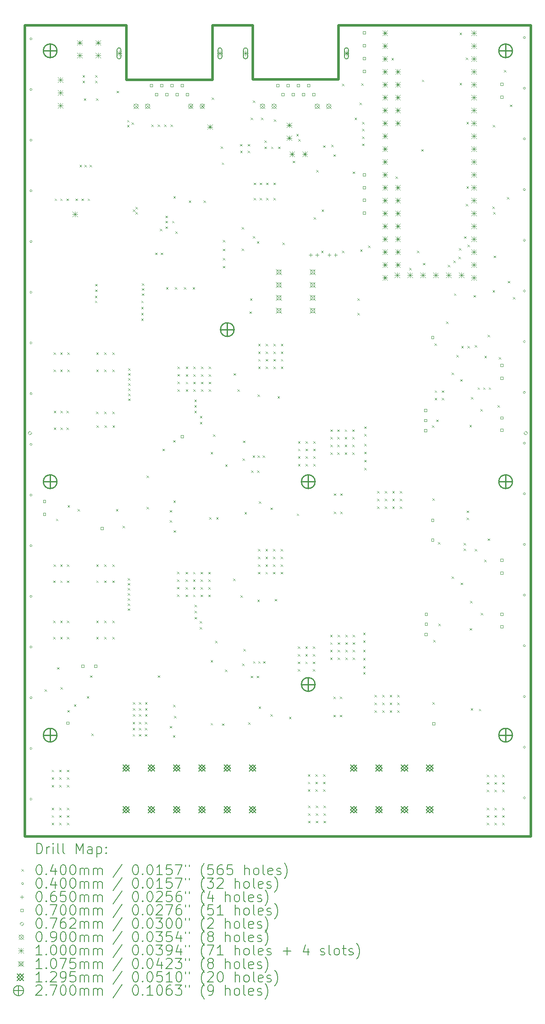
<source format=gbr>
%FSLAX45Y45*%
G04 Gerber Fmt 4.5, Leading zero omitted, Abs format (unit mm)*
G04 Created by KiCad (PCBNEW 6.0.1-79c1e3a40b~116~ubuntu20.04.1) date 2022-07-13 18:58:01*
%MOMM*%
%LPD*%
G01*
G04 APERTURE LIST*
%TA.AperFunction,Profile*%
%ADD10C,0.500000*%
%TD*%
%ADD11C,0.200000*%
%ADD12C,0.040000*%
%ADD13C,0.065000*%
%ADD14C,0.070000*%
%ADD15C,0.076200*%
%ADD16C,0.090000*%
%ADD17C,0.100000*%
%ADD18C,0.107500*%
%ADD19C,0.129540*%
%ADD20C,0.270000*%
G04 APERTURE END LIST*
D10*
X4195000Y-2100000D02*
X6205000Y-2100000D01*
X4195000Y-2100000D02*
X4195000Y-18100000D01*
X7905000Y-2100000D02*
X8695000Y-2100000D01*
X4195000Y-18100000D02*
X14195000Y-18100000D01*
X7905000Y-2100000D02*
X7905000Y-3170000D01*
X10395000Y-2100000D02*
X14195000Y-2100000D01*
X6205000Y-3170000D02*
X7905000Y-3170000D01*
X8695000Y-3160000D02*
X10395000Y-3160000D01*
X8695000Y-2100000D02*
X8695000Y-3160000D01*
X6205000Y-2100000D02*
X6205000Y-3170000D01*
X10395000Y-2100000D02*
X10395000Y-3160000D01*
X14195000Y-18100000D02*
X14195000Y-2100000D01*
D11*
D12*
X4587375Y-15194875D02*
X4627375Y-15234875D01*
X4627375Y-15194875D02*
X4587375Y-15234875D01*
X4725000Y-16784000D02*
X4765000Y-16824000D01*
X4765000Y-16784000D02*
X4725000Y-16824000D01*
X4725000Y-16934000D02*
X4765000Y-16974000D01*
X4765000Y-16934000D02*
X4725000Y-16974000D01*
X4725000Y-17084000D02*
X4765000Y-17124000D01*
X4765000Y-17084000D02*
X4725000Y-17124000D01*
X4725000Y-17530000D02*
X4765000Y-17570000D01*
X4765000Y-17530000D02*
X4725000Y-17570000D01*
X4725000Y-17680000D02*
X4765000Y-17720000D01*
X4765000Y-17680000D02*
X4725000Y-17720000D01*
X4725000Y-17830000D02*
X4765000Y-17870000D01*
X4765000Y-17830000D02*
X4725000Y-17870000D01*
X4755000Y-13050000D02*
X4795000Y-13090000D01*
X4795000Y-13050000D02*
X4755000Y-13090000D01*
X4755000Y-13840000D02*
X4795000Y-13880000D01*
X4795000Y-13840000D02*
X4755000Y-13880000D01*
X4755000Y-14160000D02*
X4795000Y-14200000D01*
X4795000Y-14160000D02*
X4755000Y-14200000D01*
X4765000Y-8550000D02*
X4805000Y-8590000D01*
X4805000Y-8550000D02*
X4765000Y-8590000D01*
X4765000Y-8890000D02*
X4805000Y-8930000D01*
X4805000Y-8890000D02*
X4765000Y-8930000D01*
X4765000Y-12730000D02*
X4805000Y-12770000D01*
X4805000Y-12730000D02*
X4765000Y-12770000D01*
X4767500Y-9700000D02*
X4807500Y-9740000D01*
X4807500Y-9700000D02*
X4767500Y-9740000D01*
X4767500Y-10030000D02*
X4807500Y-10070000D01*
X4807500Y-10030000D02*
X4767500Y-10070000D01*
X4785000Y-5514000D02*
X4825000Y-5554000D01*
X4825000Y-5514000D02*
X4785000Y-5554000D01*
X4810000Y-11830000D02*
X4850000Y-11870000D01*
X4850000Y-11830000D02*
X4810000Y-11870000D01*
X4830000Y-14760000D02*
X4870000Y-14800000D01*
X4870000Y-14760000D02*
X4830000Y-14800000D01*
X4875000Y-16784000D02*
X4915000Y-16824000D01*
X4915000Y-16784000D02*
X4875000Y-16824000D01*
X4875000Y-16934000D02*
X4915000Y-16974000D01*
X4915000Y-16934000D02*
X4875000Y-16974000D01*
X4875000Y-17084000D02*
X4915000Y-17124000D01*
X4915000Y-17084000D02*
X4875000Y-17124000D01*
X4875000Y-17530000D02*
X4915000Y-17570000D01*
X4915000Y-17530000D02*
X4875000Y-17570000D01*
X4875000Y-17680000D02*
X4915000Y-17720000D01*
X4915000Y-17680000D02*
X4875000Y-17720000D01*
X4875000Y-17830000D02*
X4915000Y-17870000D01*
X4915000Y-17830000D02*
X4875000Y-17870000D01*
X4895000Y-5514000D02*
X4935000Y-5554000D01*
X4935000Y-5514000D02*
X4895000Y-5554000D01*
X4895000Y-8550000D02*
X4935000Y-8590000D01*
X4935000Y-8550000D02*
X4895000Y-8590000D01*
X4895000Y-8890000D02*
X4935000Y-8930000D01*
X4935000Y-8890000D02*
X4895000Y-8930000D01*
X4895000Y-12730000D02*
X4935000Y-12770000D01*
X4935000Y-12730000D02*
X4895000Y-12770000D01*
X4895000Y-13050000D02*
X4935000Y-13090000D01*
X4935000Y-13050000D02*
X4895000Y-13090000D01*
X4895000Y-13840000D02*
X4935000Y-13880000D01*
X4935000Y-13840000D02*
X4895000Y-13880000D01*
X4895000Y-14160000D02*
X4935000Y-14200000D01*
X4935000Y-14160000D02*
X4895000Y-14200000D01*
X4897500Y-9700000D02*
X4937500Y-9740000D01*
X4937500Y-9700000D02*
X4897500Y-9740000D01*
X4897500Y-10030000D02*
X4937500Y-10070000D01*
X4937500Y-10030000D02*
X4897500Y-10070000D01*
X4898125Y-15151375D02*
X4938125Y-15191375D01*
X4938125Y-15151375D02*
X4898125Y-15191375D01*
X5015000Y-5514000D02*
X5055000Y-5554000D01*
X5055000Y-5514000D02*
X5015000Y-5554000D01*
X5017500Y-9700000D02*
X5057500Y-9740000D01*
X5057500Y-9700000D02*
X5017500Y-9740000D01*
X5017500Y-10030000D02*
X5057500Y-10070000D01*
X5057500Y-10030000D02*
X5017500Y-10070000D01*
X5025000Y-12730000D02*
X5065000Y-12770000D01*
X5065000Y-12730000D02*
X5025000Y-12770000D01*
X5025000Y-13050000D02*
X5065000Y-13090000D01*
X5065000Y-13050000D02*
X5025000Y-13090000D01*
X5025000Y-13840000D02*
X5065000Y-13880000D01*
X5065000Y-13840000D02*
X5025000Y-13880000D01*
X5025000Y-14160000D02*
X5065000Y-14200000D01*
X5065000Y-14160000D02*
X5025000Y-14200000D01*
X5025000Y-16784000D02*
X5065000Y-16824000D01*
X5065000Y-16784000D02*
X5025000Y-16824000D01*
X5025000Y-16934000D02*
X5065000Y-16974000D01*
X5065000Y-16934000D02*
X5025000Y-16974000D01*
X5025000Y-17084000D02*
X5065000Y-17124000D01*
X5065000Y-17084000D02*
X5025000Y-17124000D01*
X5025000Y-17530000D02*
X5065000Y-17570000D01*
X5065000Y-17530000D02*
X5025000Y-17570000D01*
X5025000Y-17680000D02*
X5065000Y-17720000D01*
X5065000Y-17680000D02*
X5025000Y-17720000D01*
X5025000Y-17830000D02*
X5065000Y-17870000D01*
X5065000Y-17830000D02*
X5025000Y-17870000D01*
X5035000Y-8550000D02*
X5075000Y-8590000D01*
X5075000Y-8550000D02*
X5035000Y-8590000D01*
X5035000Y-8890000D02*
X5075000Y-8930000D01*
X5075000Y-8890000D02*
X5035000Y-8930000D01*
X5035000Y-15607550D02*
X5075000Y-15647550D01*
X5075000Y-15607550D02*
X5035000Y-15647550D01*
X5037450Y-11565050D02*
X5077450Y-11605050D01*
X5077450Y-11565050D02*
X5037450Y-11605050D01*
X5165000Y-15490000D02*
X5205000Y-15530000D01*
X5205000Y-15490000D02*
X5165000Y-15530000D01*
X5195000Y-5514000D02*
X5235000Y-5554000D01*
X5235000Y-5514000D02*
X5195000Y-5554000D01*
X5237249Y-11637500D02*
X5277249Y-11677500D01*
X5277249Y-11637500D02*
X5237249Y-11677500D01*
X5275000Y-4849000D02*
X5315000Y-4889000D01*
X5315000Y-4849000D02*
X5275000Y-4889000D01*
X5315000Y-5514000D02*
X5355000Y-5554000D01*
X5355000Y-5514000D02*
X5315000Y-5554000D01*
X5335000Y-3080000D02*
X5375000Y-3120000D01*
X5375000Y-3080000D02*
X5335000Y-3120000D01*
X5335000Y-3190000D02*
X5375000Y-3230000D01*
X5375000Y-3190000D02*
X5335000Y-3230000D01*
X5360000Y-3540000D02*
X5400000Y-3580000D01*
X5400000Y-3540000D02*
X5360000Y-3580000D01*
X5375000Y-4849000D02*
X5415000Y-4889000D01*
X5415000Y-4849000D02*
X5375000Y-4889000D01*
X5420000Y-15330000D02*
X5460000Y-15370000D01*
X5460000Y-15330000D02*
X5420000Y-15370000D01*
X5435000Y-5514000D02*
X5475000Y-5554000D01*
X5475000Y-5514000D02*
X5435000Y-5554000D01*
X5475000Y-4849000D02*
X5515000Y-4889000D01*
X5515000Y-4849000D02*
X5475000Y-4889000D01*
X5480000Y-14920000D02*
X5520000Y-14960000D01*
X5520000Y-14920000D02*
X5480000Y-14960000D01*
X5505000Y-16069500D02*
X5545000Y-16109500D01*
X5545000Y-16069500D02*
X5505000Y-16109500D01*
X5580000Y-7430000D02*
X5620000Y-7470000D01*
X5620000Y-7430000D02*
X5580000Y-7470000D01*
X5580000Y-7530000D02*
X5620000Y-7570000D01*
X5620000Y-7530000D02*
X5580000Y-7570000D01*
X5585000Y-3080000D02*
X5625000Y-3120000D01*
X5625000Y-3080000D02*
X5585000Y-3120000D01*
X5585000Y-3190000D02*
X5625000Y-3230000D01*
X5625000Y-3190000D02*
X5585000Y-3230000D01*
X5585000Y-7200000D02*
X5625000Y-7240000D01*
X5625000Y-7200000D02*
X5585000Y-7240000D01*
X5585000Y-7310000D02*
X5625000Y-7350000D01*
X5625000Y-7310000D02*
X5585000Y-7350000D01*
X5600000Y-3540000D02*
X5640000Y-3580000D01*
X5640000Y-3540000D02*
X5600000Y-3580000D01*
X5602500Y-9720000D02*
X5642500Y-9760000D01*
X5642500Y-9720000D02*
X5602500Y-9760000D01*
X5605000Y-8550000D02*
X5645000Y-8590000D01*
X5645000Y-8550000D02*
X5605000Y-8590000D01*
X5605000Y-8890000D02*
X5645000Y-8930000D01*
X5645000Y-8890000D02*
X5605000Y-8930000D01*
X5605000Y-12730000D02*
X5645000Y-12770000D01*
X5645000Y-12730000D02*
X5605000Y-12770000D01*
X5605000Y-13050000D02*
X5645000Y-13090000D01*
X5645000Y-13050000D02*
X5605000Y-13090000D01*
X5605000Y-13840000D02*
X5645000Y-13880000D01*
X5645000Y-13840000D02*
X5605000Y-13880000D01*
X5605000Y-14160000D02*
X5645000Y-14200000D01*
X5645000Y-14160000D02*
X5605000Y-14200000D01*
X5607500Y-9990000D02*
X5647500Y-10030000D01*
X5647500Y-9990000D02*
X5607500Y-10030000D01*
X5762500Y-9720000D02*
X5802500Y-9760000D01*
X5802500Y-9720000D02*
X5762500Y-9760000D01*
X5765000Y-8550000D02*
X5805000Y-8590000D01*
X5805000Y-8550000D02*
X5765000Y-8590000D01*
X5765000Y-8890000D02*
X5805000Y-8930000D01*
X5805000Y-8890000D02*
X5765000Y-8930000D01*
X5765000Y-12730000D02*
X5805000Y-12770000D01*
X5805000Y-12730000D02*
X5765000Y-12770000D01*
X5765000Y-13050000D02*
X5805000Y-13090000D01*
X5805000Y-13050000D02*
X5765000Y-13090000D01*
X5765000Y-13840000D02*
X5805000Y-13880000D01*
X5805000Y-13840000D02*
X5765000Y-13880000D01*
X5765000Y-14160000D02*
X5805000Y-14200000D01*
X5805000Y-14160000D02*
X5765000Y-14200000D01*
X5767500Y-9990000D02*
X5807500Y-10030000D01*
X5807500Y-9990000D02*
X5767500Y-10030000D01*
X5922500Y-9720000D02*
X5962500Y-9760000D01*
X5962500Y-9720000D02*
X5922500Y-9760000D01*
X5925000Y-8550000D02*
X5965000Y-8590000D01*
X5965000Y-8550000D02*
X5925000Y-8590000D01*
X5925000Y-8890000D02*
X5965000Y-8930000D01*
X5965000Y-8890000D02*
X5925000Y-8930000D01*
X5925000Y-12730000D02*
X5965000Y-12770000D01*
X5965000Y-12730000D02*
X5925000Y-12770000D01*
X5925000Y-13050000D02*
X5965000Y-13090000D01*
X5965000Y-13050000D02*
X5925000Y-13090000D01*
X5925000Y-13840000D02*
X5965000Y-13880000D01*
X5965000Y-13840000D02*
X5925000Y-13880000D01*
X5925000Y-14160000D02*
X5965000Y-14200000D01*
X5965000Y-14160000D02*
X5925000Y-14200000D01*
X5927500Y-9990000D02*
X5967500Y-10030000D01*
X5967500Y-9990000D02*
X5927500Y-10030000D01*
X5995000Y-11637550D02*
X6035000Y-11677550D01*
X6035000Y-11637550D02*
X5995000Y-11677550D01*
X6010000Y-3390000D02*
X6050000Y-3430000D01*
X6050000Y-3390000D02*
X6010000Y-3430000D01*
X6125000Y-11970000D02*
X6165000Y-12010000D01*
X6165000Y-11970000D02*
X6125000Y-12010000D01*
X6215000Y-3964000D02*
X6255000Y-4004000D01*
X6255000Y-3964000D02*
X6215000Y-4004000D01*
X6215000Y-4064000D02*
X6255000Y-4104000D01*
X6255000Y-4064000D02*
X6215000Y-4104000D01*
X6225000Y-13000500D02*
X6265000Y-13040500D01*
X6265000Y-13000500D02*
X6225000Y-13040500D01*
X6225000Y-13100500D02*
X6265000Y-13140500D01*
X6265000Y-13100500D02*
X6225000Y-13140500D01*
X6225000Y-13200500D02*
X6265000Y-13240500D01*
X6265000Y-13200500D02*
X6225000Y-13240500D01*
X6225000Y-13300500D02*
X6265000Y-13340500D01*
X6265000Y-13300500D02*
X6225000Y-13340500D01*
X6225000Y-13400500D02*
X6265000Y-13440500D01*
X6265000Y-13400500D02*
X6225000Y-13440500D01*
X6225000Y-13500500D02*
X6265000Y-13540500D01*
X6265000Y-13500500D02*
X6225000Y-13540500D01*
X6225000Y-13600500D02*
X6265000Y-13640500D01*
X6265000Y-13600500D02*
X6225000Y-13640500D01*
X6235000Y-9160000D02*
X6275000Y-9200000D01*
X6275000Y-9160000D02*
X6235000Y-9200000D01*
X6235000Y-9260000D02*
X6275000Y-9300000D01*
X6275000Y-9260000D02*
X6235000Y-9300000D01*
X6235000Y-9360000D02*
X6275000Y-9400000D01*
X6275000Y-9360000D02*
X6235000Y-9400000D01*
X6235000Y-9460000D02*
X6275000Y-9500000D01*
X6275000Y-9460000D02*
X6235000Y-9500000D01*
X6235000Y-8860000D02*
X6275000Y-8900000D01*
X6275000Y-8860000D02*
X6235000Y-8900000D01*
X6235000Y-8960000D02*
X6275000Y-9000000D01*
X6275000Y-8960000D02*
X6235000Y-9000000D01*
X6235000Y-9060000D02*
X6275000Y-9100000D01*
X6275000Y-9060000D02*
X6235000Y-9100000D01*
X6305000Y-4014000D02*
X6345000Y-4054000D01*
X6345000Y-4014000D02*
X6305000Y-4054000D01*
X6325000Y-15840000D02*
X6365000Y-15880000D01*
X6365000Y-15840000D02*
X6325000Y-15880000D01*
X6325000Y-15960000D02*
X6365000Y-16000000D01*
X6365000Y-15960000D02*
X6325000Y-16000000D01*
X6325000Y-16080000D02*
X6365000Y-16120000D01*
X6365000Y-16080000D02*
X6325000Y-16120000D01*
X6330000Y-5730000D02*
X6370000Y-5770000D01*
X6370000Y-5730000D02*
X6330000Y-5770000D01*
X6330000Y-15450000D02*
X6370000Y-15490000D01*
X6370000Y-15450000D02*
X6330000Y-15490000D01*
X6330000Y-15570000D02*
X6370000Y-15610000D01*
X6370000Y-15570000D02*
X6330000Y-15610000D01*
X6330000Y-15690000D02*
X6370000Y-15730000D01*
X6370000Y-15690000D02*
X6330000Y-15730000D01*
X6380000Y-5680000D02*
X6420000Y-5720000D01*
X6420000Y-5680000D02*
X6380000Y-5720000D01*
X6380000Y-5780000D02*
X6420000Y-5820000D01*
X6420000Y-5780000D02*
X6380000Y-5820000D01*
X6445000Y-15840000D02*
X6485000Y-15880000D01*
X6485000Y-15840000D02*
X6445000Y-15880000D01*
X6445000Y-15960000D02*
X6485000Y-16000000D01*
X6485000Y-15960000D02*
X6445000Y-16000000D01*
X6445000Y-16080000D02*
X6485000Y-16120000D01*
X6485000Y-16080000D02*
X6445000Y-16120000D01*
X6450000Y-15450000D02*
X6490000Y-15490000D01*
X6490000Y-15450000D02*
X6450000Y-15490000D01*
X6450000Y-15570000D02*
X6490000Y-15610000D01*
X6490000Y-15570000D02*
X6450000Y-15610000D01*
X6450000Y-15690000D02*
X6490000Y-15730000D01*
X6490000Y-15690000D02*
X6450000Y-15730000D01*
X6495000Y-7530000D02*
X6535000Y-7570000D01*
X6535000Y-7530000D02*
X6495000Y-7570000D01*
X6495000Y-7650000D02*
X6535000Y-7690000D01*
X6535000Y-7650000D02*
X6495000Y-7690000D01*
X6495000Y-7770000D02*
X6535000Y-7810000D01*
X6535000Y-7770000D02*
X6495000Y-7810000D01*
X6495000Y-7880000D02*
X6535000Y-7920000D01*
X6535000Y-7880000D02*
X6495000Y-7920000D01*
X6505000Y-7185000D02*
X6545000Y-7225000D01*
X6545000Y-7185000D02*
X6505000Y-7225000D01*
X6505000Y-7285000D02*
X6545000Y-7325000D01*
X6545000Y-7285000D02*
X6505000Y-7325000D01*
X6505000Y-7385000D02*
X6545000Y-7425000D01*
X6545000Y-7385000D02*
X6505000Y-7425000D01*
X6565000Y-15840000D02*
X6605000Y-15880000D01*
X6605000Y-15840000D02*
X6565000Y-15880000D01*
X6565000Y-15960000D02*
X6605000Y-16000000D01*
X6605000Y-15960000D02*
X6565000Y-16000000D01*
X6565000Y-16080000D02*
X6605000Y-16120000D01*
X6605000Y-16080000D02*
X6565000Y-16120000D01*
X6570000Y-15450000D02*
X6610000Y-15490000D01*
X6610000Y-15450000D02*
X6570000Y-15490000D01*
X6570000Y-15570000D02*
X6610000Y-15610000D01*
X6610000Y-15570000D02*
X6570000Y-15610000D01*
X6570000Y-15690000D02*
X6610000Y-15730000D01*
X6610000Y-15690000D02*
X6570000Y-15730000D01*
X6600000Y-10980000D02*
X6640000Y-11020000D01*
X6640000Y-10980000D02*
X6600000Y-11020000D01*
X6600000Y-11600000D02*
X6640000Y-11640000D01*
X6640000Y-11600000D02*
X6600000Y-11640000D01*
X6695000Y-4054000D02*
X6735000Y-4094000D01*
X6735000Y-4054000D02*
X6695000Y-4094000D01*
X6770000Y-6580000D02*
X6810000Y-6620000D01*
X6810000Y-6580000D02*
X6770000Y-6620000D01*
X6820000Y-4054000D02*
X6860000Y-4094000D01*
X6860000Y-4054000D02*
X6820000Y-4094000D01*
X6820000Y-14920000D02*
X6860000Y-14960000D01*
X6860000Y-14920000D02*
X6820000Y-14960000D01*
X6865000Y-6114000D02*
X6905000Y-6154000D01*
X6905000Y-6114000D02*
X6865000Y-6154000D01*
X6877500Y-6580250D02*
X6917500Y-6620250D01*
X6917500Y-6580250D02*
X6877500Y-6620250D01*
X6915000Y-10450000D02*
X6955000Y-10490000D01*
X6955000Y-10450000D02*
X6915000Y-10490000D01*
X6945000Y-4054000D02*
X6985000Y-4094000D01*
X6985000Y-4054000D02*
X6945000Y-4094000D01*
X6975000Y-5854000D02*
X7015000Y-5894000D01*
X7015000Y-5854000D02*
X6975000Y-5894000D01*
X6975000Y-5954000D02*
X7015000Y-5994000D01*
X7015000Y-5954000D02*
X6975000Y-5994000D01*
X6975000Y-6064000D02*
X7015000Y-6104000D01*
X7015000Y-6064000D02*
X6975000Y-6104000D01*
X6985000Y-7264000D02*
X7025000Y-7304000D01*
X7025000Y-7264000D02*
X6985000Y-7304000D01*
X7055000Y-11660000D02*
X7095000Y-11700000D01*
X7095000Y-11660000D02*
X7055000Y-11700000D01*
X7055000Y-11860000D02*
X7095000Y-11900000D01*
X7095000Y-11860000D02*
X7055000Y-11900000D01*
X7060000Y-15920000D02*
X7100000Y-15960000D01*
X7100000Y-15920000D02*
X7060000Y-15960000D01*
X7075000Y-4054000D02*
X7115000Y-4094000D01*
X7115000Y-4054000D02*
X7075000Y-4094000D01*
X7105000Y-5954000D02*
X7145000Y-5994000D01*
X7145000Y-5954000D02*
X7105000Y-5994000D01*
X7120000Y-16100000D02*
X7160000Y-16140000D01*
X7160000Y-16100000D02*
X7120000Y-16140000D01*
X7125000Y-10280000D02*
X7165000Y-10320000D01*
X7165000Y-10280000D02*
X7125000Y-10320000D01*
X7125000Y-15500500D02*
X7165000Y-15540500D01*
X7165000Y-15500500D02*
X7125000Y-15540500D01*
X7129141Y-11468319D02*
X7169141Y-11508319D01*
X7169141Y-11468319D02*
X7129141Y-11508319D01*
X7130000Y-5470000D02*
X7170000Y-5510000D01*
X7170000Y-5470000D02*
X7130000Y-5510000D01*
X7135000Y-12060000D02*
X7175000Y-12100000D01*
X7175000Y-12060000D02*
X7135000Y-12100000D01*
X7140000Y-15720000D02*
X7180000Y-15760000D01*
X7180000Y-15720000D02*
X7140000Y-15760000D01*
X7160000Y-7264000D02*
X7200000Y-7304000D01*
X7200000Y-7264000D02*
X7160000Y-7304000D01*
X7165000Y-6164000D02*
X7205000Y-6204000D01*
X7205000Y-6164000D02*
X7165000Y-6204000D01*
X7201500Y-12876750D02*
X7241500Y-12916750D01*
X7241500Y-12876750D02*
X7201500Y-12916750D01*
X7201500Y-13026750D02*
X7241500Y-13066750D01*
X7241500Y-13026750D02*
X7201500Y-13066750D01*
X7201500Y-13176750D02*
X7241500Y-13216750D01*
X7241500Y-13176750D02*
X7201500Y-13216750D01*
X7201500Y-13326750D02*
X7241500Y-13366750D01*
X7241500Y-13326750D02*
X7201500Y-13366750D01*
X7207500Y-8827500D02*
X7247500Y-8867500D01*
X7247500Y-8827500D02*
X7207500Y-8867500D01*
X7207500Y-8977500D02*
X7247500Y-9017500D01*
X7247500Y-8977500D02*
X7207500Y-9017500D01*
X7207500Y-9127500D02*
X7247500Y-9167500D01*
X7247500Y-9127500D02*
X7207500Y-9167500D01*
X7207500Y-9277500D02*
X7247500Y-9317500D01*
X7247500Y-9277500D02*
X7207500Y-9317500D01*
X7335000Y-7264000D02*
X7375000Y-7304000D01*
X7375000Y-7264000D02*
X7335000Y-7304000D01*
X7369000Y-12879250D02*
X7409000Y-12919250D01*
X7409000Y-12879250D02*
X7369000Y-12919250D01*
X7369000Y-13029250D02*
X7409000Y-13069250D01*
X7409000Y-13029250D02*
X7369000Y-13069250D01*
X7369000Y-13179250D02*
X7409000Y-13219250D01*
X7409000Y-13179250D02*
X7369000Y-13219250D01*
X7369000Y-13329250D02*
X7409000Y-13369250D01*
X7409000Y-13329250D02*
X7369000Y-13369250D01*
X7375000Y-8830000D02*
X7415000Y-8870000D01*
X7415000Y-8830000D02*
X7375000Y-8870000D01*
X7375000Y-8980000D02*
X7415000Y-9020000D01*
X7415000Y-8980000D02*
X7375000Y-9020000D01*
X7375000Y-9130000D02*
X7415000Y-9170000D01*
X7415000Y-9130000D02*
X7375000Y-9170000D01*
X7375000Y-9280000D02*
X7415000Y-9320000D01*
X7415000Y-9280000D02*
X7375000Y-9320000D01*
X7435000Y-5554000D02*
X7475000Y-5594000D01*
X7475000Y-5554000D02*
X7435000Y-5594000D01*
X7510000Y-7264000D02*
X7550000Y-7304000D01*
X7550000Y-7264000D02*
X7510000Y-7304000D01*
X7519000Y-12879250D02*
X7559000Y-12919250D01*
X7559000Y-12879250D02*
X7519000Y-12919250D01*
X7519000Y-13029250D02*
X7559000Y-13069250D01*
X7559000Y-13029250D02*
X7519000Y-13069250D01*
X7519000Y-13179250D02*
X7559000Y-13219250D01*
X7559000Y-13179250D02*
X7519000Y-13219250D01*
X7519000Y-13329250D02*
X7559000Y-13369250D01*
X7559000Y-13329250D02*
X7519000Y-13369250D01*
X7525000Y-8830000D02*
X7565000Y-8870000D01*
X7565000Y-8830000D02*
X7525000Y-8870000D01*
X7525000Y-8980000D02*
X7565000Y-9020000D01*
X7565000Y-8980000D02*
X7525000Y-9020000D01*
X7525000Y-9130000D02*
X7565000Y-9170000D01*
X7565000Y-9130000D02*
X7525000Y-9170000D01*
X7525000Y-9280000D02*
X7565000Y-9320000D01*
X7565000Y-9280000D02*
X7525000Y-9320000D01*
X7545000Y-9480000D02*
X7585000Y-9520000D01*
X7585000Y-9480000D02*
X7545000Y-9520000D01*
X7545000Y-9590000D02*
X7585000Y-9630000D01*
X7585000Y-9590000D02*
X7545000Y-9630000D01*
X7545000Y-9700000D02*
X7585000Y-9740000D01*
X7585000Y-9700000D02*
X7545000Y-9740000D01*
X7549000Y-13529250D02*
X7589000Y-13569250D01*
X7589000Y-13529250D02*
X7549000Y-13569250D01*
X7549000Y-13649250D02*
X7589000Y-13689250D01*
X7589000Y-13649250D02*
X7549000Y-13689250D01*
X7549000Y-13769250D02*
X7589000Y-13809250D01*
X7589000Y-13769250D02*
X7549000Y-13809250D01*
X7649000Y-13849250D02*
X7689000Y-13889250D01*
X7689000Y-13849250D02*
X7649000Y-13889250D01*
X7649000Y-13969250D02*
X7689000Y-14009250D01*
X7689000Y-13969250D02*
X7649000Y-14009250D01*
X7655000Y-9800000D02*
X7695000Y-9840000D01*
X7695000Y-9800000D02*
X7655000Y-9840000D01*
X7655000Y-9920000D02*
X7695000Y-9960000D01*
X7695000Y-9920000D02*
X7655000Y-9960000D01*
X7669000Y-12879250D02*
X7709000Y-12919250D01*
X7709000Y-12879250D02*
X7669000Y-12919250D01*
X7669000Y-13029250D02*
X7709000Y-13069250D01*
X7709000Y-13029250D02*
X7669000Y-13069250D01*
X7669000Y-13179250D02*
X7709000Y-13219250D01*
X7709000Y-13179250D02*
X7669000Y-13219250D01*
X7669000Y-13329250D02*
X7709000Y-13369250D01*
X7709000Y-13329250D02*
X7669000Y-13369250D01*
X7675000Y-8830000D02*
X7715000Y-8870000D01*
X7715000Y-8830000D02*
X7675000Y-8870000D01*
X7675000Y-8980000D02*
X7715000Y-9020000D01*
X7715000Y-8980000D02*
X7675000Y-9020000D01*
X7675000Y-9130000D02*
X7715000Y-9170000D01*
X7715000Y-9130000D02*
X7675000Y-9170000D01*
X7675000Y-9280000D02*
X7715000Y-9320000D01*
X7715000Y-9280000D02*
X7675000Y-9320000D01*
X7725000Y-5554000D02*
X7765000Y-5594000D01*
X7765000Y-5554000D02*
X7725000Y-5594000D01*
X7819000Y-12879250D02*
X7859000Y-12919250D01*
X7859000Y-12879250D02*
X7819000Y-12919250D01*
X7819000Y-13029250D02*
X7859000Y-13069250D01*
X7859000Y-13029250D02*
X7819000Y-13069250D01*
X7819000Y-13179250D02*
X7859000Y-13219250D01*
X7859000Y-13179250D02*
X7819000Y-13219250D01*
X7819000Y-13329250D02*
X7859000Y-13369250D01*
X7859000Y-13329250D02*
X7819000Y-13369250D01*
X7825000Y-8830000D02*
X7865000Y-8870000D01*
X7865000Y-8830000D02*
X7825000Y-8870000D01*
X7825000Y-8980000D02*
X7865000Y-9020000D01*
X7865000Y-8980000D02*
X7825000Y-9020000D01*
X7825000Y-9130000D02*
X7865000Y-9170000D01*
X7865000Y-9130000D02*
X7825000Y-9170000D01*
X7825000Y-9280000D02*
X7865000Y-9320000D01*
X7865000Y-9280000D02*
X7825000Y-9320000D01*
X7835000Y-11800000D02*
X7875000Y-11840000D01*
X7875000Y-11800000D02*
X7835000Y-11840000D01*
X7865000Y-14620000D02*
X7905000Y-14660000D01*
X7905000Y-14620000D02*
X7865000Y-14660000D01*
X7865000Y-15860000D02*
X7905000Y-15900000D01*
X7905000Y-15860000D02*
X7865000Y-15900000D01*
X7866270Y-10511270D02*
X7906270Y-10551270D01*
X7906270Y-10511270D02*
X7866270Y-10551270D01*
X7890000Y-3520000D02*
X7930000Y-3560000D01*
X7930000Y-3520000D02*
X7890000Y-3560000D01*
X7915000Y-10168770D02*
X7955000Y-10208770D01*
X7955000Y-10168770D02*
X7915000Y-10208770D01*
X7955000Y-14240000D02*
X7995000Y-14280000D01*
X7995000Y-14240000D02*
X7955000Y-14280000D01*
X7975000Y-11800000D02*
X8015000Y-11840000D01*
X8015000Y-11800000D02*
X7975000Y-11840000D01*
X8065000Y-4484000D02*
X8105000Y-4524000D01*
X8105000Y-4484000D02*
X8065000Y-4524000D01*
X8085000Y-4804000D02*
X8125000Y-4844000D01*
X8125000Y-4804000D02*
X8085000Y-4844000D01*
X8089000Y-15869250D02*
X8129000Y-15909250D01*
X8129000Y-15869250D02*
X8089000Y-15909250D01*
X8109375Y-6329000D02*
X8149375Y-6369000D01*
X8149375Y-6329000D02*
X8109375Y-6369000D01*
X8110000Y-6504000D02*
X8150000Y-6544000D01*
X8150000Y-6504000D02*
X8110000Y-6544000D01*
X8110000Y-6688951D02*
X8150000Y-6728951D01*
X8150000Y-6688951D02*
X8110000Y-6728951D01*
X8110000Y-6844000D02*
X8150000Y-6884000D01*
X8150000Y-6844000D02*
X8110000Y-6884000D01*
X8149000Y-14809250D02*
X8189000Y-14849250D01*
X8189000Y-14809250D02*
X8149000Y-14849250D01*
X8155000Y-10760000D02*
X8195000Y-10800000D01*
X8195000Y-10760000D02*
X8155000Y-10800000D01*
X8309000Y-13009250D02*
X8349000Y-13049250D01*
X8349000Y-13009250D02*
X8309000Y-13049250D01*
X8316230Y-8961230D02*
X8356230Y-9001230D01*
X8356230Y-8961230D02*
X8316230Y-9001230D01*
X8395000Y-9280000D02*
X8435000Y-9320000D01*
X8435000Y-9280000D02*
X8395000Y-9320000D01*
X8445000Y-4440000D02*
X8485000Y-4480000D01*
X8485000Y-4440000D02*
X8445000Y-4480000D01*
X8450000Y-4570000D02*
X8490000Y-4610000D01*
X8490000Y-4570000D02*
X8450000Y-4610000D01*
X8455000Y-13340000D02*
X8495000Y-13380000D01*
X8495000Y-13340000D02*
X8455000Y-13380000D01*
X8480000Y-6080000D02*
X8520000Y-6120000D01*
X8520000Y-6080000D02*
X8480000Y-6120000D01*
X8480000Y-6500000D02*
X8520000Y-6540000D01*
X8520000Y-6500000D02*
X8480000Y-6540000D01*
X8489000Y-14689250D02*
X8529000Y-14729250D01*
X8529000Y-14689250D02*
X8489000Y-14729250D01*
X8495000Y-10640000D02*
X8535000Y-10680000D01*
X8535000Y-10640000D02*
X8495000Y-10680000D01*
X8505000Y-10290000D02*
X8545000Y-10330000D01*
X8545000Y-10290000D02*
X8505000Y-10330000D01*
X8515000Y-14400000D02*
X8555000Y-14440000D01*
X8555000Y-14400000D02*
X8515000Y-14440000D01*
X8535000Y-11700000D02*
X8575000Y-11740000D01*
X8575000Y-11700000D02*
X8535000Y-11740000D01*
X8600000Y-4440000D02*
X8640000Y-4480000D01*
X8640000Y-4440000D02*
X8600000Y-4480000D01*
X8600000Y-4570000D02*
X8640000Y-4610000D01*
X8640000Y-4570000D02*
X8600000Y-4610000D01*
X8609000Y-15849250D02*
X8649000Y-15889250D01*
X8649000Y-15849250D02*
X8609000Y-15889250D01*
X8635000Y-7740000D02*
X8675000Y-7780000D01*
X8675000Y-7740000D02*
X8635000Y-7780000D01*
X8645000Y-7480000D02*
X8685000Y-7520000D01*
X8685000Y-7480000D02*
X8645000Y-7520000D01*
X8659000Y-14929250D02*
X8699000Y-14969250D01*
X8699000Y-14929250D02*
X8659000Y-14969250D01*
X8660000Y-3920000D02*
X8700000Y-3960000D01*
X8700000Y-3920000D02*
X8660000Y-3960000D01*
X8665000Y-10880000D02*
X8705000Y-10920000D01*
X8705000Y-10880000D02*
X8665000Y-10920000D01*
X8695000Y-10580000D02*
X8735000Y-10620000D01*
X8735000Y-10580000D02*
X8695000Y-10620000D01*
X8697719Y-6252450D02*
X8737719Y-6292450D01*
X8737719Y-6252450D02*
X8697719Y-6292450D01*
X8700000Y-3580000D02*
X8740000Y-3620000D01*
X8740000Y-3580000D02*
X8700000Y-3620000D01*
X8705000Y-14640500D02*
X8745000Y-14680500D01*
X8745000Y-14640500D02*
X8705000Y-14680500D01*
X8715000Y-5200000D02*
X8755000Y-5240000D01*
X8755000Y-5200000D02*
X8715000Y-5240000D01*
X8715000Y-5500000D02*
X8755000Y-5540000D01*
X8755000Y-5500000D02*
X8715000Y-5540000D01*
X8779000Y-14929250D02*
X8819000Y-14969250D01*
X8819000Y-14929250D02*
X8779000Y-14969250D01*
X8780000Y-6356500D02*
X8820000Y-6396500D01*
X8820000Y-6356500D02*
X8780000Y-6396500D01*
X8785000Y-10880000D02*
X8825000Y-10920000D01*
X8825000Y-10880000D02*
X8785000Y-10920000D01*
X8789000Y-13429250D02*
X8829000Y-13469250D01*
X8829000Y-13429250D02*
X8789000Y-13469250D01*
X8793817Y-9378723D02*
X8833817Y-9418723D01*
X8833817Y-9378723D02*
X8793817Y-9418723D01*
X8795000Y-10580000D02*
X8835000Y-10620000D01*
X8835000Y-10580000D02*
X8795000Y-10620000D01*
X8799000Y-12429250D02*
X8839000Y-12469250D01*
X8839000Y-12429250D02*
X8799000Y-12469250D01*
X8799000Y-12579250D02*
X8839000Y-12619250D01*
X8839000Y-12579250D02*
X8799000Y-12619250D01*
X8799000Y-12729250D02*
X8839000Y-12769250D01*
X8839000Y-12729250D02*
X8799000Y-12769250D01*
X8799000Y-12879250D02*
X8839000Y-12919250D01*
X8839000Y-12879250D02*
X8799000Y-12919250D01*
X8805000Y-8380000D02*
X8845000Y-8420000D01*
X8845000Y-8380000D02*
X8805000Y-8420000D01*
X8805000Y-8530000D02*
X8845000Y-8570000D01*
X8845000Y-8530000D02*
X8805000Y-8570000D01*
X8805000Y-8680000D02*
X8845000Y-8720000D01*
X8845000Y-8680000D02*
X8805000Y-8720000D01*
X8805000Y-8830000D02*
X8845000Y-8870000D01*
X8845000Y-8830000D02*
X8805000Y-8870000D01*
X8805000Y-14640500D02*
X8845000Y-14680500D01*
X8845000Y-14640500D02*
X8805000Y-14680500D01*
X8814000Y-15534250D02*
X8854000Y-15574250D01*
X8854000Y-15534250D02*
X8814000Y-15574250D01*
X8820000Y-11485000D02*
X8860000Y-11525000D01*
X8860000Y-11485000D02*
X8820000Y-11525000D01*
X8835000Y-5200000D02*
X8875000Y-5240000D01*
X8875000Y-5200000D02*
X8835000Y-5240000D01*
X8835000Y-5500000D02*
X8875000Y-5540000D01*
X8875000Y-5500000D02*
X8835000Y-5540000D01*
X8860000Y-3920000D02*
X8900000Y-3960000D01*
X8900000Y-3920000D02*
X8860000Y-3960000D01*
X8895000Y-10580000D02*
X8935000Y-10620000D01*
X8935000Y-10580000D02*
X8895000Y-10620000D01*
X8905000Y-14640500D02*
X8945000Y-14680500D01*
X8945000Y-14640500D02*
X8905000Y-14680500D01*
X8930000Y-4370000D02*
X8970000Y-4410000D01*
X8970000Y-4370000D02*
X8930000Y-4410000D01*
X8930000Y-4490000D02*
X8970000Y-4530000D01*
X8970000Y-4490000D02*
X8930000Y-4530000D01*
X8949000Y-12429250D02*
X8989000Y-12469250D01*
X8989000Y-12429250D02*
X8949000Y-12469250D01*
X8949000Y-12579250D02*
X8989000Y-12619250D01*
X8989000Y-12579250D02*
X8949000Y-12619250D01*
X8949000Y-12729250D02*
X8989000Y-12769250D01*
X8989000Y-12729250D02*
X8949000Y-12769250D01*
X8949000Y-12879250D02*
X8989000Y-12919250D01*
X8989000Y-12879250D02*
X8949000Y-12919250D01*
X8955000Y-8380000D02*
X8995000Y-8420000D01*
X8995000Y-8380000D02*
X8955000Y-8420000D01*
X8955000Y-8530000D02*
X8995000Y-8570000D01*
X8995000Y-8530000D02*
X8955000Y-8570000D01*
X8955000Y-8680000D02*
X8995000Y-8720000D01*
X8995000Y-8680000D02*
X8955000Y-8720000D01*
X8955000Y-8830000D02*
X8995000Y-8870000D01*
X8995000Y-8830000D02*
X8955000Y-8870000D01*
X8965000Y-5200000D02*
X9005000Y-5240000D01*
X9005000Y-5200000D02*
X8965000Y-5240000D01*
X8965000Y-5500000D02*
X9005000Y-5540000D01*
X9005000Y-5500000D02*
X8965000Y-5540000D01*
X9045000Y-11610000D02*
X9085000Y-11650000D01*
X9085000Y-11610000D02*
X9045000Y-11650000D01*
X9045000Y-15690000D02*
X9085000Y-15730000D01*
X9085000Y-15690000D02*
X9045000Y-15730000D01*
X9060000Y-4490000D02*
X9100000Y-4530000D01*
X9100000Y-4490000D02*
X9060000Y-4530000D01*
X9099000Y-12429250D02*
X9139000Y-12469250D01*
X9139000Y-12429250D02*
X9099000Y-12469250D01*
X9099000Y-12579250D02*
X9139000Y-12619250D01*
X9139000Y-12579250D02*
X9099000Y-12619250D01*
X9099000Y-12729250D02*
X9139000Y-12769250D01*
X9139000Y-12729250D02*
X9099000Y-12769250D01*
X9099000Y-12879250D02*
X9139000Y-12919250D01*
X9139000Y-12879250D02*
X9099000Y-12919250D01*
X9105000Y-5200000D02*
X9145000Y-5240000D01*
X9145000Y-5200000D02*
X9105000Y-5240000D01*
X9105000Y-5500000D02*
X9145000Y-5540000D01*
X9145000Y-5500000D02*
X9105000Y-5540000D01*
X9105000Y-8380000D02*
X9145000Y-8420000D01*
X9145000Y-8380000D02*
X9105000Y-8420000D01*
X9105000Y-8530000D02*
X9145000Y-8570000D01*
X9145000Y-8530000D02*
X9105000Y-8570000D01*
X9105000Y-8680000D02*
X9145000Y-8720000D01*
X9145000Y-8680000D02*
X9105000Y-8720000D01*
X9105000Y-8830000D02*
X9145000Y-8870000D01*
X9145000Y-8830000D02*
X9105000Y-8870000D01*
X9115000Y-3950000D02*
X9155000Y-3990000D01*
X9155000Y-3950000D02*
X9115000Y-3990000D01*
X9134125Y-13414375D02*
X9174125Y-13454375D01*
X9174125Y-13414375D02*
X9134125Y-13454375D01*
X9186230Y-9411230D02*
X9226230Y-9451230D01*
X9226230Y-9411230D02*
X9186230Y-9451230D01*
X9200000Y-4490000D02*
X9240000Y-4530000D01*
X9240000Y-4490000D02*
X9200000Y-4530000D01*
X9249000Y-12429250D02*
X9289000Y-12469250D01*
X9289000Y-12429250D02*
X9249000Y-12469250D01*
X9249000Y-12579250D02*
X9289000Y-12619250D01*
X9289000Y-12579250D02*
X9249000Y-12619250D01*
X9249000Y-12729250D02*
X9289000Y-12769250D01*
X9289000Y-12729250D02*
X9249000Y-12769250D01*
X9249000Y-12879250D02*
X9289000Y-12919250D01*
X9289000Y-12879250D02*
X9249000Y-12919250D01*
X9255000Y-8380000D02*
X9295000Y-8420000D01*
X9295000Y-8380000D02*
X9255000Y-8420000D01*
X9255000Y-8530000D02*
X9295000Y-8570000D01*
X9295000Y-8530000D02*
X9255000Y-8570000D01*
X9255000Y-8680000D02*
X9295000Y-8720000D01*
X9295000Y-8680000D02*
X9255000Y-8720000D01*
X9255000Y-8830000D02*
X9295000Y-8870000D01*
X9295000Y-8830000D02*
X9255000Y-8870000D01*
X9281230Y-6381230D02*
X9321230Y-6421230D01*
X9321230Y-6381230D02*
X9281230Y-6421230D01*
X9415000Y-15740000D02*
X9455000Y-15780000D01*
X9455000Y-15740000D02*
X9415000Y-15780000D01*
X9490000Y-4770000D02*
X9530000Y-4810000D01*
X9530000Y-4770000D02*
X9490000Y-4810000D01*
X9560000Y-4240000D02*
X9600000Y-4280000D01*
X9600000Y-4240000D02*
X9560000Y-4280000D01*
X9566923Y-11728127D02*
X9606923Y-11768127D01*
X9606923Y-11728127D02*
X9566923Y-11768127D01*
X9586500Y-14349250D02*
X9626500Y-14389250D01*
X9626500Y-14349250D02*
X9586500Y-14389250D01*
X9586500Y-14499250D02*
X9626500Y-14539250D01*
X9626500Y-14499250D02*
X9586500Y-14539250D01*
X9586500Y-14649250D02*
X9626500Y-14689250D01*
X9626500Y-14649250D02*
X9586500Y-14689250D01*
X9586500Y-14799250D02*
X9626500Y-14839250D01*
X9626500Y-14799250D02*
X9586500Y-14839250D01*
X9592500Y-10300000D02*
X9632500Y-10340000D01*
X9632500Y-10300000D02*
X9592500Y-10340000D01*
X9592500Y-10450000D02*
X9632500Y-10490000D01*
X9632500Y-10450000D02*
X9592500Y-10490000D01*
X9592500Y-10600000D02*
X9632500Y-10640000D01*
X9632500Y-10600000D02*
X9592500Y-10640000D01*
X9592500Y-10750000D02*
X9632500Y-10790000D01*
X9632500Y-10750000D02*
X9592500Y-10790000D01*
X9600000Y-4340000D02*
X9640000Y-4380000D01*
X9640000Y-4340000D02*
X9600000Y-4380000D01*
X9736500Y-14349250D02*
X9776500Y-14389250D01*
X9776500Y-14349250D02*
X9736500Y-14389250D01*
X9736500Y-14499250D02*
X9776500Y-14539250D01*
X9776500Y-14499250D02*
X9736500Y-14539250D01*
X9736500Y-14649250D02*
X9776500Y-14689250D01*
X9776500Y-14649250D02*
X9736500Y-14689250D01*
X9742500Y-10300000D02*
X9782500Y-10340000D01*
X9782500Y-10300000D02*
X9742500Y-10340000D01*
X9742500Y-10450000D02*
X9782500Y-10490000D01*
X9782500Y-10450000D02*
X9742500Y-10490000D01*
X9742500Y-10600000D02*
X9782500Y-10640000D01*
X9782500Y-10600000D02*
X9742500Y-10640000D01*
X9742500Y-10750000D02*
X9782500Y-10790000D01*
X9782500Y-10750000D02*
X9742500Y-10790000D01*
X9789000Y-16870000D02*
X9829000Y-16910000D01*
X9829000Y-16870000D02*
X9789000Y-16910000D01*
X9789000Y-17020000D02*
X9829000Y-17060000D01*
X9829000Y-17020000D02*
X9789000Y-17060000D01*
X9789000Y-17170000D02*
X9829000Y-17210000D01*
X9829000Y-17170000D02*
X9789000Y-17210000D01*
X9795000Y-17490000D02*
X9835000Y-17530000D01*
X9835000Y-17490000D02*
X9795000Y-17530000D01*
X9795000Y-17640000D02*
X9835000Y-17680000D01*
X9835000Y-17640000D02*
X9795000Y-17680000D01*
X9795000Y-17790000D02*
X9835000Y-17830000D01*
X9835000Y-17790000D02*
X9795000Y-17830000D01*
X9886500Y-14349250D02*
X9926500Y-14389250D01*
X9926500Y-14349250D02*
X9886500Y-14389250D01*
X9886500Y-14499250D02*
X9926500Y-14539250D01*
X9926500Y-14499250D02*
X9886500Y-14539250D01*
X9886500Y-14649250D02*
X9926500Y-14689250D01*
X9926500Y-14649250D02*
X9886500Y-14689250D01*
X9886500Y-14799250D02*
X9926500Y-14839250D01*
X9926500Y-14799250D02*
X9886500Y-14839250D01*
X9892500Y-10300000D02*
X9932500Y-10340000D01*
X9932500Y-10300000D02*
X9892500Y-10340000D01*
X9892500Y-10450000D02*
X9932500Y-10490000D01*
X9932500Y-10450000D02*
X9892500Y-10490000D01*
X9892500Y-10600000D02*
X9932500Y-10640000D01*
X9932500Y-10600000D02*
X9892500Y-10640000D01*
X9892500Y-10750000D02*
X9932500Y-10790000D01*
X9932500Y-10750000D02*
X9892500Y-10790000D01*
X9900000Y-5880000D02*
X9940000Y-5920000D01*
X9940000Y-5880000D02*
X9900000Y-5920000D01*
X9939000Y-16870000D02*
X9979000Y-16910000D01*
X9979000Y-16870000D02*
X9939000Y-16910000D01*
X9939000Y-17020000D02*
X9979000Y-17060000D01*
X9979000Y-17020000D02*
X9939000Y-17060000D01*
X9939000Y-17170000D02*
X9979000Y-17210000D01*
X9979000Y-17170000D02*
X9939000Y-17210000D01*
X9945000Y-17490000D02*
X9985000Y-17530000D01*
X9985000Y-17490000D02*
X9945000Y-17530000D01*
X9945000Y-17640000D02*
X9985000Y-17680000D01*
X9985000Y-17640000D02*
X9945000Y-17680000D01*
X9945000Y-17790000D02*
X9985000Y-17830000D01*
X9985000Y-17790000D02*
X9945000Y-17830000D01*
X9950313Y-4950000D02*
X9990313Y-4990000D01*
X9990313Y-4950000D02*
X9950313Y-4990000D01*
X10050000Y-6540000D02*
X10090000Y-6580000D01*
X10090000Y-6540000D02*
X10050000Y-6580000D01*
X10060000Y-5730000D02*
X10100000Y-5770000D01*
X10100000Y-5730000D02*
X10060000Y-5770000D01*
X10089000Y-16870000D02*
X10129000Y-16910000D01*
X10129000Y-16870000D02*
X10089000Y-16910000D01*
X10089000Y-17020000D02*
X10129000Y-17060000D01*
X10129000Y-17020000D02*
X10089000Y-17060000D01*
X10089000Y-17170000D02*
X10129000Y-17210000D01*
X10129000Y-17170000D02*
X10089000Y-17210000D01*
X10089134Y-4464933D02*
X10129134Y-4504933D01*
X10129134Y-4464933D02*
X10089134Y-4504933D01*
X10095000Y-17490000D02*
X10135000Y-17530000D01*
X10135000Y-17490000D02*
X10095000Y-17530000D01*
X10095000Y-17640000D02*
X10135000Y-17680000D01*
X10135000Y-17640000D02*
X10095000Y-17680000D01*
X10095000Y-17790000D02*
X10135000Y-17830000D01*
X10135000Y-17790000D02*
X10095000Y-17830000D01*
X10229000Y-14119250D02*
X10269000Y-14159250D01*
X10269000Y-14119250D02*
X10229000Y-14159250D01*
X10229000Y-14269250D02*
X10269000Y-14309250D01*
X10269000Y-14269250D02*
X10229000Y-14309250D01*
X10229000Y-14419250D02*
X10269000Y-14459250D01*
X10269000Y-14419250D02*
X10229000Y-14459250D01*
X10229000Y-14569250D02*
X10269000Y-14609250D01*
X10269000Y-14569250D02*
X10229000Y-14609250D01*
X10235000Y-10070000D02*
X10275000Y-10110000D01*
X10275000Y-10070000D02*
X10235000Y-10110000D01*
X10235000Y-10220000D02*
X10275000Y-10260000D01*
X10275000Y-10220000D02*
X10235000Y-10260000D01*
X10235000Y-10370000D02*
X10275000Y-10410000D01*
X10275000Y-10370000D02*
X10235000Y-10410000D01*
X10235000Y-10520000D02*
X10275000Y-10560000D01*
X10275000Y-10520000D02*
X10235000Y-10560000D01*
X10250000Y-4450000D02*
X10290000Y-4490000D01*
X10290000Y-4450000D02*
X10250000Y-4490000D01*
X10290000Y-4642500D02*
X10330000Y-4682500D01*
X10330000Y-4642500D02*
X10290000Y-4682500D01*
X10290000Y-15340000D02*
X10330000Y-15380000D01*
X10330000Y-15340000D02*
X10290000Y-15380000D01*
X10290000Y-15700000D02*
X10330000Y-15740000D01*
X10330000Y-15700000D02*
X10290000Y-15740000D01*
X10300000Y-11330000D02*
X10340000Y-11370000D01*
X10340000Y-11330000D02*
X10300000Y-11370000D01*
X10300000Y-11690000D02*
X10340000Y-11730000D01*
X10340000Y-11690000D02*
X10300000Y-11730000D01*
X10365000Y-10070000D02*
X10405000Y-10110000D01*
X10405000Y-10070000D02*
X10365000Y-10110000D01*
X10365000Y-10220000D02*
X10405000Y-10260000D01*
X10405000Y-10220000D02*
X10365000Y-10260000D01*
X10365000Y-10370000D02*
X10405000Y-10410000D01*
X10405000Y-10370000D02*
X10365000Y-10410000D01*
X10365000Y-10520000D02*
X10405000Y-10560000D01*
X10405000Y-10520000D02*
X10365000Y-10560000D01*
X10379000Y-14119250D02*
X10419000Y-14159250D01*
X10419000Y-14119250D02*
X10379000Y-14159250D01*
X10379000Y-14269250D02*
X10419000Y-14309250D01*
X10419000Y-14269250D02*
X10379000Y-14309250D01*
X10379000Y-14419250D02*
X10419000Y-14459250D01*
X10419000Y-14419250D02*
X10379000Y-14459250D01*
X10379000Y-14569250D02*
X10419000Y-14609250D01*
X10419000Y-14569250D02*
X10379000Y-14609250D01*
X10420000Y-15340000D02*
X10460000Y-15380000D01*
X10460000Y-15340000D02*
X10420000Y-15380000D01*
X10420000Y-15700000D02*
X10460000Y-15740000D01*
X10460000Y-15700000D02*
X10420000Y-15740000D01*
X10430000Y-11330000D02*
X10470000Y-11370000D01*
X10470000Y-11330000D02*
X10430000Y-11370000D01*
X10430000Y-11690000D02*
X10470000Y-11730000D01*
X10470000Y-11690000D02*
X10430000Y-11730000D01*
X10460000Y-3250000D02*
X10500000Y-3290000D01*
X10500000Y-3250000D02*
X10460000Y-3290000D01*
X10460000Y-6540000D02*
X10500000Y-6580000D01*
X10500000Y-6540000D02*
X10460000Y-6580000D01*
X10515000Y-10070000D02*
X10555000Y-10110000D01*
X10555000Y-10070000D02*
X10515000Y-10110000D01*
X10515000Y-10220000D02*
X10555000Y-10260000D01*
X10555000Y-10220000D02*
X10515000Y-10260000D01*
X10515000Y-10370000D02*
X10555000Y-10410000D01*
X10555000Y-10370000D02*
X10515000Y-10410000D01*
X10515000Y-10520000D02*
X10555000Y-10560000D01*
X10555000Y-10520000D02*
X10515000Y-10560000D01*
X10529000Y-14119250D02*
X10569000Y-14159250D01*
X10569000Y-14119250D02*
X10529000Y-14159250D01*
X10529000Y-14269250D02*
X10569000Y-14309250D01*
X10569000Y-14269250D02*
X10529000Y-14309250D01*
X10529000Y-14419250D02*
X10569000Y-14459250D01*
X10569000Y-14419250D02*
X10529000Y-14459250D01*
X10529000Y-14569250D02*
X10569000Y-14609250D01*
X10569000Y-14569250D02*
X10529000Y-14609250D01*
X10665000Y-10070000D02*
X10705000Y-10110000D01*
X10705000Y-10070000D02*
X10665000Y-10110000D01*
X10665000Y-10220000D02*
X10705000Y-10260000D01*
X10705000Y-10220000D02*
X10665000Y-10260000D01*
X10665000Y-10370000D02*
X10705000Y-10410000D01*
X10705000Y-10370000D02*
X10665000Y-10410000D01*
X10665000Y-10520000D02*
X10705000Y-10560000D01*
X10705000Y-10520000D02*
X10665000Y-10560000D01*
X10670344Y-4980000D02*
X10710344Y-5020000D01*
X10710344Y-4980000D02*
X10670344Y-5020000D01*
X10675000Y-14120000D02*
X10715000Y-14160000D01*
X10715000Y-14120000D02*
X10675000Y-14160000D01*
X10675000Y-14270000D02*
X10715000Y-14310000D01*
X10715000Y-14270000D02*
X10675000Y-14310000D01*
X10675000Y-14420000D02*
X10715000Y-14460000D01*
X10715000Y-14420000D02*
X10675000Y-14460000D01*
X10675000Y-14570000D02*
X10715000Y-14610000D01*
X10715000Y-14570000D02*
X10675000Y-14610000D01*
X10710000Y-3920000D02*
X10750000Y-3960000D01*
X10750000Y-3920000D02*
X10710000Y-3960000D01*
X10765000Y-7480000D02*
X10805000Y-7520000D01*
X10805000Y-7480000D02*
X10765000Y-7520000D01*
X10765000Y-7770000D02*
X10805000Y-7810000D01*
X10805000Y-7770000D02*
X10765000Y-7810000D01*
X10810000Y-3620000D02*
X10850000Y-3660000D01*
X10850000Y-3620000D02*
X10810000Y-3660000D01*
X10820000Y-6520000D02*
X10860000Y-6560000D01*
X10860000Y-6520000D02*
X10820000Y-6560000D01*
X10840000Y-3240000D02*
X10880000Y-3280000D01*
X10880000Y-3240000D02*
X10840000Y-3280000D01*
X10860000Y-4000000D02*
X10900000Y-4040000D01*
X10900000Y-4000000D02*
X10860000Y-4040000D01*
X10860000Y-4140000D02*
X10900000Y-4180000D01*
X10900000Y-4140000D02*
X10860000Y-4180000D01*
X10860000Y-4290000D02*
X10900000Y-4330000D01*
X10900000Y-4290000D02*
X10860000Y-4330000D01*
X10860000Y-4430000D02*
X10900000Y-4470000D01*
X10900000Y-4430000D02*
X10860000Y-4470000D01*
X10880000Y-14080000D02*
X10920000Y-14120000D01*
X10920000Y-14080000D02*
X10880000Y-14120000D01*
X10880000Y-14230000D02*
X10920000Y-14270000D01*
X10920000Y-14230000D02*
X10880000Y-14270000D01*
X10880000Y-14420000D02*
X10920000Y-14460000D01*
X10920000Y-14420000D02*
X10880000Y-14460000D01*
X10880000Y-14580000D02*
X10920000Y-14620000D01*
X10920000Y-14580000D02*
X10880000Y-14620000D01*
X10880000Y-14740000D02*
X10920000Y-14780000D01*
X10920000Y-14740000D02*
X10880000Y-14780000D01*
X10880000Y-14860000D02*
X10920000Y-14900000D01*
X10920000Y-14860000D02*
X10880000Y-14900000D01*
X10900000Y-10010000D02*
X10940000Y-10050000D01*
X10940000Y-10010000D02*
X10900000Y-10050000D01*
X10900000Y-10160000D02*
X10940000Y-10200000D01*
X10940000Y-10160000D02*
X10900000Y-10200000D01*
X10900000Y-10350000D02*
X10940000Y-10390000D01*
X10940000Y-10350000D02*
X10900000Y-10390000D01*
X10900000Y-10510000D02*
X10940000Y-10550000D01*
X10940000Y-10510000D02*
X10900000Y-10550000D01*
X10900000Y-10670000D02*
X10940000Y-10710000D01*
X10940000Y-10670000D02*
X10900000Y-10710000D01*
X10900000Y-10830000D02*
X10940000Y-10870000D01*
X10940000Y-10830000D02*
X10900000Y-10870000D01*
X10980000Y-6440000D02*
X11020000Y-6480000D01*
X11020000Y-6440000D02*
X10980000Y-6480000D01*
X11105000Y-15308000D02*
X11145000Y-15348000D01*
X11145000Y-15308000D02*
X11105000Y-15348000D01*
X11105000Y-15458000D02*
X11145000Y-15498000D01*
X11145000Y-15458000D02*
X11105000Y-15498000D01*
X11105000Y-15608000D02*
X11145000Y-15648000D01*
X11145000Y-15608000D02*
X11105000Y-15648000D01*
X11156500Y-11286250D02*
X11196500Y-11326250D01*
X11196500Y-11286250D02*
X11156500Y-11326250D01*
X11156500Y-11436250D02*
X11196500Y-11476250D01*
X11196500Y-11436250D02*
X11156500Y-11476250D01*
X11156500Y-11586250D02*
X11196500Y-11626250D01*
X11196500Y-11586250D02*
X11156500Y-11626250D01*
X11255000Y-15308000D02*
X11295000Y-15348000D01*
X11295000Y-15308000D02*
X11255000Y-15348000D01*
X11255000Y-15458000D02*
X11295000Y-15498000D01*
X11295000Y-15458000D02*
X11255000Y-15498000D01*
X11255000Y-15608000D02*
X11295000Y-15648000D01*
X11295000Y-15608000D02*
X11255000Y-15648000D01*
X11306500Y-11286250D02*
X11346500Y-11326250D01*
X11346500Y-11286250D02*
X11306500Y-11326250D01*
X11306500Y-11436250D02*
X11346500Y-11476250D01*
X11346500Y-11436250D02*
X11306500Y-11476250D01*
X11306500Y-11586250D02*
X11346500Y-11626250D01*
X11346500Y-11586250D02*
X11306500Y-11626250D01*
X11405000Y-15308000D02*
X11445000Y-15348000D01*
X11445000Y-15308000D02*
X11405000Y-15348000D01*
X11405000Y-15458000D02*
X11445000Y-15498000D01*
X11445000Y-15458000D02*
X11405000Y-15498000D01*
X11405000Y-15608000D02*
X11445000Y-15648000D01*
X11445000Y-15608000D02*
X11405000Y-15648000D01*
X11440000Y-2740000D02*
X11480000Y-2780000D01*
X11480000Y-2740000D02*
X11440000Y-2780000D01*
X11456500Y-11286250D02*
X11496500Y-11326250D01*
X11496500Y-11286250D02*
X11456500Y-11326250D01*
X11456500Y-11436250D02*
X11496500Y-11476250D01*
X11496500Y-11436250D02*
X11456500Y-11476250D01*
X11456500Y-11586250D02*
X11496500Y-11626250D01*
X11496500Y-11586250D02*
X11456500Y-11626250D01*
X11520000Y-5080000D02*
X11560000Y-5120000D01*
X11560000Y-5080000D02*
X11520000Y-5120000D01*
X11555000Y-15308000D02*
X11595000Y-15348000D01*
X11595000Y-15308000D02*
X11555000Y-15348000D01*
X11555000Y-15458000D02*
X11595000Y-15498000D01*
X11595000Y-15458000D02*
X11555000Y-15498000D01*
X11555000Y-15608000D02*
X11595000Y-15648000D01*
X11595000Y-15608000D02*
X11555000Y-15648000D01*
X11606500Y-11286250D02*
X11646500Y-11326250D01*
X11646500Y-11286250D02*
X11606500Y-11326250D01*
X11606500Y-11436250D02*
X11646500Y-11476250D01*
X11646500Y-11436250D02*
X11606500Y-11476250D01*
X11606500Y-11586250D02*
X11646500Y-11626250D01*
X11646500Y-11586250D02*
X11606500Y-11626250D01*
X11790000Y-6880000D02*
X11830000Y-6920000D01*
X11830000Y-6880000D02*
X11790000Y-6920000D01*
X11940000Y-6540000D02*
X11980000Y-6580000D01*
X11980000Y-6540000D02*
X11940000Y-6580000D01*
X12030000Y-4540000D02*
X12070000Y-4580000D01*
X12070000Y-4540000D02*
X12030000Y-4580000D01*
X12040000Y-3170000D02*
X12080000Y-3210000D01*
X12080000Y-3170000D02*
X12040000Y-3210000D01*
X12060000Y-6785000D02*
X12100000Y-6825000D01*
X12100000Y-6785000D02*
X12060000Y-6825000D01*
X12236500Y-9988750D02*
X12276500Y-10028750D01*
X12276500Y-9988750D02*
X12236500Y-10028750D01*
X12246500Y-11428750D02*
X12286500Y-11468750D01*
X12286500Y-11428750D02*
X12246500Y-11468750D01*
X12249000Y-15450500D02*
X12289000Y-15490500D01*
X12289000Y-15450500D02*
X12249000Y-15490500D01*
X12265000Y-14220000D02*
X12305000Y-14260000D01*
X12305000Y-14220000D02*
X12265000Y-14260000D01*
X12290000Y-8372450D02*
X12330000Y-8412450D01*
X12330000Y-8372450D02*
X12290000Y-8412450D01*
X12295000Y-9300000D02*
X12335000Y-9340000D01*
X12335000Y-9300000D02*
X12295000Y-9340000D01*
X12295000Y-9450000D02*
X12335000Y-9490000D01*
X12335000Y-9450000D02*
X12295000Y-9490000D01*
X12326500Y-9873750D02*
X12366500Y-9913750D01*
X12366500Y-9873750D02*
X12326500Y-9913750D01*
X12360000Y-12290000D02*
X12400000Y-12330000D01*
X12400000Y-12290000D02*
X12360000Y-12330000D01*
X12365000Y-13901750D02*
X12405000Y-13941750D01*
X12405000Y-13901750D02*
X12365000Y-13941750D01*
X12435000Y-9300000D02*
X12475000Y-9340000D01*
X12475000Y-9300000D02*
X12435000Y-9340000D01*
X12435000Y-9450000D02*
X12475000Y-9490000D01*
X12475000Y-9450000D02*
X12435000Y-9490000D01*
X12520000Y-7940000D02*
X12560000Y-7980000D01*
X12560000Y-7940000D02*
X12520000Y-7980000D01*
X12550000Y-6820000D02*
X12590000Y-6860000D01*
X12590000Y-6820000D02*
X12550000Y-6860000D01*
X12626500Y-8948750D02*
X12666500Y-8988750D01*
X12666500Y-8948750D02*
X12626500Y-8988750D01*
X12629000Y-12970500D02*
X12669000Y-13010500D01*
X12669000Y-12970500D02*
X12629000Y-13010500D01*
X12665000Y-6740000D02*
X12705000Y-6780000D01*
X12705000Y-6740000D02*
X12665000Y-6780000D01*
X12675000Y-7385000D02*
X12715000Y-7425000D01*
X12715000Y-7385000D02*
X12675000Y-7425000D01*
X12720000Y-8600000D02*
X12760000Y-8640000D01*
X12760000Y-8600000D02*
X12720000Y-8640000D01*
X12765000Y-6660000D02*
X12805000Y-6700000D01*
X12805000Y-6660000D02*
X12765000Y-6700000D01*
X12770000Y-6490000D02*
X12810000Y-6530000D01*
X12810000Y-6490000D02*
X12770000Y-6530000D01*
X12785000Y-2240000D02*
X12825000Y-2280000D01*
X12825000Y-2240000D02*
X12785000Y-2280000D01*
X12785000Y-3230000D02*
X12825000Y-3270000D01*
X12825000Y-3230000D02*
X12785000Y-3270000D01*
X12796500Y-9078750D02*
X12836500Y-9118750D01*
X12836500Y-9078750D02*
X12796500Y-9118750D01*
X12805000Y-13091250D02*
X12845000Y-13131250D01*
X12845000Y-13091250D02*
X12805000Y-13131250D01*
X12820000Y-8420000D02*
X12860000Y-8460000D01*
X12860000Y-8420000D02*
X12820000Y-8460000D01*
X12865000Y-12311250D02*
X12905000Y-12351250D01*
X12905000Y-12311250D02*
X12865000Y-12351250D01*
X12865000Y-12421750D02*
X12905000Y-12461750D01*
X12905000Y-12421750D02*
X12865000Y-12461750D01*
X12875000Y-6260000D02*
X12915000Y-6300000D01*
X12915000Y-6260000D02*
X12875000Y-6300000D01*
X12905000Y-5620000D02*
X12945000Y-5660000D01*
X12945000Y-5620000D02*
X12905000Y-5660000D01*
X12910000Y-2730000D02*
X12950000Y-2770000D01*
X12950000Y-2730000D02*
X12910000Y-2770000D01*
X12920000Y-4000000D02*
X12960000Y-4040000D01*
X12960000Y-4000000D02*
X12920000Y-4040000D01*
X12920000Y-5270000D02*
X12960000Y-5310000D01*
X12960000Y-5270000D02*
X12920000Y-5310000D01*
X12926500Y-11668750D02*
X12966500Y-11708750D01*
X12966500Y-11668750D02*
X12926500Y-11708750D01*
X12926500Y-11808750D02*
X12966500Y-11848750D01*
X12966500Y-11808750D02*
X12926500Y-11848750D01*
X12940000Y-6425000D02*
X12980000Y-6465000D01*
X12980000Y-6425000D02*
X12940000Y-6465000D01*
X12940000Y-8420000D02*
X12980000Y-8460000D01*
X12980000Y-8420000D02*
X12940000Y-8460000D01*
X12980000Y-9980000D02*
X13020000Y-10020000D01*
X13020000Y-9980000D02*
X12980000Y-10020000D01*
X12985000Y-13990500D02*
X13025000Y-14030500D01*
X13025000Y-13990500D02*
X12985000Y-14030500D01*
X12995000Y-13451250D02*
X13035000Y-13491250D01*
X13035000Y-13451250D02*
X12995000Y-13491250D01*
X13005000Y-15570000D02*
X13045000Y-15610000D01*
X13045000Y-15570000D02*
X13005000Y-15610000D01*
X13006500Y-9428750D02*
X13046500Y-9468750D01*
X13046500Y-9428750D02*
X13006500Y-9468750D01*
X13060000Y-7420000D02*
X13100000Y-7460000D01*
X13100000Y-7420000D02*
X13060000Y-7460000D01*
X13082750Y-8405000D02*
X13122750Y-8445000D01*
X13122750Y-8405000D02*
X13082750Y-8445000D01*
X13085250Y-12426750D02*
X13125250Y-12466750D01*
X13125250Y-12426750D02*
X13085250Y-12466750D01*
X13140000Y-9240000D02*
X13180000Y-9280000D01*
X13180000Y-9240000D02*
X13140000Y-9280000D01*
X13165000Y-15581750D02*
X13205000Y-15621750D01*
X13205000Y-15581750D02*
X13165000Y-15621750D01*
X13196750Y-9668500D02*
X13236750Y-9708500D01*
X13236750Y-9668500D02*
X13196750Y-9708500D01*
X13204000Y-13690250D02*
X13244000Y-13730250D01*
X13244000Y-13690250D02*
X13204000Y-13730250D01*
X13250000Y-9240000D02*
X13290000Y-9280000D01*
X13290000Y-9240000D02*
X13250000Y-9280000D01*
X13270000Y-12636250D02*
X13310000Y-12676250D01*
X13310000Y-12636250D02*
X13270000Y-12676250D01*
X13276500Y-8618750D02*
X13316500Y-8658750D01*
X13316500Y-8618750D02*
X13276500Y-8658750D01*
X13325000Y-16880000D02*
X13365000Y-16920000D01*
X13365000Y-16880000D02*
X13325000Y-16920000D01*
X13325000Y-17030000D02*
X13365000Y-17070000D01*
X13365000Y-17030000D02*
X13325000Y-17070000D01*
X13325000Y-17180000D02*
X13365000Y-17220000D01*
X13365000Y-17180000D02*
X13325000Y-17220000D01*
X13325000Y-17530000D02*
X13365000Y-17570000D01*
X13365000Y-17530000D02*
X13325000Y-17570000D01*
X13325000Y-17680000D02*
X13365000Y-17720000D01*
X13365000Y-17680000D02*
X13325000Y-17720000D01*
X13325000Y-17830000D02*
X13365000Y-17870000D01*
X13365000Y-17830000D02*
X13325000Y-17870000D01*
X13340000Y-8200000D02*
X13380000Y-8240000D01*
X13380000Y-8200000D02*
X13340000Y-8240000D01*
X13340000Y-12220000D02*
X13380000Y-12260000D01*
X13380000Y-12220000D02*
X13340000Y-12260000D01*
X13360000Y-9240000D02*
X13400000Y-9280000D01*
X13400000Y-9240000D02*
X13360000Y-9280000D01*
X13430000Y-5670000D02*
X13470000Y-5710000D01*
X13470000Y-5670000D02*
X13430000Y-5710000D01*
X13436230Y-7321230D02*
X13476230Y-7361230D01*
X13476230Y-7321230D02*
X13436230Y-7361230D01*
X13440000Y-4060000D02*
X13480000Y-4100000D01*
X13480000Y-4060000D02*
X13440000Y-4100000D01*
X13450000Y-5780000D02*
X13490000Y-5820000D01*
X13490000Y-5780000D02*
X13450000Y-5820000D01*
X13460000Y-6640000D02*
X13500000Y-6680000D01*
X13500000Y-6640000D02*
X13460000Y-6680000D01*
X13475000Y-16880000D02*
X13515000Y-16920000D01*
X13515000Y-16880000D02*
X13475000Y-16920000D01*
X13475000Y-17030000D02*
X13515000Y-17070000D01*
X13515000Y-17030000D02*
X13475000Y-17070000D01*
X13475000Y-17180000D02*
X13515000Y-17220000D01*
X13515000Y-17180000D02*
X13475000Y-17220000D01*
X13475000Y-17530000D02*
X13515000Y-17570000D01*
X13515000Y-17530000D02*
X13475000Y-17570000D01*
X13475000Y-17680000D02*
X13515000Y-17720000D01*
X13515000Y-17680000D02*
X13475000Y-17720000D01*
X13475000Y-17830000D02*
X13515000Y-17870000D01*
X13515000Y-17830000D02*
X13475000Y-17870000D01*
X13534050Y-9588750D02*
X13574050Y-9628750D01*
X13574050Y-9588750D02*
X13534050Y-9628750D01*
X13561946Y-8645486D02*
X13601946Y-8685486D01*
X13601946Y-8645486D02*
X13561946Y-8685486D01*
X13625000Y-16880000D02*
X13665000Y-16920000D01*
X13665000Y-16880000D02*
X13625000Y-16920000D01*
X13625000Y-17030000D02*
X13665000Y-17070000D01*
X13665000Y-17030000D02*
X13625000Y-17070000D01*
X13625000Y-17180000D02*
X13665000Y-17220000D01*
X13665000Y-17180000D02*
X13625000Y-17220000D01*
X13625000Y-17530000D02*
X13665000Y-17570000D01*
X13665000Y-17530000D02*
X13625000Y-17570000D01*
X13625000Y-17680000D02*
X13665000Y-17720000D01*
X13665000Y-17680000D02*
X13625000Y-17720000D01*
X13625000Y-17830000D02*
X13665000Y-17870000D01*
X13665000Y-17830000D02*
X13625000Y-17870000D01*
X13660000Y-2980000D02*
X13700000Y-3020000D01*
X13700000Y-2980000D02*
X13660000Y-3020000D01*
X13722550Y-5487550D02*
X13762550Y-5527550D01*
X13762550Y-5487550D02*
X13722550Y-5527550D01*
X13740000Y-7140000D02*
X13780000Y-7180000D01*
X13780000Y-7140000D02*
X13740000Y-7180000D01*
X13780000Y-3660000D02*
X13820000Y-3700000D01*
X13820000Y-3660000D02*
X13780000Y-3700000D01*
X13840000Y-7460000D02*
X13880000Y-7500000D01*
X13880000Y-7460000D02*
X13840000Y-7500000D01*
X4335000Y-2362500D02*
G75*
G03*
X4335000Y-2362500I-20000J0D01*
G01*
X4335000Y-3362500D02*
G75*
G03*
X4335000Y-3362500I-20000J0D01*
G01*
X4335000Y-4362500D02*
G75*
G03*
X4335000Y-4362500I-20000J0D01*
G01*
X4335000Y-5362500D02*
G75*
G03*
X4335000Y-5362500I-20000J0D01*
G01*
X4335000Y-6362500D02*
G75*
G03*
X4335000Y-6362500I-20000J0D01*
G01*
X4335000Y-7362500D02*
G75*
G03*
X4335000Y-7362500I-20000J0D01*
G01*
X4335000Y-8362500D02*
G75*
G03*
X4335000Y-8362500I-20000J0D01*
G01*
X4335000Y-9362500D02*
G75*
G03*
X4335000Y-9362500I-20000J0D01*
G01*
X4335000Y-10362500D02*
G75*
G03*
X4335000Y-10362500I-20000J0D01*
G01*
X4335000Y-11362500D02*
G75*
G03*
X4335000Y-11362500I-20000J0D01*
G01*
X4335000Y-12362500D02*
G75*
G03*
X4335000Y-12362500I-20000J0D01*
G01*
X4335000Y-13362500D02*
G75*
G03*
X4335000Y-13362500I-20000J0D01*
G01*
X4335000Y-14362500D02*
G75*
G03*
X4335000Y-14362500I-20000J0D01*
G01*
X4335000Y-15362500D02*
G75*
G03*
X4335000Y-15362500I-20000J0D01*
G01*
X4335000Y-16362500D02*
G75*
G03*
X4335000Y-16362500I-20000J0D01*
G01*
X4335000Y-17362500D02*
G75*
G03*
X4335000Y-17362500I-20000J0D01*
G01*
X14085000Y-2337500D02*
G75*
G03*
X14085000Y-2337500I-20000J0D01*
G01*
X14085000Y-3337500D02*
G75*
G03*
X14085000Y-3337500I-20000J0D01*
G01*
X14085000Y-4337500D02*
G75*
G03*
X14085000Y-4337500I-20000J0D01*
G01*
X14085000Y-5337500D02*
G75*
G03*
X14085000Y-5337500I-20000J0D01*
G01*
X14085000Y-6337500D02*
G75*
G03*
X14085000Y-6337500I-20000J0D01*
G01*
X14085000Y-7337500D02*
G75*
G03*
X14085000Y-7337500I-20000J0D01*
G01*
X14085000Y-8337500D02*
G75*
G03*
X14085000Y-8337500I-20000J0D01*
G01*
X14085000Y-9337500D02*
G75*
G03*
X14085000Y-9337500I-20000J0D01*
G01*
X14085000Y-10337500D02*
G75*
G03*
X14085000Y-10337500I-20000J0D01*
G01*
X14085000Y-11337500D02*
G75*
G03*
X14085000Y-11337500I-20000J0D01*
G01*
X14085000Y-12337500D02*
G75*
G03*
X14085000Y-12337500I-20000J0D01*
G01*
X14085000Y-13337500D02*
G75*
G03*
X14085000Y-13337500I-20000J0D01*
G01*
X14085000Y-14337500D02*
G75*
G03*
X14085000Y-14337500I-20000J0D01*
G01*
X14085000Y-15337500D02*
G75*
G03*
X14085000Y-15337500I-20000J0D01*
G01*
X14085000Y-16337500D02*
G75*
G03*
X14085000Y-16337500I-20000J0D01*
G01*
X14085000Y-17337500D02*
G75*
G03*
X14085000Y-17337500I-20000J0D01*
G01*
D13*
X9840000Y-6595000D02*
X9840000Y-6660000D01*
X9807500Y-6627500D02*
X9872500Y-6627500D01*
X9967000Y-6595000D02*
X9967000Y-6660000D01*
X9934500Y-6627500D02*
X9999500Y-6627500D01*
X10210000Y-6595000D02*
X10210000Y-6660000D01*
X10177500Y-6627500D02*
X10242500Y-6627500D01*
X10337000Y-6595000D02*
X10337000Y-6660000D01*
X10304500Y-6627500D02*
X10369500Y-6627500D01*
D14*
X4604749Y-11510749D02*
X4604749Y-11461251D01*
X4555251Y-11461251D01*
X4555251Y-11510749D01*
X4604749Y-11510749D01*
X4604749Y-11764749D02*
X4604749Y-11715251D01*
X4555251Y-11715251D01*
X4555251Y-11764749D01*
X4604749Y-11764749D01*
X5064749Y-15884749D02*
X5064749Y-15835251D01*
X5015251Y-15835251D01*
X5015251Y-15884749D01*
X5064749Y-15884749D01*
X5358749Y-14764749D02*
X5358749Y-14715251D01*
X5309251Y-14715251D01*
X5309251Y-14764749D01*
X5358749Y-14764749D01*
X5612749Y-14764749D02*
X5612749Y-14715251D01*
X5563251Y-14715251D01*
X5563251Y-14764749D01*
X5612749Y-14764749D01*
X5744749Y-12044749D02*
X5744749Y-11995251D01*
X5695251Y-11995251D01*
X5695251Y-12044749D01*
X5744749Y-12044749D01*
X6714749Y-3309749D02*
X6714749Y-3260251D01*
X6665251Y-3260251D01*
X6665251Y-3309749D01*
X6714749Y-3309749D01*
X6816349Y-3487749D02*
X6816349Y-3438251D01*
X6766851Y-3438251D01*
X6766851Y-3487749D01*
X6816349Y-3487749D01*
X6917949Y-3309749D02*
X6917949Y-3260251D01*
X6868451Y-3260251D01*
X6868451Y-3309749D01*
X6917949Y-3309749D01*
X7019549Y-3487749D02*
X7019549Y-3438251D01*
X6970051Y-3438251D01*
X6970051Y-3487749D01*
X7019549Y-3487749D01*
X7121149Y-3309749D02*
X7121149Y-3260251D01*
X7071651Y-3260251D01*
X7071651Y-3309749D01*
X7121149Y-3309749D01*
X7222749Y-3487749D02*
X7222749Y-3438251D01*
X7173251Y-3438251D01*
X7173251Y-3487749D01*
X7222749Y-3487749D01*
X7324349Y-3309749D02*
X7324349Y-3260251D01*
X7274851Y-3260251D01*
X7274851Y-3309749D01*
X7324349Y-3309749D01*
X7324749Y-10234749D02*
X7324749Y-10185251D01*
X7275251Y-10185251D01*
X7275251Y-10234749D01*
X7324749Y-10234749D01*
X7425949Y-3487749D02*
X7425949Y-3438251D01*
X7376451Y-3438251D01*
X7376451Y-3487749D01*
X7425949Y-3487749D01*
X9214749Y-3309749D02*
X9214749Y-3260251D01*
X9165251Y-3260251D01*
X9165251Y-3309749D01*
X9214749Y-3309749D01*
X9316349Y-3487749D02*
X9316349Y-3438251D01*
X9266851Y-3438251D01*
X9266851Y-3487749D01*
X9316349Y-3487749D01*
X9417949Y-3309749D02*
X9417949Y-3260251D01*
X9368451Y-3260251D01*
X9368451Y-3309749D01*
X9417949Y-3309749D01*
X9519549Y-3487749D02*
X9519549Y-3438251D01*
X9470051Y-3438251D01*
X9470051Y-3487749D01*
X9519549Y-3487749D01*
X9621149Y-3309749D02*
X9621149Y-3260251D01*
X9571651Y-3260251D01*
X9571651Y-3309749D01*
X9621149Y-3309749D01*
X9722749Y-3487749D02*
X9722749Y-3438251D01*
X9673251Y-3438251D01*
X9673251Y-3487749D01*
X9722749Y-3487749D01*
X9824349Y-3309749D02*
X9824349Y-3260251D01*
X9774851Y-3260251D01*
X9774851Y-3309749D01*
X9824349Y-3309749D01*
X9925949Y-3487749D02*
X9925949Y-3438251D01*
X9876451Y-3438251D01*
X9876451Y-3487749D01*
X9925949Y-3487749D01*
X10924749Y-2262749D02*
X10924749Y-2213251D01*
X10875251Y-2213251D01*
X10875251Y-2262749D01*
X10924749Y-2262749D01*
X10924749Y-2516749D02*
X10924749Y-2467251D01*
X10875251Y-2467251D01*
X10875251Y-2516749D01*
X10924749Y-2516749D01*
X10924749Y-2770749D02*
X10924749Y-2721251D01*
X10875251Y-2721251D01*
X10875251Y-2770749D01*
X10924749Y-2770749D01*
X10924749Y-3024749D02*
X10924749Y-2975251D01*
X10875251Y-2975251D01*
X10875251Y-3024749D01*
X10924749Y-3024749D01*
X10924749Y-5064749D02*
X10924749Y-5015251D01*
X10875251Y-5015251D01*
X10875251Y-5064749D01*
X10924749Y-5064749D01*
X10924749Y-5318749D02*
X10924749Y-5269251D01*
X10875251Y-5269251D01*
X10875251Y-5318749D01*
X10924749Y-5318749D01*
X10924749Y-5570749D02*
X10924749Y-5521251D01*
X10875251Y-5521251D01*
X10875251Y-5570749D01*
X10924749Y-5570749D01*
X10924749Y-5824749D02*
X10924749Y-5775251D01*
X10875251Y-5775251D01*
X10875251Y-5824749D01*
X10924749Y-5824749D01*
X12134749Y-9714749D02*
X12134749Y-9665251D01*
X12085251Y-9665251D01*
X12085251Y-9714749D01*
X12134749Y-9714749D01*
X12134749Y-9914749D02*
X12134749Y-9865251D01*
X12085251Y-9865251D01*
X12085251Y-9914749D01*
X12134749Y-9914749D01*
X12134749Y-10114749D02*
X12134749Y-10065251D01*
X12085251Y-10065251D01*
X12085251Y-10114749D01*
X12134749Y-10114749D01*
X12144749Y-14134749D02*
X12144749Y-14085251D01*
X12095251Y-14085251D01*
X12095251Y-14134749D01*
X12144749Y-14134749D01*
X12147749Y-13734749D02*
X12147749Y-13685251D01*
X12098251Y-13685251D01*
X12098251Y-13734749D01*
X12147749Y-13734749D01*
X12147749Y-13934749D02*
X12147749Y-13885251D01*
X12098251Y-13885251D01*
X12098251Y-13934749D01*
X12147749Y-13934749D01*
X12274749Y-8274749D02*
X12274749Y-8225251D01*
X12225251Y-8225251D01*
X12225251Y-8274749D01*
X12274749Y-8274749D01*
X12274749Y-11884749D02*
X12274749Y-11835251D01*
X12225251Y-11835251D01*
X12225251Y-11884749D01*
X12274749Y-11884749D01*
X12274749Y-12274749D02*
X12274749Y-12225251D01*
X12225251Y-12225251D01*
X12225251Y-12274749D01*
X12274749Y-12274749D01*
X12294749Y-15894749D02*
X12294749Y-15845251D01*
X12245251Y-15845251D01*
X12245251Y-15894749D01*
X12294749Y-15894749D01*
X13644749Y-3284749D02*
X13644749Y-3235251D01*
X13595251Y-3235251D01*
X13595251Y-3284749D01*
X13644749Y-3284749D01*
X13644749Y-3538749D02*
X13644749Y-3489251D01*
X13595251Y-3489251D01*
X13595251Y-3538749D01*
X13644749Y-3538749D01*
X13644749Y-8830749D02*
X13644749Y-8781251D01*
X13595251Y-8781251D01*
X13595251Y-8830749D01*
X13644749Y-8830749D01*
X13644749Y-9084749D02*
X13644749Y-9035251D01*
X13595251Y-9035251D01*
X13595251Y-9084749D01*
X13644749Y-9084749D01*
X13644749Y-9864749D02*
X13644749Y-9815251D01*
X13595251Y-9815251D01*
X13595251Y-9864749D01*
X13644749Y-9864749D01*
X13644749Y-10104749D02*
X13644749Y-10055251D01*
X13595251Y-10055251D01*
X13595251Y-10104749D01*
X13644749Y-10104749D01*
X13644749Y-12670749D02*
X13644749Y-12621251D01*
X13595251Y-12621251D01*
X13595251Y-12670749D01*
X13644749Y-12670749D01*
X13644749Y-12924749D02*
X13644749Y-12875251D01*
X13595251Y-12875251D01*
X13595251Y-12924749D01*
X13644749Y-12924749D01*
X13644749Y-13740749D02*
X13644749Y-13691251D01*
X13595251Y-13691251D01*
X13595251Y-13740749D01*
X13644749Y-13740749D01*
X13644749Y-13984749D02*
X13644749Y-13935251D01*
X13595251Y-13935251D01*
X13595251Y-13984749D01*
X13644749Y-13984749D01*
D15*
X4290000Y-10175600D02*
X4328100Y-10137500D01*
X4290000Y-10099400D01*
X4251900Y-10137500D01*
X4290000Y-10175600D01*
X14090000Y-10175600D02*
X14128100Y-10137500D01*
X14090000Y-10099400D01*
X14051900Y-10137500D01*
X14090000Y-10175600D01*
D16*
X6346550Y-3646400D02*
X6436550Y-3736400D01*
X6436550Y-3646400D02*
X6346550Y-3736400D01*
X6436550Y-3691400D02*
G75*
G03*
X6436550Y-3691400I-45000J0D01*
G01*
X6575150Y-3646400D02*
X6665150Y-3736400D01*
X6665150Y-3646400D02*
X6575150Y-3736400D01*
X6665150Y-3691400D02*
G75*
G03*
X6665150Y-3691400I-45000J0D01*
G01*
X7426050Y-3646400D02*
X7516050Y-3736400D01*
X7516050Y-3646400D02*
X7426050Y-3736400D01*
X7516050Y-3691400D02*
G75*
G03*
X7516050Y-3691400I-45000J0D01*
G01*
X7654650Y-3646400D02*
X7744650Y-3736400D01*
X7744650Y-3646400D02*
X7654650Y-3736400D01*
X7744650Y-3691400D02*
G75*
G03*
X7744650Y-3691400I-45000J0D01*
G01*
X8846550Y-3646400D02*
X8936550Y-3736400D01*
X8936550Y-3646400D02*
X8846550Y-3736400D01*
X8936550Y-3691400D02*
G75*
G03*
X8936550Y-3691400I-45000J0D01*
G01*
X9075150Y-3646400D02*
X9165150Y-3736400D01*
X9165150Y-3646400D02*
X9075150Y-3736400D01*
X9165150Y-3691400D02*
G75*
G03*
X9165150Y-3691400I-45000J0D01*
G01*
X9926050Y-3646400D02*
X10016050Y-3736400D01*
X10016050Y-3646400D02*
X9926050Y-3736400D01*
X10016050Y-3691400D02*
G75*
G03*
X10016050Y-3691400I-45000J0D01*
G01*
X10154650Y-3646400D02*
X10244650Y-3736400D01*
X10244650Y-3646400D02*
X10154650Y-3736400D01*
X10244650Y-3691400D02*
G75*
G03*
X10244650Y-3691400I-45000J0D01*
G01*
D17*
X4850000Y-3122000D02*
X4950000Y-3222000D01*
X4950000Y-3122000D02*
X4850000Y-3222000D01*
X4900000Y-3122000D02*
X4900000Y-3222000D01*
X4850000Y-3172000D02*
X4950000Y-3172000D01*
X4850000Y-3376000D02*
X4950000Y-3476000D01*
X4950000Y-3376000D02*
X4850000Y-3476000D01*
X4900000Y-3376000D02*
X4900000Y-3476000D01*
X4850000Y-3426000D02*
X4950000Y-3426000D01*
X4850000Y-3630000D02*
X4950000Y-3730000D01*
X4950000Y-3630000D02*
X4850000Y-3730000D01*
X4900000Y-3630000D02*
X4900000Y-3730000D01*
X4850000Y-3680000D02*
X4950000Y-3680000D01*
X5135000Y-5774000D02*
X5235000Y-5874000D01*
X5235000Y-5774000D02*
X5135000Y-5874000D01*
X5185000Y-5774000D02*
X5185000Y-5874000D01*
X5135000Y-5824000D02*
X5235000Y-5824000D01*
X5230000Y-2390000D02*
X5330000Y-2490000D01*
X5330000Y-2390000D02*
X5230000Y-2490000D01*
X5280000Y-2390000D02*
X5280000Y-2490000D01*
X5230000Y-2440000D02*
X5330000Y-2440000D01*
X5230000Y-2640000D02*
X5330000Y-2740000D01*
X5330000Y-2640000D02*
X5230000Y-2740000D01*
X5280000Y-2640000D02*
X5280000Y-2740000D01*
X5230000Y-2690000D02*
X5330000Y-2690000D01*
X5590000Y-2390000D02*
X5690000Y-2490000D01*
X5690000Y-2390000D02*
X5590000Y-2490000D01*
X5640000Y-2390000D02*
X5640000Y-2490000D01*
X5590000Y-2440000D02*
X5690000Y-2440000D01*
X5590000Y-2640000D02*
X5690000Y-2740000D01*
X5690000Y-2640000D02*
X5590000Y-2740000D01*
X5640000Y-2640000D02*
X5640000Y-2740000D01*
X5590000Y-2690000D02*
X5690000Y-2690000D01*
X6005000Y-2600000D02*
X6105000Y-2700000D01*
X6105000Y-2600000D02*
X6005000Y-2700000D01*
X6055000Y-2600000D02*
X6055000Y-2700000D01*
X6005000Y-2650000D02*
X6105000Y-2650000D01*
D11*
X6015000Y-2580000D02*
X6015000Y-2720000D01*
X6095000Y-2580000D02*
X6095000Y-2720000D01*
X6015000Y-2720000D02*
G75*
G03*
X6095000Y-2720000I40000J0D01*
G01*
X6095000Y-2580000D02*
G75*
G03*
X6015000Y-2580000I-40000J0D01*
G01*
D17*
X7800000Y-4050000D02*
X7900000Y-4150000D01*
X7900000Y-4050000D02*
X7800000Y-4150000D01*
X7850000Y-4050000D02*
X7850000Y-4150000D01*
X7800000Y-4100000D02*
X7900000Y-4100000D01*
X7998900Y-2600000D02*
X8098900Y-2700000D01*
X8098900Y-2600000D02*
X7998900Y-2700000D01*
X8048900Y-2600000D02*
X8048900Y-2700000D01*
X7998900Y-2650000D02*
X8098900Y-2650000D01*
D11*
X8008900Y-2580000D02*
X8008900Y-2720000D01*
X8088900Y-2580000D02*
X8088900Y-2720000D01*
X8008900Y-2720000D02*
G75*
G03*
X8088900Y-2720000I40000J0D01*
G01*
X8088900Y-2580000D02*
G75*
G03*
X8008900Y-2580000I-40000J0D01*
G01*
D17*
X8505000Y-2600000D02*
X8605000Y-2700000D01*
X8605000Y-2600000D02*
X8505000Y-2700000D01*
X8555000Y-2600000D02*
X8555000Y-2700000D01*
X8505000Y-2650000D02*
X8605000Y-2650000D01*
D11*
X8515000Y-2580000D02*
X8515000Y-2720000D01*
X8595000Y-2580000D02*
X8595000Y-2720000D01*
X8515000Y-2720000D02*
G75*
G03*
X8595000Y-2720000I40000J0D01*
G01*
X8595000Y-2580000D02*
G75*
G03*
X8515000Y-2580000I-40000J0D01*
G01*
D17*
X9371000Y-4016000D02*
X9471000Y-4116000D01*
X9471000Y-4016000D02*
X9371000Y-4116000D01*
X9421000Y-4016000D02*
X9421000Y-4116000D01*
X9371000Y-4066000D02*
X9471000Y-4066000D01*
X9371000Y-4270000D02*
X9471000Y-4370000D01*
X9471000Y-4270000D02*
X9371000Y-4370000D01*
X9421000Y-4270000D02*
X9421000Y-4370000D01*
X9371000Y-4320000D02*
X9471000Y-4320000D01*
X9423500Y-4590000D02*
X9523500Y-4690000D01*
X9523500Y-4590000D02*
X9423500Y-4690000D01*
X9473500Y-4590000D02*
X9473500Y-4690000D01*
X9423500Y-4640000D02*
X9523500Y-4640000D01*
X9677500Y-4590000D02*
X9777500Y-4690000D01*
X9777500Y-4590000D02*
X9677500Y-4690000D01*
X9727500Y-4590000D02*
X9727500Y-4690000D01*
X9677500Y-4640000D02*
X9777500Y-4640000D01*
X10498900Y-2600000D02*
X10598900Y-2700000D01*
X10598900Y-2600000D02*
X10498900Y-2700000D01*
X10548900Y-2600000D02*
X10548900Y-2700000D01*
X10498900Y-2650000D02*
X10598900Y-2650000D01*
D11*
X10508900Y-2580000D02*
X10508900Y-2720000D01*
X10588900Y-2580000D02*
X10588900Y-2720000D01*
X10508900Y-2720000D02*
G75*
G03*
X10588900Y-2720000I40000J0D01*
G01*
X10588900Y-2580000D02*
G75*
G03*
X10508900Y-2580000I-40000J0D01*
G01*
D17*
X11260000Y-2196250D02*
X11360000Y-2296250D01*
X11360000Y-2196250D02*
X11260000Y-2296250D01*
X11310000Y-2196250D02*
X11310000Y-2296250D01*
X11260000Y-2246250D02*
X11360000Y-2246250D01*
X11260000Y-2450250D02*
X11360000Y-2550250D01*
X11360000Y-2450250D02*
X11260000Y-2550250D01*
X11310000Y-2450250D02*
X11310000Y-2550250D01*
X11260000Y-2500250D02*
X11360000Y-2500250D01*
X11260000Y-2704250D02*
X11360000Y-2804250D01*
X11360000Y-2704250D02*
X11260000Y-2804250D01*
X11310000Y-2704250D02*
X11310000Y-2804250D01*
X11260000Y-2754250D02*
X11360000Y-2754250D01*
X11260000Y-2958250D02*
X11360000Y-3058250D01*
X11360000Y-2958250D02*
X11260000Y-3058250D01*
X11310000Y-2958250D02*
X11310000Y-3058250D01*
X11260000Y-3008250D02*
X11360000Y-3008250D01*
X11260000Y-3212250D02*
X11360000Y-3312250D01*
X11360000Y-3212250D02*
X11260000Y-3312250D01*
X11310000Y-3212250D02*
X11310000Y-3312250D01*
X11260000Y-3262250D02*
X11360000Y-3262250D01*
X11260000Y-3466250D02*
X11360000Y-3566250D01*
X11360000Y-3466250D02*
X11260000Y-3566250D01*
X11310000Y-3466250D02*
X11310000Y-3566250D01*
X11260000Y-3516250D02*
X11360000Y-3516250D01*
X11260000Y-3720250D02*
X11360000Y-3820250D01*
X11360000Y-3720250D02*
X11260000Y-3820250D01*
X11310000Y-3720250D02*
X11310000Y-3820250D01*
X11260000Y-3770250D02*
X11360000Y-3770250D01*
X11260000Y-3974250D02*
X11360000Y-4074250D01*
X11360000Y-3974250D02*
X11260000Y-4074250D01*
X11310000Y-3974250D02*
X11310000Y-4074250D01*
X11260000Y-4024250D02*
X11360000Y-4024250D01*
X11260000Y-4228250D02*
X11360000Y-4328250D01*
X11360000Y-4228250D02*
X11260000Y-4328250D01*
X11310000Y-4228250D02*
X11310000Y-4328250D01*
X11260000Y-4278250D02*
X11360000Y-4278250D01*
X11260000Y-4482250D02*
X11360000Y-4582250D01*
X11360000Y-4482250D02*
X11260000Y-4582250D01*
X11310000Y-4482250D02*
X11310000Y-4582250D01*
X11260000Y-4532250D02*
X11360000Y-4532250D01*
X11260000Y-4736250D02*
X11360000Y-4836250D01*
X11360000Y-4736250D02*
X11260000Y-4836250D01*
X11310000Y-4736250D02*
X11310000Y-4836250D01*
X11260000Y-4786250D02*
X11360000Y-4786250D01*
X11260000Y-4990250D02*
X11360000Y-5090250D01*
X11360000Y-4990250D02*
X11260000Y-5090250D01*
X11310000Y-4990250D02*
X11310000Y-5090250D01*
X11260000Y-5040250D02*
X11360000Y-5040250D01*
X11260000Y-5244250D02*
X11360000Y-5344250D01*
X11360000Y-5244250D02*
X11260000Y-5344250D01*
X11310000Y-5244250D02*
X11310000Y-5344250D01*
X11260000Y-5294250D02*
X11360000Y-5294250D01*
X11260000Y-5498250D02*
X11360000Y-5598250D01*
X11360000Y-5498250D02*
X11260000Y-5598250D01*
X11310000Y-5498250D02*
X11310000Y-5598250D01*
X11260000Y-5548250D02*
X11360000Y-5548250D01*
X11260000Y-5752250D02*
X11360000Y-5852250D01*
X11360000Y-5752250D02*
X11260000Y-5852250D01*
X11310000Y-5752250D02*
X11310000Y-5852250D01*
X11260000Y-5802250D02*
X11360000Y-5802250D01*
X11260000Y-6006250D02*
X11360000Y-6106250D01*
X11360000Y-6006250D02*
X11260000Y-6106250D01*
X11310000Y-6006250D02*
X11310000Y-6106250D01*
X11260000Y-6056250D02*
X11360000Y-6056250D01*
X11260000Y-6260250D02*
X11360000Y-6360250D01*
X11360000Y-6260250D02*
X11260000Y-6360250D01*
X11310000Y-6260250D02*
X11310000Y-6360250D01*
X11260000Y-6310250D02*
X11360000Y-6310250D01*
X11260000Y-6514250D02*
X11360000Y-6614250D01*
X11360000Y-6514250D02*
X11260000Y-6614250D01*
X11310000Y-6514250D02*
X11310000Y-6614250D01*
X11260000Y-6564250D02*
X11360000Y-6564250D01*
X11260000Y-6768250D02*
X11360000Y-6868250D01*
X11360000Y-6768250D02*
X11260000Y-6868250D01*
X11310000Y-6768250D02*
X11310000Y-6868250D01*
X11260000Y-6818250D02*
X11360000Y-6818250D01*
X11260000Y-7022250D02*
X11360000Y-7122250D01*
X11360000Y-7022250D02*
X11260000Y-7122250D01*
X11310000Y-7022250D02*
X11310000Y-7122250D01*
X11260000Y-7072250D02*
X11360000Y-7072250D01*
X11505000Y-6976250D02*
X11605000Y-7076250D01*
X11605000Y-6976250D02*
X11505000Y-7076250D01*
X11555000Y-6976250D02*
X11555000Y-7076250D01*
X11505000Y-7026250D02*
X11605000Y-7026250D01*
X11514000Y-2958250D02*
X11614000Y-3058250D01*
X11614000Y-2958250D02*
X11514000Y-3058250D01*
X11564000Y-2958250D02*
X11564000Y-3058250D01*
X11514000Y-3008250D02*
X11614000Y-3008250D01*
X11514000Y-3212250D02*
X11614000Y-3312250D01*
X11614000Y-3212250D02*
X11514000Y-3312250D01*
X11564000Y-3212250D02*
X11564000Y-3312250D01*
X11514000Y-3262250D02*
X11614000Y-3262250D01*
X11514000Y-3466250D02*
X11614000Y-3566250D01*
X11614000Y-3466250D02*
X11514000Y-3566250D01*
X11564000Y-3466250D02*
X11564000Y-3566250D01*
X11514000Y-3516250D02*
X11614000Y-3516250D01*
X11514000Y-3720250D02*
X11614000Y-3820250D01*
X11614000Y-3720250D02*
X11514000Y-3820250D01*
X11564000Y-3720250D02*
X11564000Y-3820250D01*
X11514000Y-3770250D02*
X11614000Y-3770250D01*
X11514000Y-3974250D02*
X11614000Y-4074250D01*
X11614000Y-3974250D02*
X11514000Y-4074250D01*
X11564000Y-3974250D02*
X11564000Y-4074250D01*
X11514000Y-4024250D02*
X11614000Y-4024250D01*
X11514000Y-5244250D02*
X11614000Y-5344250D01*
X11614000Y-5244250D02*
X11514000Y-5344250D01*
X11564000Y-5244250D02*
X11564000Y-5344250D01*
X11514000Y-5294250D02*
X11614000Y-5294250D01*
X11514000Y-5498250D02*
X11614000Y-5598250D01*
X11614000Y-5498250D02*
X11514000Y-5598250D01*
X11564000Y-5498250D02*
X11564000Y-5598250D01*
X11514000Y-5548250D02*
X11614000Y-5548250D01*
X11514000Y-5752250D02*
X11614000Y-5852250D01*
X11614000Y-5752250D02*
X11514000Y-5852250D01*
X11564000Y-5752250D02*
X11564000Y-5852250D01*
X11514000Y-5802250D02*
X11614000Y-5802250D01*
X11514000Y-6006250D02*
X11614000Y-6106250D01*
X11614000Y-6006250D02*
X11514000Y-6106250D01*
X11564000Y-6006250D02*
X11564000Y-6106250D01*
X11514000Y-6056250D02*
X11614000Y-6056250D01*
X11514000Y-6260250D02*
X11614000Y-6360250D01*
X11614000Y-6260250D02*
X11514000Y-6360250D01*
X11564000Y-6260250D02*
X11564000Y-6360250D01*
X11514000Y-6310250D02*
X11614000Y-6310250D01*
X11514000Y-6514250D02*
X11614000Y-6614250D01*
X11614000Y-6514250D02*
X11514000Y-6614250D01*
X11564000Y-6514250D02*
X11564000Y-6614250D01*
X11514000Y-6564250D02*
X11614000Y-6564250D01*
X11514000Y-6768250D02*
X11614000Y-6868250D01*
X11614000Y-6768250D02*
X11514000Y-6868250D01*
X11564000Y-6768250D02*
X11564000Y-6868250D01*
X11514000Y-6818250D02*
X11614000Y-6818250D01*
X11759000Y-6976250D02*
X11859000Y-7076250D01*
X11859000Y-6976250D02*
X11759000Y-7076250D01*
X11809000Y-6976250D02*
X11809000Y-7076250D01*
X11759000Y-7026250D02*
X11859000Y-7026250D01*
X12013000Y-6976250D02*
X12113000Y-7076250D01*
X12113000Y-6976250D02*
X12013000Y-7076250D01*
X12063000Y-6976250D02*
X12063000Y-7076250D01*
X12013000Y-7026250D02*
X12113000Y-7026250D01*
X12267000Y-6976250D02*
X12367000Y-7076250D01*
X12367000Y-6976250D02*
X12267000Y-7076250D01*
X12317000Y-6976250D02*
X12317000Y-7076250D01*
X12267000Y-7026250D02*
X12367000Y-7026250D01*
X12521000Y-6976250D02*
X12621000Y-7076250D01*
X12621000Y-6976250D02*
X12521000Y-7076250D01*
X12571000Y-6976250D02*
X12571000Y-7076250D01*
X12521000Y-7026250D02*
X12621000Y-7026250D01*
X12775000Y-6976250D02*
X12875000Y-7076250D01*
X12875000Y-6976250D02*
X12775000Y-7076250D01*
X12825000Y-6976250D02*
X12825000Y-7076250D01*
X12775000Y-7026250D02*
X12875000Y-7026250D01*
X13020000Y-2196250D02*
X13120000Y-2296250D01*
X13120000Y-2196250D02*
X13020000Y-2296250D01*
X13070000Y-2196250D02*
X13070000Y-2296250D01*
X13020000Y-2246250D02*
X13120000Y-2246250D01*
X13020000Y-2450250D02*
X13120000Y-2550250D01*
X13120000Y-2450250D02*
X13020000Y-2550250D01*
X13070000Y-2450250D02*
X13070000Y-2550250D01*
X13020000Y-2500250D02*
X13120000Y-2500250D01*
X13020000Y-2704250D02*
X13120000Y-2804250D01*
X13120000Y-2704250D02*
X13020000Y-2804250D01*
X13070000Y-2704250D02*
X13070000Y-2804250D01*
X13020000Y-2754250D02*
X13120000Y-2754250D01*
X13020000Y-2958250D02*
X13120000Y-3058250D01*
X13120000Y-2958250D02*
X13020000Y-3058250D01*
X13070000Y-2958250D02*
X13070000Y-3058250D01*
X13020000Y-3008250D02*
X13120000Y-3008250D01*
X13020000Y-3212250D02*
X13120000Y-3312250D01*
X13120000Y-3212250D02*
X13020000Y-3312250D01*
X13070000Y-3212250D02*
X13070000Y-3312250D01*
X13020000Y-3262250D02*
X13120000Y-3262250D01*
X13020000Y-3466250D02*
X13120000Y-3566250D01*
X13120000Y-3466250D02*
X13020000Y-3566250D01*
X13070000Y-3466250D02*
X13070000Y-3566250D01*
X13020000Y-3516250D02*
X13120000Y-3516250D01*
X13020000Y-3720250D02*
X13120000Y-3820250D01*
X13120000Y-3720250D02*
X13020000Y-3820250D01*
X13070000Y-3720250D02*
X13070000Y-3820250D01*
X13020000Y-3770250D02*
X13120000Y-3770250D01*
X13020000Y-3974250D02*
X13120000Y-4074250D01*
X13120000Y-3974250D02*
X13020000Y-4074250D01*
X13070000Y-3974250D02*
X13070000Y-4074250D01*
X13020000Y-4024250D02*
X13120000Y-4024250D01*
X13020000Y-4228250D02*
X13120000Y-4328250D01*
X13120000Y-4228250D02*
X13020000Y-4328250D01*
X13070000Y-4228250D02*
X13070000Y-4328250D01*
X13020000Y-4278250D02*
X13120000Y-4278250D01*
X13020000Y-4482250D02*
X13120000Y-4582250D01*
X13120000Y-4482250D02*
X13020000Y-4582250D01*
X13070000Y-4482250D02*
X13070000Y-4582250D01*
X13020000Y-4532250D02*
X13120000Y-4532250D01*
X13020000Y-4736250D02*
X13120000Y-4836250D01*
X13120000Y-4736250D02*
X13020000Y-4836250D01*
X13070000Y-4736250D02*
X13070000Y-4836250D01*
X13020000Y-4786250D02*
X13120000Y-4786250D01*
X13020000Y-4990250D02*
X13120000Y-5090250D01*
X13120000Y-4990250D02*
X13020000Y-5090250D01*
X13070000Y-4990250D02*
X13070000Y-5090250D01*
X13020000Y-5040250D02*
X13120000Y-5040250D01*
X13020000Y-5244250D02*
X13120000Y-5344250D01*
X13120000Y-5244250D02*
X13020000Y-5344250D01*
X13070000Y-5244250D02*
X13070000Y-5344250D01*
X13020000Y-5294250D02*
X13120000Y-5294250D01*
X13020000Y-5498250D02*
X13120000Y-5598250D01*
X13120000Y-5498250D02*
X13020000Y-5598250D01*
X13070000Y-5498250D02*
X13070000Y-5598250D01*
X13020000Y-5548250D02*
X13120000Y-5548250D01*
X13020000Y-5752250D02*
X13120000Y-5852250D01*
X13120000Y-5752250D02*
X13020000Y-5852250D01*
X13070000Y-5752250D02*
X13070000Y-5852250D01*
X13020000Y-5802250D02*
X13120000Y-5802250D01*
X13020000Y-6006250D02*
X13120000Y-6106250D01*
X13120000Y-6006250D02*
X13020000Y-6106250D01*
X13070000Y-6006250D02*
X13070000Y-6106250D01*
X13020000Y-6056250D02*
X13120000Y-6056250D01*
X13020000Y-6260250D02*
X13120000Y-6360250D01*
X13120000Y-6260250D02*
X13020000Y-6360250D01*
X13070000Y-6260250D02*
X13070000Y-6360250D01*
X13020000Y-6310250D02*
X13120000Y-6310250D01*
X13020000Y-6514250D02*
X13120000Y-6614250D01*
X13120000Y-6514250D02*
X13020000Y-6614250D01*
X13070000Y-6514250D02*
X13070000Y-6614250D01*
X13020000Y-6564250D02*
X13120000Y-6564250D01*
X13020000Y-6768250D02*
X13120000Y-6868250D01*
X13120000Y-6768250D02*
X13020000Y-6868250D01*
X13070000Y-6768250D02*
X13070000Y-6868250D01*
X13020000Y-6818250D02*
X13120000Y-6818250D01*
X13020000Y-7022250D02*
X13120000Y-7122250D01*
X13120000Y-7022250D02*
X13020000Y-7122250D01*
X13070000Y-7022250D02*
X13070000Y-7122250D01*
X13020000Y-7072250D02*
X13120000Y-7072250D01*
D18*
X9157000Y-6905500D02*
X9264500Y-7013000D01*
X9264500Y-6905500D02*
X9157000Y-7013000D01*
X9248757Y-6997257D02*
X9248757Y-6921243D01*
X9172743Y-6921243D01*
X9172743Y-6997257D01*
X9248757Y-6997257D01*
X9157000Y-7159500D02*
X9264500Y-7267000D01*
X9264500Y-7159500D02*
X9157000Y-7267000D01*
X9248757Y-7251257D02*
X9248757Y-7175243D01*
X9172743Y-7175243D01*
X9172743Y-7251257D01*
X9248757Y-7251257D01*
X9157000Y-7413500D02*
X9264500Y-7521000D01*
X9264500Y-7413500D02*
X9157000Y-7521000D01*
X9248757Y-7505257D02*
X9248757Y-7429243D01*
X9172743Y-7429243D01*
X9172743Y-7505257D01*
X9248757Y-7505257D01*
X9157000Y-7667500D02*
X9264500Y-7775000D01*
X9264500Y-7667500D02*
X9157000Y-7775000D01*
X9248757Y-7759257D02*
X9248757Y-7683243D01*
X9172743Y-7683243D01*
X9172743Y-7759257D01*
X9248757Y-7759257D01*
X9827000Y-6905500D02*
X9934500Y-7013000D01*
X9934500Y-6905500D02*
X9827000Y-7013000D01*
X9918757Y-6997257D02*
X9918757Y-6921243D01*
X9842743Y-6921243D01*
X9842743Y-6997257D01*
X9918757Y-6997257D01*
X9827000Y-7159500D02*
X9934500Y-7267000D01*
X9934500Y-7159500D02*
X9827000Y-7267000D01*
X9918757Y-7251257D02*
X9918757Y-7175243D01*
X9842743Y-7175243D01*
X9842743Y-7251257D01*
X9918757Y-7251257D01*
X9827000Y-7413500D02*
X9934500Y-7521000D01*
X9934500Y-7413500D02*
X9827000Y-7521000D01*
X9918757Y-7505257D02*
X9918757Y-7429243D01*
X9842743Y-7429243D01*
X9842743Y-7505257D01*
X9918757Y-7505257D01*
X9827000Y-7667500D02*
X9934500Y-7775000D01*
X9934500Y-7667500D02*
X9827000Y-7775000D01*
X9918757Y-7759257D02*
X9918757Y-7683243D01*
X9842743Y-7683243D01*
X9842743Y-7759257D01*
X9918757Y-7759257D01*
D19*
X6130230Y-16685110D02*
X6259770Y-16814650D01*
X6259770Y-16685110D02*
X6130230Y-16814650D01*
X6195000Y-16814650D02*
X6259770Y-16749880D01*
X6195000Y-16685110D01*
X6130230Y-16749880D01*
X6195000Y-16814650D01*
X6130230Y-17505110D02*
X6259770Y-17634650D01*
X6259770Y-17505110D02*
X6130230Y-17634650D01*
X6195000Y-17634650D02*
X6259770Y-17569880D01*
X6195000Y-17505110D01*
X6130230Y-17569880D01*
X6195000Y-17634650D01*
X6630230Y-16685110D02*
X6759770Y-16814650D01*
X6759770Y-16685110D02*
X6630230Y-16814650D01*
X6695000Y-16814650D02*
X6759770Y-16749880D01*
X6695000Y-16685110D01*
X6630230Y-16749880D01*
X6695000Y-16814650D01*
X6630230Y-17505110D02*
X6759770Y-17634650D01*
X6759770Y-17505110D02*
X6630230Y-17634650D01*
X6695000Y-17634650D02*
X6759770Y-17569880D01*
X6695000Y-17505110D01*
X6630230Y-17569880D01*
X6695000Y-17634650D01*
X7130230Y-16685230D02*
X7259770Y-16814770D01*
X7259770Y-16685230D02*
X7130230Y-16814770D01*
X7195000Y-16814770D02*
X7259770Y-16750000D01*
X7195000Y-16685230D01*
X7130230Y-16750000D01*
X7195000Y-16814770D01*
X7130230Y-17505230D02*
X7259770Y-17634770D01*
X7259770Y-17505230D02*
X7130230Y-17634770D01*
X7195000Y-17634770D02*
X7259770Y-17570000D01*
X7195000Y-17505230D01*
X7130230Y-17570000D01*
X7195000Y-17634770D01*
X7630230Y-16685230D02*
X7759770Y-16814770D01*
X7759770Y-16685230D02*
X7630230Y-16814770D01*
X7695000Y-16814770D02*
X7759770Y-16750000D01*
X7695000Y-16685230D01*
X7630230Y-16750000D01*
X7695000Y-16814770D01*
X7630230Y-17505230D02*
X7759770Y-17634770D01*
X7759770Y-17505230D02*
X7630230Y-17634770D01*
X7695000Y-17634770D02*
X7759770Y-17570000D01*
X7695000Y-17505230D01*
X7630230Y-17570000D01*
X7695000Y-17634770D01*
X8130230Y-16685230D02*
X8259770Y-16814770D01*
X8259770Y-16685230D02*
X8130230Y-16814770D01*
X8195000Y-16814770D02*
X8259770Y-16750000D01*
X8195000Y-16685230D01*
X8130230Y-16750000D01*
X8195000Y-16814770D01*
X8130230Y-17505230D02*
X8259770Y-17634770D01*
X8259770Y-17505230D02*
X8130230Y-17634770D01*
X8195000Y-17634770D02*
X8259770Y-17570000D01*
X8195000Y-17505230D01*
X8130230Y-17570000D01*
X8195000Y-17634770D01*
X8630230Y-16685230D02*
X8759770Y-16814770D01*
X8759770Y-16685230D02*
X8630230Y-16814770D01*
X8695000Y-16814770D02*
X8759770Y-16750000D01*
X8695000Y-16685230D01*
X8630230Y-16750000D01*
X8695000Y-16814770D01*
X8630230Y-17505230D02*
X8759770Y-17634770D01*
X8759770Y-17505230D02*
X8630230Y-17634770D01*
X8695000Y-17634770D02*
X8759770Y-17570000D01*
X8695000Y-17505230D01*
X8630230Y-17570000D01*
X8695000Y-17634770D01*
X10630230Y-16685110D02*
X10759770Y-16814650D01*
X10759770Y-16685110D02*
X10630230Y-16814650D01*
X10695000Y-16814650D02*
X10759770Y-16749880D01*
X10695000Y-16685110D01*
X10630230Y-16749880D01*
X10695000Y-16814650D01*
X10630230Y-17505110D02*
X10759770Y-17634650D01*
X10759770Y-17505110D02*
X10630230Y-17634650D01*
X10695000Y-17634650D02*
X10759770Y-17569880D01*
X10695000Y-17505110D01*
X10630230Y-17569880D01*
X10695000Y-17634650D01*
X11130230Y-16685110D02*
X11259770Y-16814650D01*
X11259770Y-16685110D02*
X11130230Y-16814650D01*
X11195000Y-16814650D02*
X11259770Y-16749880D01*
X11195000Y-16685110D01*
X11130230Y-16749880D01*
X11195000Y-16814650D01*
X11130230Y-17505110D02*
X11259770Y-17634650D01*
X11259770Y-17505110D02*
X11130230Y-17634650D01*
X11195000Y-17634650D02*
X11259770Y-17569880D01*
X11195000Y-17505110D01*
X11130230Y-17569880D01*
X11195000Y-17634650D01*
X11630230Y-16685110D02*
X11759770Y-16814650D01*
X11759770Y-16685110D02*
X11630230Y-16814650D01*
X11695000Y-16814650D02*
X11759770Y-16749880D01*
X11695000Y-16685110D01*
X11630230Y-16749880D01*
X11695000Y-16814650D01*
X11630230Y-17505110D02*
X11759770Y-17634650D01*
X11759770Y-17505110D02*
X11630230Y-17634650D01*
X11695000Y-17634650D02*
X11759770Y-17569880D01*
X11695000Y-17505110D01*
X11630230Y-17569880D01*
X11695000Y-17634650D01*
X12130230Y-16685110D02*
X12259770Y-16814650D01*
X12259770Y-16685110D02*
X12130230Y-16814650D01*
X12195000Y-16814650D02*
X12259770Y-16749880D01*
X12195000Y-16685110D01*
X12130230Y-16749880D01*
X12195000Y-16814650D01*
X12130230Y-17505110D02*
X12259770Y-17634650D01*
X12259770Y-17505110D02*
X12130230Y-17634650D01*
X12195000Y-17634650D02*
X12259770Y-17569880D01*
X12195000Y-17505110D01*
X12130230Y-17569880D01*
X12195000Y-17634650D01*
D20*
X4695000Y-2465000D02*
X4695000Y-2735000D01*
X4560000Y-2600000D02*
X4830000Y-2600000D01*
X4830000Y-2600000D02*
G75*
G03*
X4830000Y-2600000I-135000J0D01*
G01*
X4695000Y-10965000D02*
X4695000Y-11235000D01*
X4560000Y-11100000D02*
X4830000Y-11100000D01*
X4830000Y-11100000D02*
G75*
G03*
X4830000Y-11100000I-135000J0D01*
G01*
X4695000Y-15965000D02*
X4695000Y-16235000D01*
X4560000Y-16100000D02*
X4830000Y-16100000D01*
X4830000Y-16100000D02*
G75*
G03*
X4830000Y-16100000I-135000J0D01*
G01*
X8195000Y-7965000D02*
X8195000Y-8235000D01*
X8060000Y-8100000D02*
X8330000Y-8100000D01*
X8330000Y-8100000D02*
G75*
G03*
X8330000Y-8100000I-135000J0D01*
G01*
X9795000Y-10965000D02*
X9795000Y-11235000D01*
X9660000Y-11100000D02*
X9930000Y-11100000D01*
X9930000Y-11100000D02*
G75*
G03*
X9930000Y-11100000I-135000J0D01*
G01*
X9795000Y-14965000D02*
X9795000Y-15235000D01*
X9660000Y-15100000D02*
X9930000Y-15100000D01*
X9930000Y-15100000D02*
G75*
G03*
X9930000Y-15100000I-135000J0D01*
G01*
X13695000Y-2465000D02*
X13695000Y-2735000D01*
X13560000Y-2600000D02*
X13830000Y-2600000D01*
X13830000Y-2600000D02*
G75*
G03*
X13830000Y-2600000I-135000J0D01*
G01*
X13695000Y-10965000D02*
X13695000Y-11235000D01*
X13560000Y-11100000D02*
X13830000Y-11100000D01*
X13830000Y-11100000D02*
G75*
G03*
X13830000Y-11100000I-135000J0D01*
G01*
X13695000Y-15965000D02*
X13695000Y-16235000D01*
X13560000Y-16100000D02*
X13830000Y-16100000D01*
X13830000Y-16100000D02*
G75*
G03*
X13830000Y-16100000I-135000J0D01*
G01*
D11*
X4427619Y-18435476D02*
X4427619Y-18235476D01*
X4475238Y-18235476D01*
X4503810Y-18245000D01*
X4522857Y-18264048D01*
X4532381Y-18283095D01*
X4541905Y-18321190D01*
X4541905Y-18349762D01*
X4532381Y-18387857D01*
X4522857Y-18406905D01*
X4503810Y-18425952D01*
X4475238Y-18435476D01*
X4427619Y-18435476D01*
X4627619Y-18435476D02*
X4627619Y-18302143D01*
X4627619Y-18340238D02*
X4637143Y-18321190D01*
X4646667Y-18311667D01*
X4665714Y-18302143D01*
X4684762Y-18302143D01*
X4751429Y-18435476D02*
X4751429Y-18302143D01*
X4751429Y-18235476D02*
X4741905Y-18245000D01*
X4751429Y-18254524D01*
X4760952Y-18245000D01*
X4751429Y-18235476D01*
X4751429Y-18254524D01*
X4875238Y-18435476D02*
X4856190Y-18425952D01*
X4846667Y-18406905D01*
X4846667Y-18235476D01*
X4980000Y-18435476D02*
X4960952Y-18425952D01*
X4951429Y-18406905D01*
X4951429Y-18235476D01*
X5208571Y-18435476D02*
X5208571Y-18235476D01*
X5275238Y-18378333D01*
X5341905Y-18235476D01*
X5341905Y-18435476D01*
X5522857Y-18435476D02*
X5522857Y-18330714D01*
X5513333Y-18311667D01*
X5494286Y-18302143D01*
X5456190Y-18302143D01*
X5437143Y-18311667D01*
X5522857Y-18425952D02*
X5503810Y-18435476D01*
X5456190Y-18435476D01*
X5437143Y-18425952D01*
X5427619Y-18406905D01*
X5427619Y-18387857D01*
X5437143Y-18368810D01*
X5456190Y-18359286D01*
X5503810Y-18359286D01*
X5522857Y-18349762D01*
X5618095Y-18302143D02*
X5618095Y-18502143D01*
X5618095Y-18311667D02*
X5637143Y-18302143D01*
X5675238Y-18302143D01*
X5694286Y-18311667D01*
X5703809Y-18321190D01*
X5713333Y-18340238D01*
X5713333Y-18397381D01*
X5703809Y-18416429D01*
X5694286Y-18425952D01*
X5675238Y-18435476D01*
X5637143Y-18435476D01*
X5618095Y-18425952D01*
X5799048Y-18416429D02*
X5808571Y-18425952D01*
X5799048Y-18435476D01*
X5789524Y-18425952D01*
X5799048Y-18416429D01*
X5799048Y-18435476D01*
X5799048Y-18311667D02*
X5808571Y-18321190D01*
X5799048Y-18330714D01*
X5789524Y-18321190D01*
X5799048Y-18311667D01*
X5799048Y-18330714D01*
D12*
X4130000Y-18745000D02*
X4170000Y-18785000D01*
X4170000Y-18745000D02*
X4130000Y-18785000D01*
D11*
X4465714Y-18655476D02*
X4484762Y-18655476D01*
X4503810Y-18665000D01*
X4513333Y-18674524D01*
X4522857Y-18693571D01*
X4532381Y-18731667D01*
X4532381Y-18779286D01*
X4522857Y-18817381D01*
X4513333Y-18836429D01*
X4503810Y-18845952D01*
X4484762Y-18855476D01*
X4465714Y-18855476D01*
X4446667Y-18845952D01*
X4437143Y-18836429D01*
X4427619Y-18817381D01*
X4418095Y-18779286D01*
X4418095Y-18731667D01*
X4427619Y-18693571D01*
X4437143Y-18674524D01*
X4446667Y-18665000D01*
X4465714Y-18655476D01*
X4618095Y-18836429D02*
X4627619Y-18845952D01*
X4618095Y-18855476D01*
X4608571Y-18845952D01*
X4618095Y-18836429D01*
X4618095Y-18855476D01*
X4799048Y-18722143D02*
X4799048Y-18855476D01*
X4751429Y-18645952D02*
X4703810Y-18788810D01*
X4827619Y-18788810D01*
X4941905Y-18655476D02*
X4960952Y-18655476D01*
X4980000Y-18665000D01*
X4989524Y-18674524D01*
X4999048Y-18693571D01*
X5008571Y-18731667D01*
X5008571Y-18779286D01*
X4999048Y-18817381D01*
X4989524Y-18836429D01*
X4980000Y-18845952D01*
X4960952Y-18855476D01*
X4941905Y-18855476D01*
X4922857Y-18845952D01*
X4913333Y-18836429D01*
X4903810Y-18817381D01*
X4894286Y-18779286D01*
X4894286Y-18731667D01*
X4903810Y-18693571D01*
X4913333Y-18674524D01*
X4922857Y-18665000D01*
X4941905Y-18655476D01*
X5132381Y-18655476D02*
X5151429Y-18655476D01*
X5170476Y-18665000D01*
X5180000Y-18674524D01*
X5189524Y-18693571D01*
X5199048Y-18731667D01*
X5199048Y-18779286D01*
X5189524Y-18817381D01*
X5180000Y-18836429D01*
X5170476Y-18845952D01*
X5151429Y-18855476D01*
X5132381Y-18855476D01*
X5113333Y-18845952D01*
X5103810Y-18836429D01*
X5094286Y-18817381D01*
X5084762Y-18779286D01*
X5084762Y-18731667D01*
X5094286Y-18693571D01*
X5103810Y-18674524D01*
X5113333Y-18665000D01*
X5132381Y-18655476D01*
X5284762Y-18855476D02*
X5284762Y-18722143D01*
X5284762Y-18741190D02*
X5294286Y-18731667D01*
X5313333Y-18722143D01*
X5341905Y-18722143D01*
X5360952Y-18731667D01*
X5370476Y-18750714D01*
X5370476Y-18855476D01*
X5370476Y-18750714D02*
X5380000Y-18731667D01*
X5399048Y-18722143D01*
X5427619Y-18722143D01*
X5446667Y-18731667D01*
X5456190Y-18750714D01*
X5456190Y-18855476D01*
X5551429Y-18855476D02*
X5551429Y-18722143D01*
X5551429Y-18741190D02*
X5560952Y-18731667D01*
X5580000Y-18722143D01*
X5608571Y-18722143D01*
X5627619Y-18731667D01*
X5637143Y-18750714D01*
X5637143Y-18855476D01*
X5637143Y-18750714D02*
X5646667Y-18731667D01*
X5665714Y-18722143D01*
X5694286Y-18722143D01*
X5713333Y-18731667D01*
X5722857Y-18750714D01*
X5722857Y-18855476D01*
X6113333Y-18645952D02*
X5941905Y-18903095D01*
X6370476Y-18655476D02*
X6389524Y-18655476D01*
X6408571Y-18665000D01*
X6418095Y-18674524D01*
X6427619Y-18693571D01*
X6437143Y-18731667D01*
X6437143Y-18779286D01*
X6427619Y-18817381D01*
X6418095Y-18836429D01*
X6408571Y-18845952D01*
X6389524Y-18855476D01*
X6370476Y-18855476D01*
X6351428Y-18845952D01*
X6341905Y-18836429D01*
X6332381Y-18817381D01*
X6322857Y-18779286D01*
X6322857Y-18731667D01*
X6332381Y-18693571D01*
X6341905Y-18674524D01*
X6351428Y-18665000D01*
X6370476Y-18655476D01*
X6522857Y-18836429D02*
X6532381Y-18845952D01*
X6522857Y-18855476D01*
X6513333Y-18845952D01*
X6522857Y-18836429D01*
X6522857Y-18855476D01*
X6656190Y-18655476D02*
X6675238Y-18655476D01*
X6694286Y-18665000D01*
X6703809Y-18674524D01*
X6713333Y-18693571D01*
X6722857Y-18731667D01*
X6722857Y-18779286D01*
X6713333Y-18817381D01*
X6703809Y-18836429D01*
X6694286Y-18845952D01*
X6675238Y-18855476D01*
X6656190Y-18855476D01*
X6637143Y-18845952D01*
X6627619Y-18836429D01*
X6618095Y-18817381D01*
X6608571Y-18779286D01*
X6608571Y-18731667D01*
X6618095Y-18693571D01*
X6627619Y-18674524D01*
X6637143Y-18665000D01*
X6656190Y-18655476D01*
X6913333Y-18855476D02*
X6799048Y-18855476D01*
X6856190Y-18855476D02*
X6856190Y-18655476D01*
X6837143Y-18684048D01*
X6818095Y-18703095D01*
X6799048Y-18712619D01*
X7094286Y-18655476D02*
X6999048Y-18655476D01*
X6989524Y-18750714D01*
X6999048Y-18741190D01*
X7018095Y-18731667D01*
X7065714Y-18731667D01*
X7084762Y-18741190D01*
X7094286Y-18750714D01*
X7103809Y-18769762D01*
X7103809Y-18817381D01*
X7094286Y-18836429D01*
X7084762Y-18845952D01*
X7065714Y-18855476D01*
X7018095Y-18855476D01*
X6999048Y-18845952D01*
X6989524Y-18836429D01*
X7170476Y-18655476D02*
X7303809Y-18655476D01*
X7218095Y-18855476D01*
X7370476Y-18655476D02*
X7370476Y-18693571D01*
X7446667Y-18655476D02*
X7446667Y-18693571D01*
X7741905Y-18931667D02*
X7732381Y-18922143D01*
X7713333Y-18893571D01*
X7703809Y-18874524D01*
X7694286Y-18845952D01*
X7684762Y-18798333D01*
X7684762Y-18760238D01*
X7694286Y-18712619D01*
X7703809Y-18684048D01*
X7713333Y-18665000D01*
X7732381Y-18636429D01*
X7741905Y-18626905D01*
X7913333Y-18655476D02*
X7818095Y-18655476D01*
X7808571Y-18750714D01*
X7818095Y-18741190D01*
X7837143Y-18731667D01*
X7884762Y-18731667D01*
X7903809Y-18741190D01*
X7913333Y-18750714D01*
X7922857Y-18769762D01*
X7922857Y-18817381D01*
X7913333Y-18836429D01*
X7903809Y-18845952D01*
X7884762Y-18855476D01*
X7837143Y-18855476D01*
X7818095Y-18845952D01*
X7808571Y-18836429D01*
X8094286Y-18655476D02*
X8056190Y-18655476D01*
X8037143Y-18665000D01*
X8027619Y-18674524D01*
X8008571Y-18703095D01*
X7999048Y-18741190D01*
X7999048Y-18817381D01*
X8008571Y-18836429D01*
X8018095Y-18845952D01*
X8037143Y-18855476D01*
X8075238Y-18855476D01*
X8094286Y-18845952D01*
X8103809Y-18836429D01*
X8113333Y-18817381D01*
X8113333Y-18769762D01*
X8103809Y-18750714D01*
X8094286Y-18741190D01*
X8075238Y-18731667D01*
X8037143Y-18731667D01*
X8018095Y-18741190D01*
X8008571Y-18750714D01*
X7999048Y-18769762D01*
X8294286Y-18655476D02*
X8199048Y-18655476D01*
X8189524Y-18750714D01*
X8199048Y-18741190D01*
X8218095Y-18731667D01*
X8265714Y-18731667D01*
X8284762Y-18741190D01*
X8294286Y-18750714D01*
X8303809Y-18769762D01*
X8303809Y-18817381D01*
X8294286Y-18836429D01*
X8284762Y-18845952D01*
X8265714Y-18855476D01*
X8218095Y-18855476D01*
X8199048Y-18845952D01*
X8189524Y-18836429D01*
X8541905Y-18855476D02*
X8541905Y-18655476D01*
X8627619Y-18855476D02*
X8627619Y-18750714D01*
X8618095Y-18731667D01*
X8599048Y-18722143D01*
X8570476Y-18722143D01*
X8551429Y-18731667D01*
X8541905Y-18741190D01*
X8751429Y-18855476D02*
X8732381Y-18845952D01*
X8722857Y-18836429D01*
X8713333Y-18817381D01*
X8713333Y-18760238D01*
X8722857Y-18741190D01*
X8732381Y-18731667D01*
X8751429Y-18722143D01*
X8780000Y-18722143D01*
X8799048Y-18731667D01*
X8808571Y-18741190D01*
X8818095Y-18760238D01*
X8818095Y-18817381D01*
X8808571Y-18836429D01*
X8799048Y-18845952D01*
X8780000Y-18855476D01*
X8751429Y-18855476D01*
X8932381Y-18855476D02*
X8913333Y-18845952D01*
X8903810Y-18826905D01*
X8903810Y-18655476D01*
X9084762Y-18845952D02*
X9065714Y-18855476D01*
X9027619Y-18855476D01*
X9008571Y-18845952D01*
X8999048Y-18826905D01*
X8999048Y-18750714D01*
X9008571Y-18731667D01*
X9027619Y-18722143D01*
X9065714Y-18722143D01*
X9084762Y-18731667D01*
X9094286Y-18750714D01*
X9094286Y-18769762D01*
X8999048Y-18788810D01*
X9170476Y-18845952D02*
X9189524Y-18855476D01*
X9227619Y-18855476D01*
X9246667Y-18845952D01*
X9256190Y-18826905D01*
X9256190Y-18817381D01*
X9246667Y-18798333D01*
X9227619Y-18788810D01*
X9199048Y-18788810D01*
X9180000Y-18779286D01*
X9170476Y-18760238D01*
X9170476Y-18750714D01*
X9180000Y-18731667D01*
X9199048Y-18722143D01*
X9227619Y-18722143D01*
X9246667Y-18731667D01*
X9322857Y-18931667D02*
X9332381Y-18922143D01*
X9351429Y-18893571D01*
X9360952Y-18874524D01*
X9370476Y-18845952D01*
X9380000Y-18798333D01*
X9380000Y-18760238D01*
X9370476Y-18712619D01*
X9360952Y-18684048D01*
X9351429Y-18665000D01*
X9332381Y-18636429D01*
X9322857Y-18626905D01*
D12*
X4170000Y-19029000D02*
G75*
G03*
X4170000Y-19029000I-20000J0D01*
G01*
D11*
X4465714Y-18919476D02*
X4484762Y-18919476D01*
X4503810Y-18929000D01*
X4513333Y-18938524D01*
X4522857Y-18957571D01*
X4532381Y-18995667D01*
X4532381Y-19043286D01*
X4522857Y-19081381D01*
X4513333Y-19100429D01*
X4503810Y-19109952D01*
X4484762Y-19119476D01*
X4465714Y-19119476D01*
X4446667Y-19109952D01*
X4437143Y-19100429D01*
X4427619Y-19081381D01*
X4418095Y-19043286D01*
X4418095Y-18995667D01*
X4427619Y-18957571D01*
X4437143Y-18938524D01*
X4446667Y-18929000D01*
X4465714Y-18919476D01*
X4618095Y-19100429D02*
X4627619Y-19109952D01*
X4618095Y-19119476D01*
X4608571Y-19109952D01*
X4618095Y-19100429D01*
X4618095Y-19119476D01*
X4799048Y-18986143D02*
X4799048Y-19119476D01*
X4751429Y-18909952D02*
X4703810Y-19052810D01*
X4827619Y-19052810D01*
X4941905Y-18919476D02*
X4960952Y-18919476D01*
X4980000Y-18929000D01*
X4989524Y-18938524D01*
X4999048Y-18957571D01*
X5008571Y-18995667D01*
X5008571Y-19043286D01*
X4999048Y-19081381D01*
X4989524Y-19100429D01*
X4980000Y-19109952D01*
X4960952Y-19119476D01*
X4941905Y-19119476D01*
X4922857Y-19109952D01*
X4913333Y-19100429D01*
X4903810Y-19081381D01*
X4894286Y-19043286D01*
X4894286Y-18995667D01*
X4903810Y-18957571D01*
X4913333Y-18938524D01*
X4922857Y-18929000D01*
X4941905Y-18919476D01*
X5132381Y-18919476D02*
X5151429Y-18919476D01*
X5170476Y-18929000D01*
X5180000Y-18938524D01*
X5189524Y-18957571D01*
X5199048Y-18995667D01*
X5199048Y-19043286D01*
X5189524Y-19081381D01*
X5180000Y-19100429D01*
X5170476Y-19109952D01*
X5151429Y-19119476D01*
X5132381Y-19119476D01*
X5113333Y-19109952D01*
X5103810Y-19100429D01*
X5094286Y-19081381D01*
X5084762Y-19043286D01*
X5084762Y-18995667D01*
X5094286Y-18957571D01*
X5103810Y-18938524D01*
X5113333Y-18929000D01*
X5132381Y-18919476D01*
X5284762Y-19119476D02*
X5284762Y-18986143D01*
X5284762Y-19005190D02*
X5294286Y-18995667D01*
X5313333Y-18986143D01*
X5341905Y-18986143D01*
X5360952Y-18995667D01*
X5370476Y-19014714D01*
X5370476Y-19119476D01*
X5370476Y-19014714D02*
X5380000Y-18995667D01*
X5399048Y-18986143D01*
X5427619Y-18986143D01*
X5446667Y-18995667D01*
X5456190Y-19014714D01*
X5456190Y-19119476D01*
X5551429Y-19119476D02*
X5551429Y-18986143D01*
X5551429Y-19005190D02*
X5560952Y-18995667D01*
X5580000Y-18986143D01*
X5608571Y-18986143D01*
X5627619Y-18995667D01*
X5637143Y-19014714D01*
X5637143Y-19119476D01*
X5637143Y-19014714D02*
X5646667Y-18995667D01*
X5665714Y-18986143D01*
X5694286Y-18986143D01*
X5713333Y-18995667D01*
X5722857Y-19014714D01*
X5722857Y-19119476D01*
X6113333Y-18909952D02*
X5941905Y-19167095D01*
X6370476Y-18919476D02*
X6389524Y-18919476D01*
X6408571Y-18929000D01*
X6418095Y-18938524D01*
X6427619Y-18957571D01*
X6437143Y-18995667D01*
X6437143Y-19043286D01*
X6427619Y-19081381D01*
X6418095Y-19100429D01*
X6408571Y-19109952D01*
X6389524Y-19119476D01*
X6370476Y-19119476D01*
X6351428Y-19109952D01*
X6341905Y-19100429D01*
X6332381Y-19081381D01*
X6322857Y-19043286D01*
X6322857Y-18995667D01*
X6332381Y-18957571D01*
X6341905Y-18938524D01*
X6351428Y-18929000D01*
X6370476Y-18919476D01*
X6522857Y-19100429D02*
X6532381Y-19109952D01*
X6522857Y-19119476D01*
X6513333Y-19109952D01*
X6522857Y-19100429D01*
X6522857Y-19119476D01*
X6656190Y-18919476D02*
X6675238Y-18919476D01*
X6694286Y-18929000D01*
X6703809Y-18938524D01*
X6713333Y-18957571D01*
X6722857Y-18995667D01*
X6722857Y-19043286D01*
X6713333Y-19081381D01*
X6703809Y-19100429D01*
X6694286Y-19109952D01*
X6675238Y-19119476D01*
X6656190Y-19119476D01*
X6637143Y-19109952D01*
X6627619Y-19100429D01*
X6618095Y-19081381D01*
X6608571Y-19043286D01*
X6608571Y-18995667D01*
X6618095Y-18957571D01*
X6627619Y-18938524D01*
X6637143Y-18929000D01*
X6656190Y-18919476D01*
X6913333Y-19119476D02*
X6799048Y-19119476D01*
X6856190Y-19119476D02*
X6856190Y-18919476D01*
X6837143Y-18948048D01*
X6818095Y-18967095D01*
X6799048Y-18976619D01*
X7094286Y-18919476D02*
X6999048Y-18919476D01*
X6989524Y-19014714D01*
X6999048Y-19005190D01*
X7018095Y-18995667D01*
X7065714Y-18995667D01*
X7084762Y-19005190D01*
X7094286Y-19014714D01*
X7103809Y-19033762D01*
X7103809Y-19081381D01*
X7094286Y-19100429D01*
X7084762Y-19109952D01*
X7065714Y-19119476D01*
X7018095Y-19119476D01*
X6999048Y-19109952D01*
X6989524Y-19100429D01*
X7170476Y-18919476D02*
X7303809Y-18919476D01*
X7218095Y-19119476D01*
X7370476Y-18919476D02*
X7370476Y-18957571D01*
X7446667Y-18919476D02*
X7446667Y-18957571D01*
X7741905Y-19195667D02*
X7732381Y-19186143D01*
X7713333Y-19157571D01*
X7703809Y-19138524D01*
X7694286Y-19109952D01*
X7684762Y-19062333D01*
X7684762Y-19024238D01*
X7694286Y-18976619D01*
X7703809Y-18948048D01*
X7713333Y-18929000D01*
X7732381Y-18900429D01*
X7741905Y-18890905D01*
X7799048Y-18919476D02*
X7922857Y-18919476D01*
X7856190Y-18995667D01*
X7884762Y-18995667D01*
X7903809Y-19005190D01*
X7913333Y-19014714D01*
X7922857Y-19033762D01*
X7922857Y-19081381D01*
X7913333Y-19100429D01*
X7903809Y-19109952D01*
X7884762Y-19119476D01*
X7827619Y-19119476D01*
X7808571Y-19109952D01*
X7799048Y-19100429D01*
X7999048Y-18938524D02*
X8008571Y-18929000D01*
X8027619Y-18919476D01*
X8075238Y-18919476D01*
X8094286Y-18929000D01*
X8103809Y-18938524D01*
X8113333Y-18957571D01*
X8113333Y-18976619D01*
X8103809Y-19005190D01*
X7989524Y-19119476D01*
X8113333Y-19119476D01*
X8351428Y-19119476D02*
X8351428Y-18919476D01*
X8437143Y-19119476D02*
X8437143Y-19014714D01*
X8427619Y-18995667D01*
X8408571Y-18986143D01*
X8380000Y-18986143D01*
X8360952Y-18995667D01*
X8351428Y-19005190D01*
X8560952Y-19119476D02*
X8541905Y-19109952D01*
X8532381Y-19100429D01*
X8522857Y-19081381D01*
X8522857Y-19024238D01*
X8532381Y-19005190D01*
X8541905Y-18995667D01*
X8560952Y-18986143D01*
X8589524Y-18986143D01*
X8608571Y-18995667D01*
X8618095Y-19005190D01*
X8627619Y-19024238D01*
X8627619Y-19081381D01*
X8618095Y-19100429D01*
X8608571Y-19109952D01*
X8589524Y-19119476D01*
X8560952Y-19119476D01*
X8741905Y-19119476D02*
X8722857Y-19109952D01*
X8713333Y-19090905D01*
X8713333Y-18919476D01*
X8894286Y-19109952D02*
X8875238Y-19119476D01*
X8837143Y-19119476D01*
X8818095Y-19109952D01*
X8808571Y-19090905D01*
X8808571Y-19014714D01*
X8818095Y-18995667D01*
X8837143Y-18986143D01*
X8875238Y-18986143D01*
X8894286Y-18995667D01*
X8903810Y-19014714D01*
X8903810Y-19033762D01*
X8808571Y-19052810D01*
X8980000Y-19109952D02*
X8999048Y-19119476D01*
X9037143Y-19119476D01*
X9056190Y-19109952D01*
X9065714Y-19090905D01*
X9065714Y-19081381D01*
X9056190Y-19062333D01*
X9037143Y-19052810D01*
X9008571Y-19052810D01*
X8989524Y-19043286D01*
X8980000Y-19024238D01*
X8980000Y-19014714D01*
X8989524Y-18995667D01*
X9008571Y-18986143D01*
X9037143Y-18986143D01*
X9056190Y-18995667D01*
X9132381Y-19195667D02*
X9141905Y-19186143D01*
X9160952Y-19157571D01*
X9170476Y-19138524D01*
X9180000Y-19109952D01*
X9189524Y-19062333D01*
X9189524Y-19024238D01*
X9180000Y-18976619D01*
X9170476Y-18948048D01*
X9160952Y-18929000D01*
X9141905Y-18900429D01*
X9132381Y-18890905D01*
D13*
X4137500Y-19260500D02*
X4137500Y-19325500D01*
X4105000Y-19293000D02*
X4170000Y-19293000D01*
D11*
X4465714Y-19183476D02*
X4484762Y-19183476D01*
X4503810Y-19193000D01*
X4513333Y-19202524D01*
X4522857Y-19221571D01*
X4532381Y-19259667D01*
X4532381Y-19307286D01*
X4522857Y-19345381D01*
X4513333Y-19364429D01*
X4503810Y-19373952D01*
X4484762Y-19383476D01*
X4465714Y-19383476D01*
X4446667Y-19373952D01*
X4437143Y-19364429D01*
X4427619Y-19345381D01*
X4418095Y-19307286D01*
X4418095Y-19259667D01*
X4427619Y-19221571D01*
X4437143Y-19202524D01*
X4446667Y-19193000D01*
X4465714Y-19183476D01*
X4618095Y-19364429D02*
X4627619Y-19373952D01*
X4618095Y-19383476D01*
X4608571Y-19373952D01*
X4618095Y-19364429D01*
X4618095Y-19383476D01*
X4799048Y-19183476D02*
X4760952Y-19183476D01*
X4741905Y-19193000D01*
X4732381Y-19202524D01*
X4713333Y-19231095D01*
X4703810Y-19269190D01*
X4703810Y-19345381D01*
X4713333Y-19364429D01*
X4722857Y-19373952D01*
X4741905Y-19383476D01*
X4780000Y-19383476D01*
X4799048Y-19373952D01*
X4808571Y-19364429D01*
X4818095Y-19345381D01*
X4818095Y-19297762D01*
X4808571Y-19278714D01*
X4799048Y-19269190D01*
X4780000Y-19259667D01*
X4741905Y-19259667D01*
X4722857Y-19269190D01*
X4713333Y-19278714D01*
X4703810Y-19297762D01*
X4999048Y-19183476D02*
X4903810Y-19183476D01*
X4894286Y-19278714D01*
X4903810Y-19269190D01*
X4922857Y-19259667D01*
X4970476Y-19259667D01*
X4989524Y-19269190D01*
X4999048Y-19278714D01*
X5008571Y-19297762D01*
X5008571Y-19345381D01*
X4999048Y-19364429D01*
X4989524Y-19373952D01*
X4970476Y-19383476D01*
X4922857Y-19383476D01*
X4903810Y-19373952D01*
X4894286Y-19364429D01*
X5132381Y-19183476D02*
X5151429Y-19183476D01*
X5170476Y-19193000D01*
X5180000Y-19202524D01*
X5189524Y-19221571D01*
X5199048Y-19259667D01*
X5199048Y-19307286D01*
X5189524Y-19345381D01*
X5180000Y-19364429D01*
X5170476Y-19373952D01*
X5151429Y-19383476D01*
X5132381Y-19383476D01*
X5113333Y-19373952D01*
X5103810Y-19364429D01*
X5094286Y-19345381D01*
X5084762Y-19307286D01*
X5084762Y-19259667D01*
X5094286Y-19221571D01*
X5103810Y-19202524D01*
X5113333Y-19193000D01*
X5132381Y-19183476D01*
X5284762Y-19383476D02*
X5284762Y-19250143D01*
X5284762Y-19269190D02*
X5294286Y-19259667D01*
X5313333Y-19250143D01*
X5341905Y-19250143D01*
X5360952Y-19259667D01*
X5370476Y-19278714D01*
X5370476Y-19383476D01*
X5370476Y-19278714D02*
X5380000Y-19259667D01*
X5399048Y-19250143D01*
X5427619Y-19250143D01*
X5446667Y-19259667D01*
X5456190Y-19278714D01*
X5456190Y-19383476D01*
X5551429Y-19383476D02*
X5551429Y-19250143D01*
X5551429Y-19269190D02*
X5560952Y-19259667D01*
X5580000Y-19250143D01*
X5608571Y-19250143D01*
X5627619Y-19259667D01*
X5637143Y-19278714D01*
X5637143Y-19383476D01*
X5637143Y-19278714D02*
X5646667Y-19259667D01*
X5665714Y-19250143D01*
X5694286Y-19250143D01*
X5713333Y-19259667D01*
X5722857Y-19278714D01*
X5722857Y-19383476D01*
X6113333Y-19173952D02*
X5941905Y-19431095D01*
X6370476Y-19183476D02*
X6389524Y-19183476D01*
X6408571Y-19193000D01*
X6418095Y-19202524D01*
X6427619Y-19221571D01*
X6437143Y-19259667D01*
X6437143Y-19307286D01*
X6427619Y-19345381D01*
X6418095Y-19364429D01*
X6408571Y-19373952D01*
X6389524Y-19383476D01*
X6370476Y-19383476D01*
X6351428Y-19373952D01*
X6341905Y-19364429D01*
X6332381Y-19345381D01*
X6322857Y-19307286D01*
X6322857Y-19259667D01*
X6332381Y-19221571D01*
X6341905Y-19202524D01*
X6351428Y-19193000D01*
X6370476Y-19183476D01*
X6522857Y-19364429D02*
X6532381Y-19373952D01*
X6522857Y-19383476D01*
X6513333Y-19373952D01*
X6522857Y-19364429D01*
X6522857Y-19383476D01*
X6656190Y-19183476D02*
X6675238Y-19183476D01*
X6694286Y-19193000D01*
X6703809Y-19202524D01*
X6713333Y-19221571D01*
X6722857Y-19259667D01*
X6722857Y-19307286D01*
X6713333Y-19345381D01*
X6703809Y-19364429D01*
X6694286Y-19373952D01*
X6675238Y-19383476D01*
X6656190Y-19383476D01*
X6637143Y-19373952D01*
X6627619Y-19364429D01*
X6618095Y-19345381D01*
X6608571Y-19307286D01*
X6608571Y-19259667D01*
X6618095Y-19221571D01*
X6627619Y-19202524D01*
X6637143Y-19193000D01*
X6656190Y-19183476D01*
X6799048Y-19202524D02*
X6808571Y-19193000D01*
X6827619Y-19183476D01*
X6875238Y-19183476D01*
X6894286Y-19193000D01*
X6903809Y-19202524D01*
X6913333Y-19221571D01*
X6913333Y-19240619D01*
X6903809Y-19269190D01*
X6789524Y-19383476D01*
X6913333Y-19383476D01*
X7094286Y-19183476D02*
X6999048Y-19183476D01*
X6989524Y-19278714D01*
X6999048Y-19269190D01*
X7018095Y-19259667D01*
X7065714Y-19259667D01*
X7084762Y-19269190D01*
X7094286Y-19278714D01*
X7103809Y-19297762D01*
X7103809Y-19345381D01*
X7094286Y-19364429D01*
X7084762Y-19373952D01*
X7065714Y-19383476D01*
X7018095Y-19383476D01*
X6999048Y-19373952D01*
X6989524Y-19364429D01*
X7275238Y-19183476D02*
X7237143Y-19183476D01*
X7218095Y-19193000D01*
X7208571Y-19202524D01*
X7189524Y-19231095D01*
X7180000Y-19269190D01*
X7180000Y-19345381D01*
X7189524Y-19364429D01*
X7199048Y-19373952D01*
X7218095Y-19383476D01*
X7256190Y-19383476D01*
X7275238Y-19373952D01*
X7284762Y-19364429D01*
X7294286Y-19345381D01*
X7294286Y-19297762D01*
X7284762Y-19278714D01*
X7275238Y-19269190D01*
X7256190Y-19259667D01*
X7218095Y-19259667D01*
X7199048Y-19269190D01*
X7189524Y-19278714D01*
X7180000Y-19297762D01*
X7370476Y-19183476D02*
X7370476Y-19221571D01*
X7446667Y-19183476D02*
X7446667Y-19221571D01*
X7741905Y-19459667D02*
X7732381Y-19450143D01*
X7713333Y-19421571D01*
X7703809Y-19402524D01*
X7694286Y-19373952D01*
X7684762Y-19326333D01*
X7684762Y-19288238D01*
X7694286Y-19240619D01*
X7703809Y-19212048D01*
X7713333Y-19193000D01*
X7732381Y-19164429D01*
X7741905Y-19154905D01*
X7903809Y-19250143D02*
X7903809Y-19383476D01*
X7856190Y-19173952D02*
X7808571Y-19316810D01*
X7932381Y-19316810D01*
X8160952Y-19383476D02*
X8160952Y-19183476D01*
X8246667Y-19383476D02*
X8246667Y-19278714D01*
X8237143Y-19259667D01*
X8218095Y-19250143D01*
X8189524Y-19250143D01*
X8170476Y-19259667D01*
X8160952Y-19269190D01*
X8370476Y-19383476D02*
X8351428Y-19373952D01*
X8341905Y-19364429D01*
X8332381Y-19345381D01*
X8332381Y-19288238D01*
X8341905Y-19269190D01*
X8351428Y-19259667D01*
X8370476Y-19250143D01*
X8399048Y-19250143D01*
X8418095Y-19259667D01*
X8427619Y-19269190D01*
X8437143Y-19288238D01*
X8437143Y-19345381D01*
X8427619Y-19364429D01*
X8418095Y-19373952D01*
X8399048Y-19383476D01*
X8370476Y-19383476D01*
X8551429Y-19383476D02*
X8532381Y-19373952D01*
X8522857Y-19354905D01*
X8522857Y-19183476D01*
X8703810Y-19373952D02*
X8684762Y-19383476D01*
X8646667Y-19383476D01*
X8627619Y-19373952D01*
X8618095Y-19354905D01*
X8618095Y-19278714D01*
X8627619Y-19259667D01*
X8646667Y-19250143D01*
X8684762Y-19250143D01*
X8703810Y-19259667D01*
X8713333Y-19278714D01*
X8713333Y-19297762D01*
X8618095Y-19316810D01*
X8789524Y-19373952D02*
X8808571Y-19383476D01*
X8846667Y-19383476D01*
X8865714Y-19373952D01*
X8875238Y-19354905D01*
X8875238Y-19345381D01*
X8865714Y-19326333D01*
X8846667Y-19316810D01*
X8818095Y-19316810D01*
X8799048Y-19307286D01*
X8789524Y-19288238D01*
X8789524Y-19278714D01*
X8799048Y-19259667D01*
X8818095Y-19250143D01*
X8846667Y-19250143D01*
X8865714Y-19259667D01*
X8941905Y-19459667D02*
X8951429Y-19450143D01*
X8970476Y-19421571D01*
X8980000Y-19402524D01*
X8989524Y-19373952D01*
X8999048Y-19326333D01*
X8999048Y-19288238D01*
X8989524Y-19240619D01*
X8980000Y-19212048D01*
X8970476Y-19193000D01*
X8951429Y-19164429D01*
X8941905Y-19154905D01*
D14*
X4159749Y-19581749D02*
X4159749Y-19532251D01*
X4110251Y-19532251D01*
X4110251Y-19581749D01*
X4159749Y-19581749D01*
D11*
X4465714Y-19447476D02*
X4484762Y-19447476D01*
X4503810Y-19457000D01*
X4513333Y-19466524D01*
X4522857Y-19485571D01*
X4532381Y-19523667D01*
X4532381Y-19571286D01*
X4522857Y-19609381D01*
X4513333Y-19628429D01*
X4503810Y-19637952D01*
X4484762Y-19647476D01*
X4465714Y-19647476D01*
X4446667Y-19637952D01*
X4437143Y-19628429D01*
X4427619Y-19609381D01*
X4418095Y-19571286D01*
X4418095Y-19523667D01*
X4427619Y-19485571D01*
X4437143Y-19466524D01*
X4446667Y-19457000D01*
X4465714Y-19447476D01*
X4618095Y-19628429D02*
X4627619Y-19637952D01*
X4618095Y-19647476D01*
X4608571Y-19637952D01*
X4618095Y-19628429D01*
X4618095Y-19647476D01*
X4694286Y-19447476D02*
X4827619Y-19447476D01*
X4741905Y-19647476D01*
X4941905Y-19447476D02*
X4960952Y-19447476D01*
X4980000Y-19457000D01*
X4989524Y-19466524D01*
X4999048Y-19485571D01*
X5008571Y-19523667D01*
X5008571Y-19571286D01*
X4999048Y-19609381D01*
X4989524Y-19628429D01*
X4980000Y-19637952D01*
X4960952Y-19647476D01*
X4941905Y-19647476D01*
X4922857Y-19637952D01*
X4913333Y-19628429D01*
X4903810Y-19609381D01*
X4894286Y-19571286D01*
X4894286Y-19523667D01*
X4903810Y-19485571D01*
X4913333Y-19466524D01*
X4922857Y-19457000D01*
X4941905Y-19447476D01*
X5132381Y-19447476D02*
X5151429Y-19447476D01*
X5170476Y-19457000D01*
X5180000Y-19466524D01*
X5189524Y-19485571D01*
X5199048Y-19523667D01*
X5199048Y-19571286D01*
X5189524Y-19609381D01*
X5180000Y-19628429D01*
X5170476Y-19637952D01*
X5151429Y-19647476D01*
X5132381Y-19647476D01*
X5113333Y-19637952D01*
X5103810Y-19628429D01*
X5094286Y-19609381D01*
X5084762Y-19571286D01*
X5084762Y-19523667D01*
X5094286Y-19485571D01*
X5103810Y-19466524D01*
X5113333Y-19457000D01*
X5132381Y-19447476D01*
X5284762Y-19647476D02*
X5284762Y-19514143D01*
X5284762Y-19533190D02*
X5294286Y-19523667D01*
X5313333Y-19514143D01*
X5341905Y-19514143D01*
X5360952Y-19523667D01*
X5370476Y-19542714D01*
X5370476Y-19647476D01*
X5370476Y-19542714D02*
X5380000Y-19523667D01*
X5399048Y-19514143D01*
X5427619Y-19514143D01*
X5446667Y-19523667D01*
X5456190Y-19542714D01*
X5456190Y-19647476D01*
X5551429Y-19647476D02*
X5551429Y-19514143D01*
X5551429Y-19533190D02*
X5560952Y-19523667D01*
X5580000Y-19514143D01*
X5608571Y-19514143D01*
X5627619Y-19523667D01*
X5637143Y-19542714D01*
X5637143Y-19647476D01*
X5637143Y-19542714D02*
X5646667Y-19523667D01*
X5665714Y-19514143D01*
X5694286Y-19514143D01*
X5713333Y-19523667D01*
X5722857Y-19542714D01*
X5722857Y-19647476D01*
X6113333Y-19437952D02*
X5941905Y-19695095D01*
X6370476Y-19447476D02*
X6389524Y-19447476D01*
X6408571Y-19457000D01*
X6418095Y-19466524D01*
X6427619Y-19485571D01*
X6437143Y-19523667D01*
X6437143Y-19571286D01*
X6427619Y-19609381D01*
X6418095Y-19628429D01*
X6408571Y-19637952D01*
X6389524Y-19647476D01*
X6370476Y-19647476D01*
X6351428Y-19637952D01*
X6341905Y-19628429D01*
X6332381Y-19609381D01*
X6322857Y-19571286D01*
X6322857Y-19523667D01*
X6332381Y-19485571D01*
X6341905Y-19466524D01*
X6351428Y-19457000D01*
X6370476Y-19447476D01*
X6522857Y-19628429D02*
X6532381Y-19637952D01*
X6522857Y-19647476D01*
X6513333Y-19637952D01*
X6522857Y-19628429D01*
X6522857Y-19647476D01*
X6656190Y-19447476D02*
X6675238Y-19447476D01*
X6694286Y-19457000D01*
X6703809Y-19466524D01*
X6713333Y-19485571D01*
X6722857Y-19523667D01*
X6722857Y-19571286D01*
X6713333Y-19609381D01*
X6703809Y-19628429D01*
X6694286Y-19637952D01*
X6675238Y-19647476D01*
X6656190Y-19647476D01*
X6637143Y-19637952D01*
X6627619Y-19628429D01*
X6618095Y-19609381D01*
X6608571Y-19571286D01*
X6608571Y-19523667D01*
X6618095Y-19485571D01*
X6627619Y-19466524D01*
X6637143Y-19457000D01*
X6656190Y-19447476D01*
X6799048Y-19466524D02*
X6808571Y-19457000D01*
X6827619Y-19447476D01*
X6875238Y-19447476D01*
X6894286Y-19457000D01*
X6903809Y-19466524D01*
X6913333Y-19485571D01*
X6913333Y-19504619D01*
X6903809Y-19533190D01*
X6789524Y-19647476D01*
X6913333Y-19647476D01*
X6980000Y-19447476D02*
X7113333Y-19447476D01*
X7027619Y-19647476D01*
X7275238Y-19447476D02*
X7237143Y-19447476D01*
X7218095Y-19457000D01*
X7208571Y-19466524D01*
X7189524Y-19495095D01*
X7180000Y-19533190D01*
X7180000Y-19609381D01*
X7189524Y-19628429D01*
X7199048Y-19637952D01*
X7218095Y-19647476D01*
X7256190Y-19647476D01*
X7275238Y-19637952D01*
X7284762Y-19628429D01*
X7294286Y-19609381D01*
X7294286Y-19561762D01*
X7284762Y-19542714D01*
X7275238Y-19533190D01*
X7256190Y-19523667D01*
X7218095Y-19523667D01*
X7199048Y-19533190D01*
X7189524Y-19542714D01*
X7180000Y-19561762D01*
X7370476Y-19447476D02*
X7370476Y-19485571D01*
X7446667Y-19447476D02*
X7446667Y-19485571D01*
X7741905Y-19723667D02*
X7732381Y-19714143D01*
X7713333Y-19685571D01*
X7703809Y-19666524D01*
X7694286Y-19637952D01*
X7684762Y-19590333D01*
X7684762Y-19552238D01*
X7694286Y-19504619D01*
X7703809Y-19476048D01*
X7713333Y-19457000D01*
X7732381Y-19428429D01*
X7741905Y-19418905D01*
X7913333Y-19447476D02*
X7818095Y-19447476D01*
X7808571Y-19542714D01*
X7818095Y-19533190D01*
X7837143Y-19523667D01*
X7884762Y-19523667D01*
X7903809Y-19533190D01*
X7913333Y-19542714D01*
X7922857Y-19561762D01*
X7922857Y-19609381D01*
X7913333Y-19628429D01*
X7903809Y-19637952D01*
X7884762Y-19647476D01*
X7837143Y-19647476D01*
X7818095Y-19637952D01*
X7808571Y-19628429D01*
X8113333Y-19647476D02*
X7999048Y-19647476D01*
X8056190Y-19647476D02*
X8056190Y-19447476D01*
X8037143Y-19476048D01*
X8018095Y-19495095D01*
X7999048Y-19504619D01*
X8351428Y-19647476D02*
X8351428Y-19447476D01*
X8437143Y-19647476D02*
X8437143Y-19542714D01*
X8427619Y-19523667D01*
X8408571Y-19514143D01*
X8380000Y-19514143D01*
X8360952Y-19523667D01*
X8351428Y-19533190D01*
X8560952Y-19647476D02*
X8541905Y-19637952D01*
X8532381Y-19628429D01*
X8522857Y-19609381D01*
X8522857Y-19552238D01*
X8532381Y-19533190D01*
X8541905Y-19523667D01*
X8560952Y-19514143D01*
X8589524Y-19514143D01*
X8608571Y-19523667D01*
X8618095Y-19533190D01*
X8627619Y-19552238D01*
X8627619Y-19609381D01*
X8618095Y-19628429D01*
X8608571Y-19637952D01*
X8589524Y-19647476D01*
X8560952Y-19647476D01*
X8741905Y-19647476D02*
X8722857Y-19637952D01*
X8713333Y-19618905D01*
X8713333Y-19447476D01*
X8894286Y-19637952D02*
X8875238Y-19647476D01*
X8837143Y-19647476D01*
X8818095Y-19637952D01*
X8808571Y-19618905D01*
X8808571Y-19542714D01*
X8818095Y-19523667D01*
X8837143Y-19514143D01*
X8875238Y-19514143D01*
X8894286Y-19523667D01*
X8903810Y-19542714D01*
X8903810Y-19561762D01*
X8808571Y-19580810D01*
X8980000Y-19637952D02*
X8999048Y-19647476D01*
X9037143Y-19647476D01*
X9056190Y-19637952D01*
X9065714Y-19618905D01*
X9065714Y-19609381D01*
X9056190Y-19590333D01*
X9037143Y-19580810D01*
X9008571Y-19580810D01*
X8989524Y-19571286D01*
X8980000Y-19552238D01*
X8980000Y-19542714D01*
X8989524Y-19523667D01*
X9008571Y-19514143D01*
X9037143Y-19514143D01*
X9056190Y-19523667D01*
X9132381Y-19723667D02*
X9141905Y-19714143D01*
X9160952Y-19685571D01*
X9170476Y-19666524D01*
X9180000Y-19637952D01*
X9189524Y-19590333D01*
X9189524Y-19552238D01*
X9180000Y-19504619D01*
X9170476Y-19476048D01*
X9160952Y-19457000D01*
X9141905Y-19428429D01*
X9132381Y-19418905D01*
D15*
X4131900Y-19859100D02*
X4170000Y-19821000D01*
X4131900Y-19782900D01*
X4093800Y-19821000D01*
X4131900Y-19859100D01*
D11*
X4465714Y-19711476D02*
X4484762Y-19711476D01*
X4503810Y-19721000D01*
X4513333Y-19730524D01*
X4522857Y-19749571D01*
X4532381Y-19787667D01*
X4532381Y-19835286D01*
X4522857Y-19873381D01*
X4513333Y-19892429D01*
X4503810Y-19901952D01*
X4484762Y-19911476D01*
X4465714Y-19911476D01*
X4446667Y-19901952D01*
X4437143Y-19892429D01*
X4427619Y-19873381D01*
X4418095Y-19835286D01*
X4418095Y-19787667D01*
X4427619Y-19749571D01*
X4437143Y-19730524D01*
X4446667Y-19721000D01*
X4465714Y-19711476D01*
X4618095Y-19892429D02*
X4627619Y-19901952D01*
X4618095Y-19911476D01*
X4608571Y-19901952D01*
X4618095Y-19892429D01*
X4618095Y-19911476D01*
X4694286Y-19711476D02*
X4827619Y-19711476D01*
X4741905Y-19911476D01*
X4989524Y-19711476D02*
X4951429Y-19711476D01*
X4932381Y-19721000D01*
X4922857Y-19730524D01*
X4903810Y-19759095D01*
X4894286Y-19797190D01*
X4894286Y-19873381D01*
X4903810Y-19892429D01*
X4913333Y-19901952D01*
X4932381Y-19911476D01*
X4970476Y-19911476D01*
X4989524Y-19901952D01*
X4999048Y-19892429D01*
X5008571Y-19873381D01*
X5008571Y-19825762D01*
X4999048Y-19806714D01*
X4989524Y-19797190D01*
X4970476Y-19787667D01*
X4932381Y-19787667D01*
X4913333Y-19797190D01*
X4903810Y-19806714D01*
X4894286Y-19825762D01*
X5084762Y-19730524D02*
X5094286Y-19721000D01*
X5113333Y-19711476D01*
X5160952Y-19711476D01*
X5180000Y-19721000D01*
X5189524Y-19730524D01*
X5199048Y-19749571D01*
X5199048Y-19768619D01*
X5189524Y-19797190D01*
X5075238Y-19911476D01*
X5199048Y-19911476D01*
X5284762Y-19911476D02*
X5284762Y-19778143D01*
X5284762Y-19797190D02*
X5294286Y-19787667D01*
X5313333Y-19778143D01*
X5341905Y-19778143D01*
X5360952Y-19787667D01*
X5370476Y-19806714D01*
X5370476Y-19911476D01*
X5370476Y-19806714D02*
X5380000Y-19787667D01*
X5399048Y-19778143D01*
X5427619Y-19778143D01*
X5446667Y-19787667D01*
X5456190Y-19806714D01*
X5456190Y-19911476D01*
X5551429Y-19911476D02*
X5551429Y-19778143D01*
X5551429Y-19797190D02*
X5560952Y-19787667D01*
X5580000Y-19778143D01*
X5608571Y-19778143D01*
X5627619Y-19787667D01*
X5637143Y-19806714D01*
X5637143Y-19911476D01*
X5637143Y-19806714D02*
X5646667Y-19787667D01*
X5665714Y-19778143D01*
X5694286Y-19778143D01*
X5713333Y-19787667D01*
X5722857Y-19806714D01*
X5722857Y-19911476D01*
X6113333Y-19701952D02*
X5941905Y-19959095D01*
X6370476Y-19711476D02*
X6389524Y-19711476D01*
X6408571Y-19721000D01*
X6418095Y-19730524D01*
X6427619Y-19749571D01*
X6437143Y-19787667D01*
X6437143Y-19835286D01*
X6427619Y-19873381D01*
X6418095Y-19892429D01*
X6408571Y-19901952D01*
X6389524Y-19911476D01*
X6370476Y-19911476D01*
X6351428Y-19901952D01*
X6341905Y-19892429D01*
X6332381Y-19873381D01*
X6322857Y-19835286D01*
X6322857Y-19787667D01*
X6332381Y-19749571D01*
X6341905Y-19730524D01*
X6351428Y-19721000D01*
X6370476Y-19711476D01*
X6522857Y-19892429D02*
X6532381Y-19901952D01*
X6522857Y-19911476D01*
X6513333Y-19901952D01*
X6522857Y-19892429D01*
X6522857Y-19911476D01*
X6656190Y-19711476D02*
X6675238Y-19711476D01*
X6694286Y-19721000D01*
X6703809Y-19730524D01*
X6713333Y-19749571D01*
X6722857Y-19787667D01*
X6722857Y-19835286D01*
X6713333Y-19873381D01*
X6703809Y-19892429D01*
X6694286Y-19901952D01*
X6675238Y-19911476D01*
X6656190Y-19911476D01*
X6637143Y-19901952D01*
X6627619Y-19892429D01*
X6618095Y-19873381D01*
X6608571Y-19835286D01*
X6608571Y-19787667D01*
X6618095Y-19749571D01*
X6627619Y-19730524D01*
X6637143Y-19721000D01*
X6656190Y-19711476D01*
X6789524Y-19711476D02*
X6913333Y-19711476D01*
X6846667Y-19787667D01*
X6875238Y-19787667D01*
X6894286Y-19797190D01*
X6903809Y-19806714D01*
X6913333Y-19825762D01*
X6913333Y-19873381D01*
X6903809Y-19892429D01*
X6894286Y-19901952D01*
X6875238Y-19911476D01*
X6818095Y-19911476D01*
X6799048Y-19901952D01*
X6789524Y-19892429D01*
X7037143Y-19711476D02*
X7056190Y-19711476D01*
X7075238Y-19721000D01*
X7084762Y-19730524D01*
X7094286Y-19749571D01*
X7103809Y-19787667D01*
X7103809Y-19835286D01*
X7094286Y-19873381D01*
X7084762Y-19892429D01*
X7075238Y-19901952D01*
X7056190Y-19911476D01*
X7037143Y-19911476D01*
X7018095Y-19901952D01*
X7008571Y-19892429D01*
X6999048Y-19873381D01*
X6989524Y-19835286D01*
X6989524Y-19787667D01*
X6999048Y-19749571D01*
X7008571Y-19730524D01*
X7018095Y-19721000D01*
X7037143Y-19711476D01*
X7227619Y-19711476D02*
X7246667Y-19711476D01*
X7265714Y-19721000D01*
X7275238Y-19730524D01*
X7284762Y-19749571D01*
X7294286Y-19787667D01*
X7294286Y-19835286D01*
X7284762Y-19873381D01*
X7275238Y-19892429D01*
X7265714Y-19901952D01*
X7246667Y-19911476D01*
X7227619Y-19911476D01*
X7208571Y-19901952D01*
X7199048Y-19892429D01*
X7189524Y-19873381D01*
X7180000Y-19835286D01*
X7180000Y-19787667D01*
X7189524Y-19749571D01*
X7199048Y-19730524D01*
X7208571Y-19721000D01*
X7227619Y-19711476D01*
X7370476Y-19711476D02*
X7370476Y-19749571D01*
X7446667Y-19711476D02*
X7446667Y-19749571D01*
X7741905Y-19987667D02*
X7732381Y-19978143D01*
X7713333Y-19949571D01*
X7703809Y-19930524D01*
X7694286Y-19901952D01*
X7684762Y-19854333D01*
X7684762Y-19816238D01*
X7694286Y-19768619D01*
X7703809Y-19740048D01*
X7713333Y-19721000D01*
X7732381Y-19692429D01*
X7741905Y-19682905D01*
X7808571Y-19730524D02*
X7818095Y-19721000D01*
X7837143Y-19711476D01*
X7884762Y-19711476D01*
X7903809Y-19721000D01*
X7913333Y-19730524D01*
X7922857Y-19749571D01*
X7922857Y-19768619D01*
X7913333Y-19797190D01*
X7799048Y-19911476D01*
X7922857Y-19911476D01*
X8160952Y-19911476D02*
X8160952Y-19711476D01*
X8246667Y-19911476D02*
X8246667Y-19806714D01*
X8237143Y-19787667D01*
X8218095Y-19778143D01*
X8189524Y-19778143D01*
X8170476Y-19787667D01*
X8160952Y-19797190D01*
X8370476Y-19911476D02*
X8351428Y-19901952D01*
X8341905Y-19892429D01*
X8332381Y-19873381D01*
X8332381Y-19816238D01*
X8341905Y-19797190D01*
X8351428Y-19787667D01*
X8370476Y-19778143D01*
X8399048Y-19778143D01*
X8418095Y-19787667D01*
X8427619Y-19797190D01*
X8437143Y-19816238D01*
X8437143Y-19873381D01*
X8427619Y-19892429D01*
X8418095Y-19901952D01*
X8399048Y-19911476D01*
X8370476Y-19911476D01*
X8551429Y-19911476D02*
X8532381Y-19901952D01*
X8522857Y-19882905D01*
X8522857Y-19711476D01*
X8703810Y-19901952D02*
X8684762Y-19911476D01*
X8646667Y-19911476D01*
X8627619Y-19901952D01*
X8618095Y-19882905D01*
X8618095Y-19806714D01*
X8627619Y-19787667D01*
X8646667Y-19778143D01*
X8684762Y-19778143D01*
X8703810Y-19787667D01*
X8713333Y-19806714D01*
X8713333Y-19825762D01*
X8618095Y-19844810D01*
X8789524Y-19901952D02*
X8808571Y-19911476D01*
X8846667Y-19911476D01*
X8865714Y-19901952D01*
X8875238Y-19882905D01*
X8875238Y-19873381D01*
X8865714Y-19854333D01*
X8846667Y-19844810D01*
X8818095Y-19844810D01*
X8799048Y-19835286D01*
X8789524Y-19816238D01*
X8789524Y-19806714D01*
X8799048Y-19787667D01*
X8818095Y-19778143D01*
X8846667Y-19778143D01*
X8865714Y-19787667D01*
X8941905Y-19987667D02*
X8951429Y-19978143D01*
X8970476Y-19949571D01*
X8980000Y-19930524D01*
X8989524Y-19901952D01*
X8999048Y-19854333D01*
X8999048Y-19816238D01*
X8989524Y-19768619D01*
X8980000Y-19740048D01*
X8970476Y-19721000D01*
X8951429Y-19692429D01*
X8941905Y-19682905D01*
D16*
X4080000Y-20040000D02*
X4170000Y-20130000D01*
X4170000Y-20040000D02*
X4080000Y-20130000D01*
X4170000Y-20085000D02*
G75*
G03*
X4170000Y-20085000I-45000J0D01*
G01*
D11*
X4465714Y-19975476D02*
X4484762Y-19975476D01*
X4503810Y-19985000D01*
X4513333Y-19994524D01*
X4522857Y-20013571D01*
X4532381Y-20051667D01*
X4532381Y-20099286D01*
X4522857Y-20137381D01*
X4513333Y-20156429D01*
X4503810Y-20165952D01*
X4484762Y-20175476D01*
X4465714Y-20175476D01*
X4446667Y-20165952D01*
X4437143Y-20156429D01*
X4427619Y-20137381D01*
X4418095Y-20099286D01*
X4418095Y-20051667D01*
X4427619Y-20013571D01*
X4437143Y-19994524D01*
X4446667Y-19985000D01*
X4465714Y-19975476D01*
X4618095Y-20156429D02*
X4627619Y-20165952D01*
X4618095Y-20175476D01*
X4608571Y-20165952D01*
X4618095Y-20156429D01*
X4618095Y-20175476D01*
X4722857Y-20175476D02*
X4760952Y-20175476D01*
X4780000Y-20165952D01*
X4789524Y-20156429D01*
X4808571Y-20127857D01*
X4818095Y-20089762D01*
X4818095Y-20013571D01*
X4808571Y-19994524D01*
X4799048Y-19985000D01*
X4780000Y-19975476D01*
X4741905Y-19975476D01*
X4722857Y-19985000D01*
X4713333Y-19994524D01*
X4703810Y-20013571D01*
X4703810Y-20061190D01*
X4713333Y-20080238D01*
X4722857Y-20089762D01*
X4741905Y-20099286D01*
X4780000Y-20099286D01*
X4799048Y-20089762D01*
X4808571Y-20080238D01*
X4818095Y-20061190D01*
X4941905Y-19975476D02*
X4960952Y-19975476D01*
X4980000Y-19985000D01*
X4989524Y-19994524D01*
X4999048Y-20013571D01*
X5008571Y-20051667D01*
X5008571Y-20099286D01*
X4999048Y-20137381D01*
X4989524Y-20156429D01*
X4980000Y-20165952D01*
X4960952Y-20175476D01*
X4941905Y-20175476D01*
X4922857Y-20165952D01*
X4913333Y-20156429D01*
X4903810Y-20137381D01*
X4894286Y-20099286D01*
X4894286Y-20051667D01*
X4903810Y-20013571D01*
X4913333Y-19994524D01*
X4922857Y-19985000D01*
X4941905Y-19975476D01*
X5132381Y-19975476D02*
X5151429Y-19975476D01*
X5170476Y-19985000D01*
X5180000Y-19994524D01*
X5189524Y-20013571D01*
X5199048Y-20051667D01*
X5199048Y-20099286D01*
X5189524Y-20137381D01*
X5180000Y-20156429D01*
X5170476Y-20165952D01*
X5151429Y-20175476D01*
X5132381Y-20175476D01*
X5113333Y-20165952D01*
X5103810Y-20156429D01*
X5094286Y-20137381D01*
X5084762Y-20099286D01*
X5084762Y-20051667D01*
X5094286Y-20013571D01*
X5103810Y-19994524D01*
X5113333Y-19985000D01*
X5132381Y-19975476D01*
X5284762Y-20175476D02*
X5284762Y-20042143D01*
X5284762Y-20061190D02*
X5294286Y-20051667D01*
X5313333Y-20042143D01*
X5341905Y-20042143D01*
X5360952Y-20051667D01*
X5370476Y-20070714D01*
X5370476Y-20175476D01*
X5370476Y-20070714D02*
X5380000Y-20051667D01*
X5399048Y-20042143D01*
X5427619Y-20042143D01*
X5446667Y-20051667D01*
X5456190Y-20070714D01*
X5456190Y-20175476D01*
X5551429Y-20175476D02*
X5551429Y-20042143D01*
X5551429Y-20061190D02*
X5560952Y-20051667D01*
X5580000Y-20042143D01*
X5608571Y-20042143D01*
X5627619Y-20051667D01*
X5637143Y-20070714D01*
X5637143Y-20175476D01*
X5637143Y-20070714D02*
X5646667Y-20051667D01*
X5665714Y-20042143D01*
X5694286Y-20042143D01*
X5713333Y-20051667D01*
X5722857Y-20070714D01*
X5722857Y-20175476D01*
X6113333Y-19965952D02*
X5941905Y-20223095D01*
X6370476Y-19975476D02*
X6389524Y-19975476D01*
X6408571Y-19985000D01*
X6418095Y-19994524D01*
X6427619Y-20013571D01*
X6437143Y-20051667D01*
X6437143Y-20099286D01*
X6427619Y-20137381D01*
X6418095Y-20156429D01*
X6408571Y-20165952D01*
X6389524Y-20175476D01*
X6370476Y-20175476D01*
X6351428Y-20165952D01*
X6341905Y-20156429D01*
X6332381Y-20137381D01*
X6322857Y-20099286D01*
X6322857Y-20051667D01*
X6332381Y-20013571D01*
X6341905Y-19994524D01*
X6351428Y-19985000D01*
X6370476Y-19975476D01*
X6522857Y-20156429D02*
X6532381Y-20165952D01*
X6522857Y-20175476D01*
X6513333Y-20165952D01*
X6522857Y-20156429D01*
X6522857Y-20175476D01*
X6656190Y-19975476D02*
X6675238Y-19975476D01*
X6694286Y-19985000D01*
X6703809Y-19994524D01*
X6713333Y-20013571D01*
X6722857Y-20051667D01*
X6722857Y-20099286D01*
X6713333Y-20137381D01*
X6703809Y-20156429D01*
X6694286Y-20165952D01*
X6675238Y-20175476D01*
X6656190Y-20175476D01*
X6637143Y-20165952D01*
X6627619Y-20156429D01*
X6618095Y-20137381D01*
X6608571Y-20099286D01*
X6608571Y-20051667D01*
X6618095Y-20013571D01*
X6627619Y-19994524D01*
X6637143Y-19985000D01*
X6656190Y-19975476D01*
X6789524Y-19975476D02*
X6913333Y-19975476D01*
X6846667Y-20051667D01*
X6875238Y-20051667D01*
X6894286Y-20061190D01*
X6903809Y-20070714D01*
X6913333Y-20089762D01*
X6913333Y-20137381D01*
X6903809Y-20156429D01*
X6894286Y-20165952D01*
X6875238Y-20175476D01*
X6818095Y-20175476D01*
X6799048Y-20165952D01*
X6789524Y-20156429D01*
X7094286Y-19975476D02*
X6999048Y-19975476D01*
X6989524Y-20070714D01*
X6999048Y-20061190D01*
X7018095Y-20051667D01*
X7065714Y-20051667D01*
X7084762Y-20061190D01*
X7094286Y-20070714D01*
X7103809Y-20089762D01*
X7103809Y-20137381D01*
X7094286Y-20156429D01*
X7084762Y-20165952D01*
X7065714Y-20175476D01*
X7018095Y-20175476D01*
X6999048Y-20165952D01*
X6989524Y-20156429D01*
X7275238Y-20042143D02*
X7275238Y-20175476D01*
X7227619Y-19965952D02*
X7180000Y-20108810D01*
X7303809Y-20108810D01*
X7370476Y-19975476D02*
X7370476Y-20013571D01*
X7446667Y-19975476D02*
X7446667Y-20013571D01*
X7741905Y-20251667D02*
X7732381Y-20242143D01*
X7713333Y-20213571D01*
X7703809Y-20194524D01*
X7694286Y-20165952D01*
X7684762Y-20118333D01*
X7684762Y-20080238D01*
X7694286Y-20032619D01*
X7703809Y-20004048D01*
X7713333Y-19985000D01*
X7732381Y-19956429D01*
X7741905Y-19946905D01*
X7846667Y-20061190D02*
X7827619Y-20051667D01*
X7818095Y-20042143D01*
X7808571Y-20023095D01*
X7808571Y-20013571D01*
X7818095Y-19994524D01*
X7827619Y-19985000D01*
X7846667Y-19975476D01*
X7884762Y-19975476D01*
X7903809Y-19985000D01*
X7913333Y-19994524D01*
X7922857Y-20013571D01*
X7922857Y-20023095D01*
X7913333Y-20042143D01*
X7903809Y-20051667D01*
X7884762Y-20061190D01*
X7846667Y-20061190D01*
X7827619Y-20070714D01*
X7818095Y-20080238D01*
X7808571Y-20099286D01*
X7808571Y-20137381D01*
X7818095Y-20156429D01*
X7827619Y-20165952D01*
X7846667Y-20175476D01*
X7884762Y-20175476D01*
X7903809Y-20165952D01*
X7913333Y-20156429D01*
X7922857Y-20137381D01*
X7922857Y-20099286D01*
X7913333Y-20080238D01*
X7903809Y-20070714D01*
X7884762Y-20061190D01*
X8160952Y-20175476D02*
X8160952Y-19975476D01*
X8246667Y-20175476D02*
X8246667Y-20070714D01*
X8237143Y-20051667D01*
X8218095Y-20042143D01*
X8189524Y-20042143D01*
X8170476Y-20051667D01*
X8160952Y-20061190D01*
X8370476Y-20175476D02*
X8351428Y-20165952D01*
X8341905Y-20156429D01*
X8332381Y-20137381D01*
X8332381Y-20080238D01*
X8341905Y-20061190D01*
X8351428Y-20051667D01*
X8370476Y-20042143D01*
X8399048Y-20042143D01*
X8418095Y-20051667D01*
X8427619Y-20061190D01*
X8437143Y-20080238D01*
X8437143Y-20137381D01*
X8427619Y-20156429D01*
X8418095Y-20165952D01*
X8399048Y-20175476D01*
X8370476Y-20175476D01*
X8551429Y-20175476D02*
X8532381Y-20165952D01*
X8522857Y-20146905D01*
X8522857Y-19975476D01*
X8703810Y-20165952D02*
X8684762Y-20175476D01*
X8646667Y-20175476D01*
X8627619Y-20165952D01*
X8618095Y-20146905D01*
X8618095Y-20070714D01*
X8627619Y-20051667D01*
X8646667Y-20042143D01*
X8684762Y-20042143D01*
X8703810Y-20051667D01*
X8713333Y-20070714D01*
X8713333Y-20089762D01*
X8618095Y-20108810D01*
X8789524Y-20165952D02*
X8808571Y-20175476D01*
X8846667Y-20175476D01*
X8865714Y-20165952D01*
X8875238Y-20146905D01*
X8875238Y-20137381D01*
X8865714Y-20118333D01*
X8846667Y-20108810D01*
X8818095Y-20108810D01*
X8799048Y-20099286D01*
X8789524Y-20080238D01*
X8789524Y-20070714D01*
X8799048Y-20051667D01*
X8818095Y-20042143D01*
X8846667Y-20042143D01*
X8865714Y-20051667D01*
X8941905Y-20251667D02*
X8951429Y-20242143D01*
X8970476Y-20213571D01*
X8980000Y-20194524D01*
X8989524Y-20165952D01*
X8999048Y-20118333D01*
X8999048Y-20080238D01*
X8989524Y-20032619D01*
X8980000Y-20004048D01*
X8970476Y-19985000D01*
X8951429Y-19956429D01*
X8941905Y-19946905D01*
D17*
X4070000Y-20299000D02*
X4170000Y-20399000D01*
X4170000Y-20299000D02*
X4070000Y-20399000D01*
X4120000Y-20299000D02*
X4120000Y-20399000D01*
X4070000Y-20349000D02*
X4170000Y-20349000D01*
D11*
X4532381Y-20439476D02*
X4418095Y-20439476D01*
X4475238Y-20439476D02*
X4475238Y-20239476D01*
X4456190Y-20268048D01*
X4437143Y-20287095D01*
X4418095Y-20296619D01*
X4618095Y-20420429D02*
X4627619Y-20429952D01*
X4618095Y-20439476D01*
X4608571Y-20429952D01*
X4618095Y-20420429D01*
X4618095Y-20439476D01*
X4751429Y-20239476D02*
X4770476Y-20239476D01*
X4789524Y-20249000D01*
X4799048Y-20258524D01*
X4808571Y-20277571D01*
X4818095Y-20315667D01*
X4818095Y-20363286D01*
X4808571Y-20401381D01*
X4799048Y-20420429D01*
X4789524Y-20429952D01*
X4770476Y-20439476D01*
X4751429Y-20439476D01*
X4732381Y-20429952D01*
X4722857Y-20420429D01*
X4713333Y-20401381D01*
X4703810Y-20363286D01*
X4703810Y-20315667D01*
X4713333Y-20277571D01*
X4722857Y-20258524D01*
X4732381Y-20249000D01*
X4751429Y-20239476D01*
X4941905Y-20239476D02*
X4960952Y-20239476D01*
X4980000Y-20249000D01*
X4989524Y-20258524D01*
X4999048Y-20277571D01*
X5008571Y-20315667D01*
X5008571Y-20363286D01*
X4999048Y-20401381D01*
X4989524Y-20420429D01*
X4980000Y-20429952D01*
X4960952Y-20439476D01*
X4941905Y-20439476D01*
X4922857Y-20429952D01*
X4913333Y-20420429D01*
X4903810Y-20401381D01*
X4894286Y-20363286D01*
X4894286Y-20315667D01*
X4903810Y-20277571D01*
X4913333Y-20258524D01*
X4922857Y-20249000D01*
X4941905Y-20239476D01*
X5132381Y-20239476D02*
X5151429Y-20239476D01*
X5170476Y-20249000D01*
X5180000Y-20258524D01*
X5189524Y-20277571D01*
X5199048Y-20315667D01*
X5199048Y-20363286D01*
X5189524Y-20401381D01*
X5180000Y-20420429D01*
X5170476Y-20429952D01*
X5151429Y-20439476D01*
X5132381Y-20439476D01*
X5113333Y-20429952D01*
X5103810Y-20420429D01*
X5094286Y-20401381D01*
X5084762Y-20363286D01*
X5084762Y-20315667D01*
X5094286Y-20277571D01*
X5103810Y-20258524D01*
X5113333Y-20249000D01*
X5132381Y-20239476D01*
X5284762Y-20439476D02*
X5284762Y-20306143D01*
X5284762Y-20325190D02*
X5294286Y-20315667D01*
X5313333Y-20306143D01*
X5341905Y-20306143D01*
X5360952Y-20315667D01*
X5370476Y-20334714D01*
X5370476Y-20439476D01*
X5370476Y-20334714D02*
X5380000Y-20315667D01*
X5399048Y-20306143D01*
X5427619Y-20306143D01*
X5446667Y-20315667D01*
X5456190Y-20334714D01*
X5456190Y-20439476D01*
X5551429Y-20439476D02*
X5551429Y-20306143D01*
X5551429Y-20325190D02*
X5560952Y-20315667D01*
X5580000Y-20306143D01*
X5608571Y-20306143D01*
X5627619Y-20315667D01*
X5637143Y-20334714D01*
X5637143Y-20439476D01*
X5637143Y-20334714D02*
X5646667Y-20315667D01*
X5665714Y-20306143D01*
X5694286Y-20306143D01*
X5713333Y-20315667D01*
X5722857Y-20334714D01*
X5722857Y-20439476D01*
X6113333Y-20229952D02*
X5941905Y-20487095D01*
X6370476Y-20239476D02*
X6389524Y-20239476D01*
X6408571Y-20249000D01*
X6418095Y-20258524D01*
X6427619Y-20277571D01*
X6437143Y-20315667D01*
X6437143Y-20363286D01*
X6427619Y-20401381D01*
X6418095Y-20420429D01*
X6408571Y-20429952D01*
X6389524Y-20439476D01*
X6370476Y-20439476D01*
X6351428Y-20429952D01*
X6341905Y-20420429D01*
X6332381Y-20401381D01*
X6322857Y-20363286D01*
X6322857Y-20315667D01*
X6332381Y-20277571D01*
X6341905Y-20258524D01*
X6351428Y-20249000D01*
X6370476Y-20239476D01*
X6522857Y-20420429D02*
X6532381Y-20429952D01*
X6522857Y-20439476D01*
X6513333Y-20429952D01*
X6522857Y-20420429D01*
X6522857Y-20439476D01*
X6656190Y-20239476D02*
X6675238Y-20239476D01*
X6694286Y-20249000D01*
X6703809Y-20258524D01*
X6713333Y-20277571D01*
X6722857Y-20315667D01*
X6722857Y-20363286D01*
X6713333Y-20401381D01*
X6703809Y-20420429D01*
X6694286Y-20429952D01*
X6675238Y-20439476D01*
X6656190Y-20439476D01*
X6637143Y-20429952D01*
X6627619Y-20420429D01*
X6618095Y-20401381D01*
X6608571Y-20363286D01*
X6608571Y-20315667D01*
X6618095Y-20277571D01*
X6627619Y-20258524D01*
X6637143Y-20249000D01*
X6656190Y-20239476D01*
X6789524Y-20239476D02*
X6913333Y-20239476D01*
X6846667Y-20315667D01*
X6875238Y-20315667D01*
X6894286Y-20325190D01*
X6903809Y-20334714D01*
X6913333Y-20353762D01*
X6913333Y-20401381D01*
X6903809Y-20420429D01*
X6894286Y-20429952D01*
X6875238Y-20439476D01*
X6818095Y-20439476D01*
X6799048Y-20429952D01*
X6789524Y-20420429D01*
X7008571Y-20439476D02*
X7046667Y-20439476D01*
X7065714Y-20429952D01*
X7075238Y-20420429D01*
X7094286Y-20391857D01*
X7103809Y-20353762D01*
X7103809Y-20277571D01*
X7094286Y-20258524D01*
X7084762Y-20249000D01*
X7065714Y-20239476D01*
X7027619Y-20239476D01*
X7008571Y-20249000D01*
X6999048Y-20258524D01*
X6989524Y-20277571D01*
X6989524Y-20325190D01*
X6999048Y-20344238D01*
X7008571Y-20353762D01*
X7027619Y-20363286D01*
X7065714Y-20363286D01*
X7084762Y-20353762D01*
X7094286Y-20344238D01*
X7103809Y-20325190D01*
X7275238Y-20306143D02*
X7275238Y-20439476D01*
X7227619Y-20229952D02*
X7180000Y-20372810D01*
X7303809Y-20372810D01*
X7370476Y-20239476D02*
X7370476Y-20277571D01*
X7446667Y-20239476D02*
X7446667Y-20277571D01*
X7741905Y-20515667D02*
X7732381Y-20506143D01*
X7713333Y-20477571D01*
X7703809Y-20458524D01*
X7694286Y-20429952D01*
X7684762Y-20382333D01*
X7684762Y-20344238D01*
X7694286Y-20296619D01*
X7703809Y-20268048D01*
X7713333Y-20249000D01*
X7732381Y-20220429D01*
X7741905Y-20210905D01*
X7799048Y-20239476D02*
X7932381Y-20239476D01*
X7846667Y-20439476D01*
X8113333Y-20439476D02*
X7999048Y-20439476D01*
X8056190Y-20439476D02*
X8056190Y-20239476D01*
X8037143Y-20268048D01*
X8018095Y-20287095D01*
X7999048Y-20296619D01*
X8351428Y-20439476D02*
X8351428Y-20239476D01*
X8437143Y-20439476D02*
X8437143Y-20334714D01*
X8427619Y-20315667D01*
X8408571Y-20306143D01*
X8380000Y-20306143D01*
X8360952Y-20315667D01*
X8351428Y-20325190D01*
X8560952Y-20439476D02*
X8541905Y-20429952D01*
X8532381Y-20420429D01*
X8522857Y-20401381D01*
X8522857Y-20344238D01*
X8532381Y-20325190D01*
X8541905Y-20315667D01*
X8560952Y-20306143D01*
X8589524Y-20306143D01*
X8608571Y-20315667D01*
X8618095Y-20325190D01*
X8627619Y-20344238D01*
X8627619Y-20401381D01*
X8618095Y-20420429D01*
X8608571Y-20429952D01*
X8589524Y-20439476D01*
X8560952Y-20439476D01*
X8741905Y-20439476D02*
X8722857Y-20429952D01*
X8713333Y-20410905D01*
X8713333Y-20239476D01*
X8894286Y-20429952D02*
X8875238Y-20439476D01*
X8837143Y-20439476D01*
X8818095Y-20429952D01*
X8808571Y-20410905D01*
X8808571Y-20334714D01*
X8818095Y-20315667D01*
X8837143Y-20306143D01*
X8875238Y-20306143D01*
X8894286Y-20315667D01*
X8903810Y-20334714D01*
X8903810Y-20353762D01*
X8808571Y-20372810D01*
X8980000Y-20429952D02*
X8999048Y-20439476D01*
X9037143Y-20439476D01*
X9056190Y-20429952D01*
X9065714Y-20410905D01*
X9065714Y-20401381D01*
X9056190Y-20382333D01*
X9037143Y-20372810D01*
X9008571Y-20372810D01*
X8989524Y-20363286D01*
X8980000Y-20344238D01*
X8980000Y-20334714D01*
X8989524Y-20315667D01*
X9008571Y-20306143D01*
X9037143Y-20306143D01*
X9056190Y-20315667D01*
X9303810Y-20363286D02*
X9456190Y-20363286D01*
X9380000Y-20439476D02*
X9380000Y-20287095D01*
X9789524Y-20306143D02*
X9789524Y-20439476D01*
X9741905Y-20229952D02*
X9694286Y-20372810D01*
X9818095Y-20372810D01*
X10037143Y-20429952D02*
X10056190Y-20439476D01*
X10094286Y-20439476D01*
X10113333Y-20429952D01*
X10122857Y-20410905D01*
X10122857Y-20401381D01*
X10113333Y-20382333D01*
X10094286Y-20372810D01*
X10065714Y-20372810D01*
X10046667Y-20363286D01*
X10037143Y-20344238D01*
X10037143Y-20334714D01*
X10046667Y-20315667D01*
X10065714Y-20306143D01*
X10094286Y-20306143D01*
X10113333Y-20315667D01*
X10237143Y-20439476D02*
X10218095Y-20429952D01*
X10208571Y-20410905D01*
X10208571Y-20239476D01*
X10341905Y-20439476D02*
X10322857Y-20429952D01*
X10313333Y-20420429D01*
X10303810Y-20401381D01*
X10303810Y-20344238D01*
X10313333Y-20325190D01*
X10322857Y-20315667D01*
X10341905Y-20306143D01*
X10370476Y-20306143D01*
X10389524Y-20315667D01*
X10399048Y-20325190D01*
X10408571Y-20344238D01*
X10408571Y-20401381D01*
X10399048Y-20420429D01*
X10389524Y-20429952D01*
X10370476Y-20439476D01*
X10341905Y-20439476D01*
X10465714Y-20306143D02*
X10541905Y-20306143D01*
X10494286Y-20239476D02*
X10494286Y-20410905D01*
X10503810Y-20429952D01*
X10522857Y-20439476D01*
X10541905Y-20439476D01*
X10599048Y-20429952D02*
X10618095Y-20439476D01*
X10656190Y-20439476D01*
X10675238Y-20429952D01*
X10684762Y-20410905D01*
X10684762Y-20401381D01*
X10675238Y-20382333D01*
X10656190Y-20372810D01*
X10627619Y-20372810D01*
X10608571Y-20363286D01*
X10599048Y-20344238D01*
X10599048Y-20334714D01*
X10608571Y-20315667D01*
X10627619Y-20306143D01*
X10656190Y-20306143D01*
X10675238Y-20315667D01*
X10751429Y-20515667D02*
X10760952Y-20506143D01*
X10780000Y-20477571D01*
X10789524Y-20458524D01*
X10799048Y-20429952D01*
X10808571Y-20382333D01*
X10808571Y-20344238D01*
X10799048Y-20296619D01*
X10789524Y-20268048D01*
X10780000Y-20249000D01*
X10760952Y-20220429D01*
X10751429Y-20210905D01*
D18*
X4062500Y-20559250D02*
X4170000Y-20666750D01*
X4170000Y-20559250D02*
X4062500Y-20666750D01*
X4154257Y-20651007D02*
X4154257Y-20574993D01*
X4078243Y-20574993D01*
X4078243Y-20651007D01*
X4154257Y-20651007D01*
D11*
X4532381Y-20703476D02*
X4418095Y-20703476D01*
X4475238Y-20703476D02*
X4475238Y-20503476D01*
X4456190Y-20532048D01*
X4437143Y-20551095D01*
X4418095Y-20560619D01*
X4618095Y-20684429D02*
X4627619Y-20693952D01*
X4618095Y-20703476D01*
X4608571Y-20693952D01*
X4618095Y-20684429D01*
X4618095Y-20703476D01*
X4751429Y-20503476D02*
X4770476Y-20503476D01*
X4789524Y-20513000D01*
X4799048Y-20522524D01*
X4808571Y-20541571D01*
X4818095Y-20579667D01*
X4818095Y-20627286D01*
X4808571Y-20665381D01*
X4799048Y-20684429D01*
X4789524Y-20693952D01*
X4770476Y-20703476D01*
X4751429Y-20703476D01*
X4732381Y-20693952D01*
X4722857Y-20684429D01*
X4713333Y-20665381D01*
X4703810Y-20627286D01*
X4703810Y-20579667D01*
X4713333Y-20541571D01*
X4722857Y-20522524D01*
X4732381Y-20513000D01*
X4751429Y-20503476D01*
X4884762Y-20503476D02*
X5018095Y-20503476D01*
X4932381Y-20703476D01*
X5189524Y-20503476D02*
X5094286Y-20503476D01*
X5084762Y-20598714D01*
X5094286Y-20589190D01*
X5113333Y-20579667D01*
X5160952Y-20579667D01*
X5180000Y-20589190D01*
X5189524Y-20598714D01*
X5199048Y-20617762D01*
X5199048Y-20665381D01*
X5189524Y-20684429D01*
X5180000Y-20693952D01*
X5160952Y-20703476D01*
X5113333Y-20703476D01*
X5094286Y-20693952D01*
X5084762Y-20684429D01*
X5284762Y-20703476D02*
X5284762Y-20570143D01*
X5284762Y-20589190D02*
X5294286Y-20579667D01*
X5313333Y-20570143D01*
X5341905Y-20570143D01*
X5360952Y-20579667D01*
X5370476Y-20598714D01*
X5370476Y-20703476D01*
X5370476Y-20598714D02*
X5380000Y-20579667D01*
X5399048Y-20570143D01*
X5427619Y-20570143D01*
X5446667Y-20579667D01*
X5456190Y-20598714D01*
X5456190Y-20703476D01*
X5551429Y-20703476D02*
X5551429Y-20570143D01*
X5551429Y-20589190D02*
X5560952Y-20579667D01*
X5580000Y-20570143D01*
X5608571Y-20570143D01*
X5627619Y-20579667D01*
X5637143Y-20598714D01*
X5637143Y-20703476D01*
X5637143Y-20598714D02*
X5646667Y-20579667D01*
X5665714Y-20570143D01*
X5694286Y-20570143D01*
X5713333Y-20579667D01*
X5722857Y-20598714D01*
X5722857Y-20703476D01*
X6113333Y-20493952D02*
X5941905Y-20751095D01*
X6370476Y-20503476D02*
X6389524Y-20503476D01*
X6408571Y-20513000D01*
X6418095Y-20522524D01*
X6427619Y-20541571D01*
X6437143Y-20579667D01*
X6437143Y-20627286D01*
X6427619Y-20665381D01*
X6418095Y-20684429D01*
X6408571Y-20693952D01*
X6389524Y-20703476D01*
X6370476Y-20703476D01*
X6351428Y-20693952D01*
X6341905Y-20684429D01*
X6332381Y-20665381D01*
X6322857Y-20627286D01*
X6322857Y-20579667D01*
X6332381Y-20541571D01*
X6341905Y-20522524D01*
X6351428Y-20513000D01*
X6370476Y-20503476D01*
X6522857Y-20684429D02*
X6532381Y-20693952D01*
X6522857Y-20703476D01*
X6513333Y-20693952D01*
X6522857Y-20684429D01*
X6522857Y-20703476D01*
X6656190Y-20503476D02*
X6675238Y-20503476D01*
X6694286Y-20513000D01*
X6703809Y-20522524D01*
X6713333Y-20541571D01*
X6722857Y-20579667D01*
X6722857Y-20627286D01*
X6713333Y-20665381D01*
X6703809Y-20684429D01*
X6694286Y-20693952D01*
X6675238Y-20703476D01*
X6656190Y-20703476D01*
X6637143Y-20693952D01*
X6627619Y-20684429D01*
X6618095Y-20665381D01*
X6608571Y-20627286D01*
X6608571Y-20579667D01*
X6618095Y-20541571D01*
X6627619Y-20522524D01*
X6637143Y-20513000D01*
X6656190Y-20503476D01*
X6894286Y-20570143D02*
X6894286Y-20703476D01*
X6846667Y-20493952D02*
X6799048Y-20636810D01*
X6922857Y-20636810D01*
X6989524Y-20522524D02*
X6999048Y-20513000D01*
X7018095Y-20503476D01*
X7065714Y-20503476D01*
X7084762Y-20513000D01*
X7094286Y-20522524D01*
X7103809Y-20541571D01*
X7103809Y-20560619D01*
X7094286Y-20589190D01*
X6980000Y-20703476D01*
X7103809Y-20703476D01*
X7170476Y-20503476D02*
X7294286Y-20503476D01*
X7227619Y-20579667D01*
X7256190Y-20579667D01*
X7275238Y-20589190D01*
X7284762Y-20598714D01*
X7294286Y-20617762D01*
X7294286Y-20665381D01*
X7284762Y-20684429D01*
X7275238Y-20693952D01*
X7256190Y-20703476D01*
X7199048Y-20703476D01*
X7180000Y-20693952D01*
X7170476Y-20684429D01*
X7370476Y-20503476D02*
X7370476Y-20541571D01*
X7446667Y-20503476D02*
X7446667Y-20541571D01*
X7741905Y-20779667D02*
X7732381Y-20770143D01*
X7713333Y-20741571D01*
X7703809Y-20722524D01*
X7694286Y-20693952D01*
X7684762Y-20646333D01*
X7684762Y-20608238D01*
X7694286Y-20560619D01*
X7703809Y-20532048D01*
X7713333Y-20513000D01*
X7732381Y-20484429D01*
X7741905Y-20474905D01*
X7846667Y-20589190D02*
X7827619Y-20579667D01*
X7818095Y-20570143D01*
X7808571Y-20551095D01*
X7808571Y-20541571D01*
X7818095Y-20522524D01*
X7827619Y-20513000D01*
X7846667Y-20503476D01*
X7884762Y-20503476D01*
X7903809Y-20513000D01*
X7913333Y-20522524D01*
X7922857Y-20541571D01*
X7922857Y-20551095D01*
X7913333Y-20570143D01*
X7903809Y-20579667D01*
X7884762Y-20589190D01*
X7846667Y-20589190D01*
X7827619Y-20598714D01*
X7818095Y-20608238D01*
X7808571Y-20627286D01*
X7808571Y-20665381D01*
X7818095Y-20684429D01*
X7827619Y-20693952D01*
X7846667Y-20703476D01*
X7884762Y-20703476D01*
X7903809Y-20693952D01*
X7913333Y-20684429D01*
X7922857Y-20665381D01*
X7922857Y-20627286D01*
X7913333Y-20608238D01*
X7903809Y-20598714D01*
X7884762Y-20589190D01*
X8160952Y-20703476D02*
X8160952Y-20503476D01*
X8246667Y-20703476D02*
X8246667Y-20598714D01*
X8237143Y-20579667D01*
X8218095Y-20570143D01*
X8189524Y-20570143D01*
X8170476Y-20579667D01*
X8160952Y-20589190D01*
X8370476Y-20703476D02*
X8351428Y-20693952D01*
X8341905Y-20684429D01*
X8332381Y-20665381D01*
X8332381Y-20608238D01*
X8341905Y-20589190D01*
X8351428Y-20579667D01*
X8370476Y-20570143D01*
X8399048Y-20570143D01*
X8418095Y-20579667D01*
X8427619Y-20589190D01*
X8437143Y-20608238D01*
X8437143Y-20665381D01*
X8427619Y-20684429D01*
X8418095Y-20693952D01*
X8399048Y-20703476D01*
X8370476Y-20703476D01*
X8551429Y-20703476D02*
X8532381Y-20693952D01*
X8522857Y-20674905D01*
X8522857Y-20503476D01*
X8703810Y-20693952D02*
X8684762Y-20703476D01*
X8646667Y-20703476D01*
X8627619Y-20693952D01*
X8618095Y-20674905D01*
X8618095Y-20598714D01*
X8627619Y-20579667D01*
X8646667Y-20570143D01*
X8684762Y-20570143D01*
X8703810Y-20579667D01*
X8713333Y-20598714D01*
X8713333Y-20617762D01*
X8618095Y-20636810D01*
X8789524Y-20693952D02*
X8808571Y-20703476D01*
X8846667Y-20703476D01*
X8865714Y-20693952D01*
X8875238Y-20674905D01*
X8875238Y-20665381D01*
X8865714Y-20646333D01*
X8846667Y-20636810D01*
X8818095Y-20636810D01*
X8799048Y-20627286D01*
X8789524Y-20608238D01*
X8789524Y-20598714D01*
X8799048Y-20579667D01*
X8818095Y-20570143D01*
X8846667Y-20570143D01*
X8865714Y-20579667D01*
X8941905Y-20779667D02*
X8951429Y-20770143D01*
X8970476Y-20741571D01*
X8980000Y-20722524D01*
X8989524Y-20693952D01*
X8999048Y-20646333D01*
X8999048Y-20608238D01*
X8989524Y-20560619D01*
X8980000Y-20532048D01*
X8970476Y-20513000D01*
X8951429Y-20484429D01*
X8941905Y-20474905D01*
D19*
X4040460Y-20812230D02*
X4170000Y-20941770D01*
X4170000Y-20812230D02*
X4040460Y-20941770D01*
X4105230Y-20941770D02*
X4170000Y-20877000D01*
X4105230Y-20812230D01*
X4040460Y-20877000D01*
X4105230Y-20941770D01*
D11*
X4532381Y-20967476D02*
X4418095Y-20967476D01*
X4475238Y-20967476D02*
X4475238Y-20767476D01*
X4456190Y-20796048D01*
X4437143Y-20815095D01*
X4418095Y-20824619D01*
X4618095Y-20948429D02*
X4627619Y-20957952D01*
X4618095Y-20967476D01*
X4608571Y-20957952D01*
X4618095Y-20948429D01*
X4618095Y-20967476D01*
X4703810Y-20786524D02*
X4713333Y-20777000D01*
X4732381Y-20767476D01*
X4780000Y-20767476D01*
X4799048Y-20777000D01*
X4808571Y-20786524D01*
X4818095Y-20805571D01*
X4818095Y-20824619D01*
X4808571Y-20853190D01*
X4694286Y-20967476D01*
X4818095Y-20967476D01*
X4913333Y-20967476D02*
X4951429Y-20967476D01*
X4970476Y-20957952D01*
X4980000Y-20948429D01*
X4999048Y-20919857D01*
X5008571Y-20881762D01*
X5008571Y-20805571D01*
X4999048Y-20786524D01*
X4989524Y-20777000D01*
X4970476Y-20767476D01*
X4932381Y-20767476D01*
X4913333Y-20777000D01*
X4903810Y-20786524D01*
X4894286Y-20805571D01*
X4894286Y-20853190D01*
X4903810Y-20872238D01*
X4913333Y-20881762D01*
X4932381Y-20891286D01*
X4970476Y-20891286D01*
X4989524Y-20881762D01*
X4999048Y-20872238D01*
X5008571Y-20853190D01*
X5189524Y-20767476D02*
X5094286Y-20767476D01*
X5084762Y-20862714D01*
X5094286Y-20853190D01*
X5113333Y-20843667D01*
X5160952Y-20843667D01*
X5180000Y-20853190D01*
X5189524Y-20862714D01*
X5199048Y-20881762D01*
X5199048Y-20929381D01*
X5189524Y-20948429D01*
X5180000Y-20957952D01*
X5160952Y-20967476D01*
X5113333Y-20967476D01*
X5094286Y-20957952D01*
X5084762Y-20948429D01*
X5284762Y-20967476D02*
X5284762Y-20834143D01*
X5284762Y-20853190D02*
X5294286Y-20843667D01*
X5313333Y-20834143D01*
X5341905Y-20834143D01*
X5360952Y-20843667D01*
X5370476Y-20862714D01*
X5370476Y-20967476D01*
X5370476Y-20862714D02*
X5380000Y-20843667D01*
X5399048Y-20834143D01*
X5427619Y-20834143D01*
X5446667Y-20843667D01*
X5456190Y-20862714D01*
X5456190Y-20967476D01*
X5551429Y-20967476D02*
X5551429Y-20834143D01*
X5551429Y-20853190D02*
X5560952Y-20843667D01*
X5580000Y-20834143D01*
X5608571Y-20834143D01*
X5627619Y-20843667D01*
X5637143Y-20862714D01*
X5637143Y-20967476D01*
X5637143Y-20862714D02*
X5646667Y-20843667D01*
X5665714Y-20834143D01*
X5694286Y-20834143D01*
X5713333Y-20843667D01*
X5722857Y-20862714D01*
X5722857Y-20967476D01*
X6113333Y-20757952D02*
X5941905Y-21015095D01*
X6370476Y-20767476D02*
X6389524Y-20767476D01*
X6408571Y-20777000D01*
X6418095Y-20786524D01*
X6427619Y-20805571D01*
X6437143Y-20843667D01*
X6437143Y-20891286D01*
X6427619Y-20929381D01*
X6418095Y-20948429D01*
X6408571Y-20957952D01*
X6389524Y-20967476D01*
X6370476Y-20967476D01*
X6351428Y-20957952D01*
X6341905Y-20948429D01*
X6332381Y-20929381D01*
X6322857Y-20891286D01*
X6322857Y-20843667D01*
X6332381Y-20805571D01*
X6341905Y-20786524D01*
X6351428Y-20777000D01*
X6370476Y-20767476D01*
X6522857Y-20948429D02*
X6532381Y-20957952D01*
X6522857Y-20967476D01*
X6513333Y-20957952D01*
X6522857Y-20948429D01*
X6522857Y-20967476D01*
X6656190Y-20767476D02*
X6675238Y-20767476D01*
X6694286Y-20777000D01*
X6703809Y-20786524D01*
X6713333Y-20805571D01*
X6722857Y-20843667D01*
X6722857Y-20891286D01*
X6713333Y-20929381D01*
X6703809Y-20948429D01*
X6694286Y-20957952D01*
X6675238Y-20967476D01*
X6656190Y-20967476D01*
X6637143Y-20957952D01*
X6627619Y-20948429D01*
X6618095Y-20929381D01*
X6608571Y-20891286D01*
X6608571Y-20843667D01*
X6618095Y-20805571D01*
X6627619Y-20786524D01*
X6637143Y-20777000D01*
X6656190Y-20767476D01*
X6903809Y-20767476D02*
X6808571Y-20767476D01*
X6799048Y-20862714D01*
X6808571Y-20853190D01*
X6827619Y-20843667D01*
X6875238Y-20843667D01*
X6894286Y-20853190D01*
X6903809Y-20862714D01*
X6913333Y-20881762D01*
X6913333Y-20929381D01*
X6903809Y-20948429D01*
X6894286Y-20957952D01*
X6875238Y-20967476D01*
X6827619Y-20967476D01*
X6808571Y-20957952D01*
X6799048Y-20948429D01*
X7103809Y-20967476D02*
X6989524Y-20967476D01*
X7046667Y-20967476D02*
X7046667Y-20767476D01*
X7027619Y-20796048D01*
X7008571Y-20815095D01*
X6989524Y-20824619D01*
X7227619Y-20767476D02*
X7246667Y-20767476D01*
X7265714Y-20777000D01*
X7275238Y-20786524D01*
X7284762Y-20805571D01*
X7294286Y-20843667D01*
X7294286Y-20891286D01*
X7284762Y-20929381D01*
X7275238Y-20948429D01*
X7265714Y-20957952D01*
X7246667Y-20967476D01*
X7227619Y-20967476D01*
X7208571Y-20957952D01*
X7199048Y-20948429D01*
X7189524Y-20929381D01*
X7180000Y-20891286D01*
X7180000Y-20843667D01*
X7189524Y-20805571D01*
X7199048Y-20786524D01*
X7208571Y-20777000D01*
X7227619Y-20767476D01*
X7370476Y-20767476D02*
X7370476Y-20805571D01*
X7446667Y-20767476D02*
X7446667Y-20805571D01*
X7741905Y-21043667D02*
X7732381Y-21034143D01*
X7713333Y-21005571D01*
X7703809Y-20986524D01*
X7694286Y-20957952D01*
X7684762Y-20910333D01*
X7684762Y-20872238D01*
X7694286Y-20824619D01*
X7703809Y-20796048D01*
X7713333Y-20777000D01*
X7732381Y-20748429D01*
X7741905Y-20738905D01*
X7808571Y-20786524D02*
X7818095Y-20777000D01*
X7837143Y-20767476D01*
X7884762Y-20767476D01*
X7903809Y-20777000D01*
X7913333Y-20786524D01*
X7922857Y-20805571D01*
X7922857Y-20824619D01*
X7913333Y-20853190D01*
X7799048Y-20967476D01*
X7922857Y-20967476D01*
X8046667Y-20767476D02*
X8065714Y-20767476D01*
X8084762Y-20777000D01*
X8094286Y-20786524D01*
X8103809Y-20805571D01*
X8113333Y-20843667D01*
X8113333Y-20891286D01*
X8103809Y-20929381D01*
X8094286Y-20948429D01*
X8084762Y-20957952D01*
X8065714Y-20967476D01*
X8046667Y-20967476D01*
X8027619Y-20957952D01*
X8018095Y-20948429D01*
X8008571Y-20929381D01*
X7999048Y-20891286D01*
X7999048Y-20843667D01*
X8008571Y-20805571D01*
X8018095Y-20786524D01*
X8027619Y-20777000D01*
X8046667Y-20767476D01*
X8351428Y-20967476D02*
X8351428Y-20767476D01*
X8437143Y-20967476D02*
X8437143Y-20862714D01*
X8427619Y-20843667D01*
X8408571Y-20834143D01*
X8380000Y-20834143D01*
X8360952Y-20843667D01*
X8351428Y-20853190D01*
X8560952Y-20967476D02*
X8541905Y-20957952D01*
X8532381Y-20948429D01*
X8522857Y-20929381D01*
X8522857Y-20872238D01*
X8532381Y-20853190D01*
X8541905Y-20843667D01*
X8560952Y-20834143D01*
X8589524Y-20834143D01*
X8608571Y-20843667D01*
X8618095Y-20853190D01*
X8627619Y-20872238D01*
X8627619Y-20929381D01*
X8618095Y-20948429D01*
X8608571Y-20957952D01*
X8589524Y-20967476D01*
X8560952Y-20967476D01*
X8741905Y-20967476D02*
X8722857Y-20957952D01*
X8713333Y-20938905D01*
X8713333Y-20767476D01*
X8894286Y-20957952D02*
X8875238Y-20967476D01*
X8837143Y-20967476D01*
X8818095Y-20957952D01*
X8808571Y-20938905D01*
X8808571Y-20862714D01*
X8818095Y-20843667D01*
X8837143Y-20834143D01*
X8875238Y-20834143D01*
X8894286Y-20843667D01*
X8903810Y-20862714D01*
X8903810Y-20881762D01*
X8808571Y-20900810D01*
X8980000Y-20957952D02*
X8999048Y-20967476D01*
X9037143Y-20967476D01*
X9056190Y-20957952D01*
X9065714Y-20938905D01*
X9065714Y-20929381D01*
X9056190Y-20910333D01*
X9037143Y-20900810D01*
X9008571Y-20900810D01*
X8989524Y-20891286D01*
X8980000Y-20872238D01*
X8980000Y-20862714D01*
X8989524Y-20843667D01*
X9008571Y-20834143D01*
X9037143Y-20834143D01*
X9056190Y-20843667D01*
X9132381Y-21043667D02*
X9141905Y-21034143D01*
X9160952Y-21005571D01*
X9170476Y-20986524D01*
X9180000Y-20957952D01*
X9189524Y-20910333D01*
X9189524Y-20872238D01*
X9180000Y-20824619D01*
X9170476Y-20796048D01*
X9160952Y-20777000D01*
X9141905Y-20748429D01*
X9132381Y-20738905D01*
X4070000Y-21041000D02*
X4070000Y-21241000D01*
X3970000Y-21141000D02*
X4170000Y-21141000D01*
X4170000Y-21141000D02*
G75*
G03*
X4170000Y-21141000I-100000J0D01*
G01*
X4418095Y-21050524D02*
X4427619Y-21041000D01*
X4446667Y-21031476D01*
X4494286Y-21031476D01*
X4513333Y-21041000D01*
X4522857Y-21050524D01*
X4532381Y-21069571D01*
X4532381Y-21088619D01*
X4522857Y-21117190D01*
X4408571Y-21231476D01*
X4532381Y-21231476D01*
X4618095Y-21212429D02*
X4627619Y-21221952D01*
X4618095Y-21231476D01*
X4608571Y-21221952D01*
X4618095Y-21212429D01*
X4618095Y-21231476D01*
X4694286Y-21031476D02*
X4827619Y-21031476D01*
X4741905Y-21231476D01*
X4941905Y-21031476D02*
X4960952Y-21031476D01*
X4980000Y-21041000D01*
X4989524Y-21050524D01*
X4999048Y-21069571D01*
X5008571Y-21107667D01*
X5008571Y-21155286D01*
X4999048Y-21193381D01*
X4989524Y-21212429D01*
X4980000Y-21221952D01*
X4960952Y-21231476D01*
X4941905Y-21231476D01*
X4922857Y-21221952D01*
X4913333Y-21212429D01*
X4903810Y-21193381D01*
X4894286Y-21155286D01*
X4894286Y-21107667D01*
X4903810Y-21069571D01*
X4913333Y-21050524D01*
X4922857Y-21041000D01*
X4941905Y-21031476D01*
X5132381Y-21031476D02*
X5151429Y-21031476D01*
X5170476Y-21041000D01*
X5180000Y-21050524D01*
X5189524Y-21069571D01*
X5199048Y-21107667D01*
X5199048Y-21155286D01*
X5189524Y-21193381D01*
X5180000Y-21212429D01*
X5170476Y-21221952D01*
X5151429Y-21231476D01*
X5132381Y-21231476D01*
X5113333Y-21221952D01*
X5103810Y-21212429D01*
X5094286Y-21193381D01*
X5084762Y-21155286D01*
X5084762Y-21107667D01*
X5094286Y-21069571D01*
X5103810Y-21050524D01*
X5113333Y-21041000D01*
X5132381Y-21031476D01*
X5284762Y-21231476D02*
X5284762Y-21098143D01*
X5284762Y-21117190D02*
X5294286Y-21107667D01*
X5313333Y-21098143D01*
X5341905Y-21098143D01*
X5360952Y-21107667D01*
X5370476Y-21126714D01*
X5370476Y-21231476D01*
X5370476Y-21126714D02*
X5380000Y-21107667D01*
X5399048Y-21098143D01*
X5427619Y-21098143D01*
X5446667Y-21107667D01*
X5456190Y-21126714D01*
X5456190Y-21231476D01*
X5551429Y-21231476D02*
X5551429Y-21098143D01*
X5551429Y-21117190D02*
X5560952Y-21107667D01*
X5580000Y-21098143D01*
X5608571Y-21098143D01*
X5627619Y-21107667D01*
X5637143Y-21126714D01*
X5637143Y-21231476D01*
X5637143Y-21126714D02*
X5646667Y-21107667D01*
X5665714Y-21098143D01*
X5694286Y-21098143D01*
X5713333Y-21107667D01*
X5722857Y-21126714D01*
X5722857Y-21231476D01*
X6113333Y-21021952D02*
X5941905Y-21279095D01*
X6370476Y-21031476D02*
X6389524Y-21031476D01*
X6408571Y-21041000D01*
X6418095Y-21050524D01*
X6427619Y-21069571D01*
X6437143Y-21107667D01*
X6437143Y-21155286D01*
X6427619Y-21193381D01*
X6418095Y-21212429D01*
X6408571Y-21221952D01*
X6389524Y-21231476D01*
X6370476Y-21231476D01*
X6351428Y-21221952D01*
X6341905Y-21212429D01*
X6332381Y-21193381D01*
X6322857Y-21155286D01*
X6322857Y-21107667D01*
X6332381Y-21069571D01*
X6341905Y-21050524D01*
X6351428Y-21041000D01*
X6370476Y-21031476D01*
X6522857Y-21212429D02*
X6532381Y-21221952D01*
X6522857Y-21231476D01*
X6513333Y-21221952D01*
X6522857Y-21212429D01*
X6522857Y-21231476D01*
X6722857Y-21231476D02*
X6608571Y-21231476D01*
X6665714Y-21231476D02*
X6665714Y-21031476D01*
X6646667Y-21060048D01*
X6627619Y-21079095D01*
X6608571Y-21088619D01*
X6846667Y-21031476D02*
X6865714Y-21031476D01*
X6884762Y-21041000D01*
X6894286Y-21050524D01*
X6903809Y-21069571D01*
X6913333Y-21107667D01*
X6913333Y-21155286D01*
X6903809Y-21193381D01*
X6894286Y-21212429D01*
X6884762Y-21221952D01*
X6865714Y-21231476D01*
X6846667Y-21231476D01*
X6827619Y-21221952D01*
X6818095Y-21212429D01*
X6808571Y-21193381D01*
X6799048Y-21155286D01*
X6799048Y-21107667D01*
X6808571Y-21069571D01*
X6818095Y-21050524D01*
X6827619Y-21041000D01*
X6846667Y-21031476D01*
X7084762Y-21031476D02*
X7046667Y-21031476D01*
X7027619Y-21041000D01*
X7018095Y-21050524D01*
X6999048Y-21079095D01*
X6989524Y-21117190D01*
X6989524Y-21193381D01*
X6999048Y-21212429D01*
X7008571Y-21221952D01*
X7027619Y-21231476D01*
X7065714Y-21231476D01*
X7084762Y-21221952D01*
X7094286Y-21212429D01*
X7103809Y-21193381D01*
X7103809Y-21145762D01*
X7094286Y-21126714D01*
X7084762Y-21117190D01*
X7065714Y-21107667D01*
X7027619Y-21107667D01*
X7008571Y-21117190D01*
X6999048Y-21126714D01*
X6989524Y-21145762D01*
X7170476Y-21031476D02*
X7294286Y-21031476D01*
X7227619Y-21107667D01*
X7256190Y-21107667D01*
X7275238Y-21117190D01*
X7284762Y-21126714D01*
X7294286Y-21145762D01*
X7294286Y-21193381D01*
X7284762Y-21212429D01*
X7275238Y-21221952D01*
X7256190Y-21231476D01*
X7199048Y-21231476D01*
X7180000Y-21221952D01*
X7170476Y-21212429D01*
X7370476Y-21031476D02*
X7370476Y-21069571D01*
X7446667Y-21031476D02*
X7446667Y-21069571D01*
X7741905Y-21307667D02*
X7732381Y-21298143D01*
X7713333Y-21269571D01*
X7703809Y-21250524D01*
X7694286Y-21221952D01*
X7684762Y-21174333D01*
X7684762Y-21136238D01*
X7694286Y-21088619D01*
X7703809Y-21060048D01*
X7713333Y-21041000D01*
X7732381Y-21012429D01*
X7741905Y-21002905D01*
X7827619Y-21231476D02*
X7865714Y-21231476D01*
X7884762Y-21221952D01*
X7894286Y-21212429D01*
X7913333Y-21183857D01*
X7922857Y-21145762D01*
X7922857Y-21069571D01*
X7913333Y-21050524D01*
X7903809Y-21041000D01*
X7884762Y-21031476D01*
X7846667Y-21031476D01*
X7827619Y-21041000D01*
X7818095Y-21050524D01*
X7808571Y-21069571D01*
X7808571Y-21117190D01*
X7818095Y-21136238D01*
X7827619Y-21145762D01*
X7846667Y-21155286D01*
X7884762Y-21155286D01*
X7903809Y-21145762D01*
X7913333Y-21136238D01*
X7922857Y-21117190D01*
X8160952Y-21231476D02*
X8160952Y-21031476D01*
X8246667Y-21231476D02*
X8246667Y-21126714D01*
X8237143Y-21107667D01*
X8218095Y-21098143D01*
X8189524Y-21098143D01*
X8170476Y-21107667D01*
X8160952Y-21117190D01*
X8370476Y-21231476D02*
X8351428Y-21221952D01*
X8341905Y-21212429D01*
X8332381Y-21193381D01*
X8332381Y-21136238D01*
X8341905Y-21117190D01*
X8351428Y-21107667D01*
X8370476Y-21098143D01*
X8399048Y-21098143D01*
X8418095Y-21107667D01*
X8427619Y-21117190D01*
X8437143Y-21136238D01*
X8437143Y-21193381D01*
X8427619Y-21212429D01*
X8418095Y-21221952D01*
X8399048Y-21231476D01*
X8370476Y-21231476D01*
X8551429Y-21231476D02*
X8532381Y-21221952D01*
X8522857Y-21202905D01*
X8522857Y-21031476D01*
X8703810Y-21221952D02*
X8684762Y-21231476D01*
X8646667Y-21231476D01*
X8627619Y-21221952D01*
X8618095Y-21202905D01*
X8618095Y-21126714D01*
X8627619Y-21107667D01*
X8646667Y-21098143D01*
X8684762Y-21098143D01*
X8703810Y-21107667D01*
X8713333Y-21126714D01*
X8713333Y-21145762D01*
X8618095Y-21164810D01*
X8789524Y-21221952D02*
X8808571Y-21231476D01*
X8846667Y-21231476D01*
X8865714Y-21221952D01*
X8875238Y-21202905D01*
X8875238Y-21193381D01*
X8865714Y-21174333D01*
X8846667Y-21164810D01*
X8818095Y-21164810D01*
X8799048Y-21155286D01*
X8789524Y-21136238D01*
X8789524Y-21126714D01*
X8799048Y-21107667D01*
X8818095Y-21098143D01*
X8846667Y-21098143D01*
X8865714Y-21107667D01*
X8941905Y-21307667D02*
X8951429Y-21298143D01*
X8970476Y-21269571D01*
X8980000Y-21250524D01*
X8989524Y-21221952D01*
X8999048Y-21174333D01*
X8999048Y-21136238D01*
X8989524Y-21088619D01*
X8980000Y-21060048D01*
X8970476Y-21041000D01*
X8951429Y-21012429D01*
X8941905Y-21002905D01*
M02*

</source>
